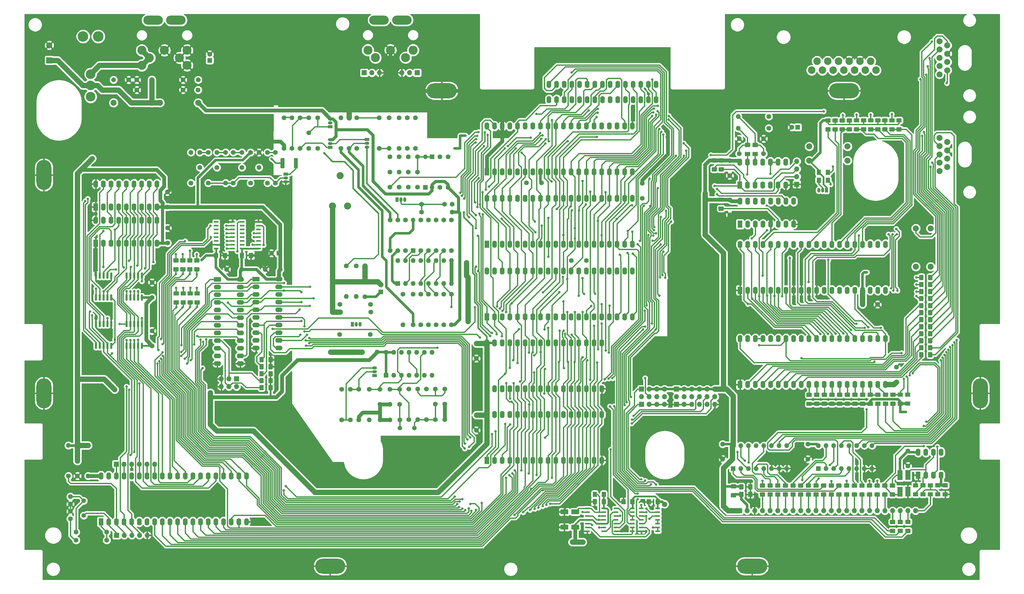
<source format=gtl>
G04 #@! TF.GenerationSoftware,KiCad,Pcbnew,(5.1.0)-1*
G04 #@! TF.CreationDate,2020-11-24T21:59:56+01:00*
G04 #@! TF.ProjectId,Atari 130XE,41746172-6920-4313-9330-58452e6b6963,1.1*
G04 #@! TF.SameCoordinates,Original*
G04 #@! TF.FileFunction,Copper,L1,Top*
G04 #@! TF.FilePolarity,Positive*
%FSLAX46Y46*%
G04 Gerber Fmt 4.6, Leading zero omitted, Abs format (unit mm)*
G04 Created by KiCad (PCBNEW (5.1.0)-1) date 2020-11-24 21:59:56*
%MOMM*%
%LPD*%
G04 APERTURE LIST*
%ADD10C,1.600000*%
%ADD11R,1.600000X1.600000*%
%ADD12O,1.700000X1.700000*%
%ADD13R,1.700000X1.700000*%
%ADD14R,1.050000X1.500000*%
%ADD15O,1.050000X1.500000*%
%ADD16O,1.600000X2.400000*%
%ADD17R,1.600000X2.400000*%
%ADD18R,1.500000X1.050000*%
%ADD19O,1.500000X1.050000*%
%ADD20O,2.400000X1.600000*%
%ADD21R,2.400000X1.600000*%
%ADD22O,1.600000X1.600000*%
%ADD23C,0.100000*%
%ADD24C,1.300000*%
%ADD25O,1.500000X1.500000*%
%ADD26R,1.500000X1.500000*%
%ADD27C,1.425000*%
%ADD28C,1.500000*%
%ADD29R,1.500000X0.600000*%
%ADD30C,0.700000*%
%ADD31O,2.000000X2.000000*%
%ADD32C,2.000000*%
%ADD33R,1.700000X3.300000*%
%ADD34C,2.500000*%
%ADD35C,2.340000*%
%ADD36O,6.500000X3.000000*%
%ADD37C,3.000000*%
%ADD38C,3.500000*%
%ADD39C,3.200000*%
%ADD40R,2.000000X2.000000*%
%ADD41O,5.000000X10.000000*%
%ADD42O,10.000000X5.000000*%
%ADD43C,0.800000*%
%ADD44C,1.000000*%
%ADD45C,1.200000*%
%ADD46C,0.900000*%
%ADD47C,0.406400*%
%ADD48C,0.508000*%
%ADD49C,0.812800*%
%ADD50C,1.270000*%
%ADD51C,0.609600*%
%ADD52C,1.778000*%
%ADD53C,1.016000*%
%ADD54C,0.250000*%
%ADD55C,0.254000*%
G04 APERTURE END LIST*
D10*
X296129800Y-81174800D03*
D11*
X298129800Y-81174800D03*
D12*
X253933800Y-170659000D03*
X253933800Y-173199000D03*
X251393800Y-170659000D03*
X251393800Y-173199000D03*
X248853800Y-170659000D03*
X248853800Y-173199000D03*
X246313800Y-170659000D03*
D13*
X246313800Y-173199000D03*
D10*
X56144000Y-186838800D03*
X56144000Y-196998800D03*
X135900000Y-88159800D03*
X119390000Y-94506000D03*
X119390000Y-89506000D03*
X138846400Y-88159800D03*
X138846400Y-77999800D03*
X162773200Y-91004600D03*
X165821200Y-91004600D03*
X168869200Y-91004600D03*
X171917200Y-91004600D03*
X173288800Y-106701800D03*
X177860800Y-178253600D03*
X181035800Y-178253600D03*
X166075200Y-178329800D03*
X162824000Y-178329800D03*
X159572800Y-178329800D03*
X154518200Y-127225000D03*
X94171600Y-68754200D03*
X99171600Y-68754200D03*
X78855400Y-68779600D03*
X83855400Y-68779600D03*
D12*
X297799600Y-92477800D03*
X297799600Y-95017800D03*
X297799600Y-97557800D03*
D13*
X297799600Y-100097800D03*
D10*
X58709400Y-218309400D03*
X68869400Y-218309400D03*
X58684000Y-215617000D03*
X68844000Y-215617000D03*
D12*
X82255200Y-216658400D03*
X79715200Y-216658400D03*
X77175200Y-216658400D03*
X74635200Y-216658400D03*
D13*
X72095200Y-216658400D03*
D12*
X84719000Y-193036400D03*
X82179000Y-193036400D03*
X79639000Y-193036400D03*
X77099000Y-193036400D03*
X74559000Y-193036400D03*
D13*
X72019000Y-193036400D03*
D12*
X166786400Y-63064600D03*
X169326400Y-63064600D03*
D13*
X171866400Y-63064600D03*
D12*
X159369600Y-63064600D03*
X156829600Y-63064600D03*
D13*
X154289600Y-63064600D03*
D10*
X123500000Y-123000000D03*
D11*
X126000000Y-123000000D03*
D10*
X127670400Y-88159800D03*
X127670400Y-77999800D03*
X130337400Y-88159800D03*
X130337400Y-77999800D03*
X133029800Y-77999800D03*
X133029800Y-88159800D03*
X135900000Y-78003600D03*
X135900000Y-83003600D03*
D14*
X307654800Y-102079000D03*
D15*
X305114800Y-102079000D03*
X306384800Y-102079000D03*
D12*
X270621600Y-168119000D03*
X268081600Y-168119000D03*
X265541600Y-168119000D03*
X263001600Y-168119000D03*
X260461600Y-168119000D03*
D13*
X257921600Y-168119000D03*
D12*
X270621600Y-170659000D03*
X270621600Y-173199000D03*
X268081600Y-170659000D03*
X268081600Y-173199000D03*
X265541600Y-170659000D03*
X265541600Y-173199000D03*
X263001600Y-170659000D03*
X263001600Y-173199000D03*
X260461600Y-170659000D03*
X260461600Y-173199000D03*
X257921600Y-170659000D03*
D13*
X257921600Y-173199000D03*
D16*
X195000000Y-176526400D03*
X233100000Y-191766400D03*
X197540000Y-176526400D03*
X230560000Y-191766400D03*
X200080000Y-176526400D03*
X228020000Y-191766400D03*
X202620000Y-176526400D03*
X225480000Y-191766400D03*
X205160000Y-176526400D03*
X222940000Y-191766400D03*
X207700000Y-176526400D03*
X220400000Y-191766400D03*
X210240000Y-176526400D03*
X217860000Y-191766400D03*
X212780000Y-176526400D03*
X215320000Y-191766400D03*
X215320000Y-176526400D03*
X212780000Y-191766400D03*
X217860000Y-176526400D03*
X210240000Y-191766400D03*
X220400000Y-176526400D03*
X207700000Y-191766400D03*
X222940000Y-176526400D03*
X205160000Y-191766400D03*
X225480000Y-176526400D03*
X202620000Y-191766400D03*
X228020000Y-176526400D03*
X200080000Y-191766400D03*
X230560000Y-176526400D03*
X197540000Y-191766400D03*
X233100000Y-176526400D03*
D17*
X195000000Y-191766400D03*
D12*
X253933800Y-168119000D03*
X251393800Y-168119000D03*
X248853800Y-168119000D03*
D13*
X246313800Y-168119000D03*
D18*
X142986600Y-87804200D03*
D19*
X142986600Y-85264200D03*
X142986600Y-86534200D03*
D18*
X143012000Y-80946200D03*
D19*
X143012000Y-78406200D03*
X143012000Y-79676200D03*
D18*
X157700000Y-163610000D03*
D19*
X157700000Y-161070000D03*
X157700000Y-162340000D03*
D18*
X155204000Y-85238800D03*
D19*
X155204000Y-87778800D03*
X155204000Y-86508800D03*
D14*
X150352600Y-146605200D03*
D15*
X152892600Y-146605200D03*
X151622600Y-146605200D03*
D14*
X165160800Y-105152400D03*
D15*
X167700800Y-105152400D03*
X166430800Y-105152400D03*
D10*
X96809400Y-99666000D03*
X96809400Y-89506000D03*
X168539000Y-78050600D03*
X168539000Y-88210600D03*
X171282200Y-78050600D03*
X171282200Y-88210600D03*
X165821200Y-78050600D03*
X165821200Y-88210600D03*
D16*
X278978200Y-105736600D03*
X296758200Y-113356600D03*
X281518200Y-105736600D03*
X294218200Y-113356600D03*
X284058200Y-105736600D03*
X291678200Y-113356600D03*
X286598200Y-105736600D03*
X289138200Y-113356600D03*
X289138200Y-105736600D03*
X286598200Y-113356600D03*
X291678200Y-105736600D03*
X284058200Y-113356600D03*
X294218200Y-105736600D03*
X281518200Y-113356600D03*
X296758200Y-105736600D03*
D17*
X278978200Y-113356600D03*
D16*
X278927400Y-92706400D03*
X294167400Y-100326400D03*
X281467400Y-92706400D03*
X291627400Y-100326400D03*
X284007400Y-92706400D03*
X289087400Y-100326400D03*
X286547400Y-92706400D03*
X286547400Y-100326400D03*
X289087400Y-92706400D03*
X284007400Y-100326400D03*
X291627400Y-92706400D03*
X281467400Y-100326400D03*
X294167400Y-92706400D03*
D17*
X278927400Y-100326400D03*
D20*
X113160800Y-131695400D03*
X105540800Y-159635400D03*
X113160800Y-134235400D03*
X105540800Y-157095400D03*
X113160800Y-136775400D03*
X105540800Y-154555400D03*
X113160800Y-139315400D03*
X105540800Y-152015400D03*
X113160800Y-141855400D03*
X105540800Y-149475400D03*
X113160800Y-144395400D03*
X105540800Y-146935400D03*
X113160800Y-146935400D03*
X105540800Y-144395400D03*
X113160800Y-149475400D03*
X105540800Y-141855400D03*
X113160800Y-152015400D03*
X105540800Y-139315400D03*
X113160800Y-154555400D03*
X105540800Y-136775400D03*
X113160800Y-157095400D03*
X105540800Y-134235400D03*
X113160800Y-159635400D03*
D21*
X105540800Y-131695400D03*
D16*
X195005800Y-128926800D03*
X243265800Y-144166800D03*
X197545800Y-128926800D03*
X240725800Y-144166800D03*
X200085800Y-128926800D03*
X238185800Y-144166800D03*
X202625800Y-128926800D03*
X235645800Y-144166800D03*
X205165800Y-128926800D03*
X233105800Y-144166800D03*
X207705800Y-128926800D03*
X230565800Y-144166800D03*
X210245800Y-128926800D03*
X228025800Y-144166800D03*
X212785800Y-128926800D03*
X225485800Y-144166800D03*
X215325800Y-128926800D03*
X222945800Y-144166800D03*
X217865800Y-128926800D03*
X220405800Y-144166800D03*
X220405800Y-128926800D03*
X217865800Y-144166800D03*
X222945800Y-128926800D03*
X215325800Y-144166800D03*
X225485800Y-128926800D03*
X212785800Y-144166800D03*
X228025800Y-128926800D03*
X210245800Y-144166800D03*
X230565800Y-128926800D03*
X207705800Y-144166800D03*
X233105800Y-128926800D03*
X205165800Y-144166800D03*
X235645800Y-128926800D03*
X202625800Y-144166800D03*
X238185800Y-128926800D03*
X200085800Y-144166800D03*
X240725800Y-128926800D03*
X197545800Y-144166800D03*
X243265800Y-128926800D03*
D17*
X195005800Y-144166800D03*
D10*
X159522000Y-173169800D03*
X159522000Y-168169800D03*
X166071600Y-168173600D03*
X166071600Y-173173600D03*
D22*
X155970000Y-178320000D03*
D10*
X155970000Y-168160000D03*
X162824000Y-173169800D03*
X162824000Y-168169800D03*
D22*
X161525400Y-155887000D03*
X176765400Y-163507000D03*
X164065400Y-155887000D03*
X174225400Y-163507000D03*
X166605400Y-155887000D03*
X171685400Y-163507000D03*
X169145400Y-155887000D03*
X169145400Y-163507000D03*
X171685400Y-155887000D03*
X166605400Y-163507000D03*
X174225400Y-155887000D03*
X164065400Y-163507000D03*
X176765400Y-155887000D03*
D11*
X161525400Y-163507000D03*
D10*
X153550000Y-155850000D03*
X158550000Y-155850000D03*
X152442200Y-178336800D03*
X152442200Y-168176800D03*
X169101000Y-168086800D03*
X169101000Y-178246800D03*
X146797400Y-168200400D03*
X146797400Y-178360400D03*
X174915000Y-168086800D03*
X174915000Y-178246800D03*
X149648200Y-168200400D03*
X149648200Y-178360400D03*
D22*
X172038000Y-178246800D03*
D10*
X172038000Y-168086800D03*
X177860800Y-168097400D03*
X177860800Y-173097400D03*
X181035800Y-173093600D03*
X181035800Y-168093600D03*
D22*
X62671800Y-196973400D03*
D10*
X62671800Y-186813400D03*
X159293400Y-78050600D03*
X159293400Y-88210600D03*
X151825800Y-88185200D03*
X151825800Y-78025200D03*
X149235000Y-78025200D03*
X149235000Y-88185200D03*
D22*
X162519200Y-88210600D03*
D10*
X162519200Y-78050600D03*
X124825600Y-89506000D03*
X124825600Y-99666000D03*
X122209400Y-99666000D03*
X122209400Y-89506000D03*
X116545200Y-89506000D03*
X116545200Y-99666000D03*
X108264800Y-89506000D03*
X108264800Y-99666000D03*
X110855600Y-89506000D03*
X110855600Y-99666000D03*
D18*
X128254600Y-96719600D03*
D19*
X128254600Y-99259600D03*
X128254600Y-97989600D03*
D23*
G36*
X127597104Y-91414004D02*
G01*
X127621373Y-91417604D01*
X127645171Y-91423565D01*
X127668271Y-91431830D01*
X127690449Y-91442320D01*
X127711493Y-91454933D01*
X127731198Y-91469547D01*
X127749377Y-91486023D01*
X127765853Y-91504202D01*
X127780467Y-91523907D01*
X127793080Y-91544951D01*
X127803570Y-91567129D01*
X127811835Y-91590229D01*
X127817796Y-91614027D01*
X127821396Y-91638296D01*
X127822600Y-91662800D01*
X127822600Y-94562800D01*
X127821396Y-94587304D01*
X127817796Y-94611573D01*
X127811835Y-94635371D01*
X127803570Y-94658471D01*
X127793080Y-94680649D01*
X127780467Y-94701693D01*
X127765853Y-94721398D01*
X127749377Y-94739577D01*
X127731198Y-94756053D01*
X127711493Y-94770667D01*
X127690449Y-94783280D01*
X127668271Y-94793770D01*
X127645171Y-94802035D01*
X127621373Y-94807996D01*
X127597104Y-94811596D01*
X127572600Y-94812800D01*
X126772600Y-94812800D01*
X126748096Y-94811596D01*
X126723827Y-94807996D01*
X126700029Y-94802035D01*
X126676929Y-94793770D01*
X126654751Y-94783280D01*
X126633707Y-94770667D01*
X126614002Y-94756053D01*
X126595823Y-94739577D01*
X126579347Y-94721398D01*
X126564733Y-94701693D01*
X126552120Y-94680649D01*
X126541630Y-94658471D01*
X126533365Y-94635371D01*
X126527404Y-94611573D01*
X126523804Y-94587304D01*
X126522600Y-94562800D01*
X126522600Y-91662800D01*
X126523804Y-91638296D01*
X126527404Y-91614027D01*
X126533365Y-91590229D01*
X126541630Y-91567129D01*
X126552120Y-91544951D01*
X126564733Y-91523907D01*
X126579347Y-91504202D01*
X126595823Y-91486023D01*
X126614002Y-91469547D01*
X126633707Y-91454933D01*
X126654751Y-91442320D01*
X126676929Y-91431830D01*
X126700029Y-91423565D01*
X126723827Y-91417604D01*
X126748096Y-91414004D01*
X126772600Y-91412800D01*
X127572600Y-91412800D01*
X127597104Y-91414004D01*
X127597104Y-91414004D01*
G37*
D24*
X127172600Y-93112800D03*
D23*
G36*
X132047104Y-91414004D02*
G01*
X132071373Y-91417604D01*
X132095171Y-91423565D01*
X132118271Y-91431830D01*
X132140449Y-91442320D01*
X132161493Y-91454933D01*
X132181198Y-91469547D01*
X132199377Y-91486023D01*
X132215853Y-91504202D01*
X132230467Y-91523907D01*
X132243080Y-91544951D01*
X132253570Y-91567129D01*
X132261835Y-91590229D01*
X132267796Y-91614027D01*
X132271396Y-91638296D01*
X132272600Y-91662800D01*
X132272600Y-94562800D01*
X132271396Y-94587304D01*
X132267796Y-94611573D01*
X132261835Y-94635371D01*
X132253570Y-94658471D01*
X132243080Y-94680649D01*
X132230467Y-94701693D01*
X132215853Y-94721398D01*
X132199377Y-94739577D01*
X132181198Y-94756053D01*
X132161493Y-94770667D01*
X132140449Y-94783280D01*
X132118271Y-94793770D01*
X132095171Y-94802035D01*
X132071373Y-94807996D01*
X132047104Y-94811596D01*
X132022600Y-94812800D01*
X131222600Y-94812800D01*
X131198096Y-94811596D01*
X131173827Y-94807996D01*
X131150029Y-94802035D01*
X131126929Y-94793770D01*
X131104751Y-94783280D01*
X131083707Y-94770667D01*
X131064002Y-94756053D01*
X131045823Y-94739577D01*
X131029347Y-94721398D01*
X131014733Y-94701693D01*
X131002120Y-94680649D01*
X130991630Y-94658471D01*
X130983365Y-94635371D01*
X130977404Y-94611573D01*
X130973804Y-94587304D01*
X130972600Y-94562800D01*
X130972600Y-91662800D01*
X130973804Y-91638296D01*
X130977404Y-91614027D01*
X130983365Y-91590229D01*
X130991630Y-91567129D01*
X131002120Y-91544951D01*
X131014733Y-91523907D01*
X131029347Y-91504202D01*
X131045823Y-91486023D01*
X131064002Y-91469547D01*
X131083707Y-91454933D01*
X131104751Y-91442320D01*
X131126929Y-91431830D01*
X131150029Y-91423565D01*
X131173827Y-91417604D01*
X131198096Y-91414004D01*
X131222600Y-91412800D01*
X132022600Y-91412800D01*
X132047104Y-91414004D01*
X132047104Y-91414004D01*
G37*
D24*
X131622600Y-93112800D03*
D10*
X105420000Y-89509800D03*
X105420000Y-94509800D03*
X113700400Y-89509800D03*
X113700400Y-94509800D03*
X179380000Y-101090000D03*
X179380000Y-90930000D03*
X182102600Y-90928400D03*
X182102600Y-101088400D03*
D25*
X174558800Y-90979200D03*
D26*
X174558800Y-101139200D03*
D25*
X176819400Y-101139200D03*
D26*
X176819400Y-90979200D03*
D10*
X173288800Y-109318000D03*
X183448800Y-109318000D03*
X102549800Y-89506000D03*
X102549800Y-99666000D03*
X99705000Y-89509800D03*
X99705000Y-94509800D03*
X162874800Y-122094200D03*
X162874800Y-111934200D03*
X165414800Y-111934200D03*
X165414800Y-122094200D03*
X183245600Y-122094200D03*
X183245600Y-111934200D03*
D25*
X170520200Y-111985000D03*
D26*
X170520200Y-122145000D03*
D10*
X173060200Y-122094200D03*
X173060200Y-111934200D03*
X175600200Y-122094200D03*
X175600200Y-111934200D03*
X178140200Y-122094200D03*
X178140200Y-111934200D03*
X180680200Y-122094200D03*
X180680200Y-111934200D03*
X167954800Y-111934200D03*
X167954800Y-122094200D03*
D22*
X146568000Y-78025200D03*
D10*
X146568000Y-88185200D03*
X156413200Y-139954000D03*
X146253200Y-139954000D03*
X146263200Y-142541200D03*
X156423200Y-142541200D03*
X156296200Y-149958000D03*
X146136200Y-149958000D03*
D22*
X148295200Y-137385000D03*
D10*
X148295200Y-127225000D03*
D22*
X151597200Y-137385000D03*
D10*
X151597200Y-127225000D03*
X159725200Y-133361000D03*
D11*
X159725200Y-135861000D03*
D10*
X170520200Y-136623000D03*
X170520200Y-146783000D03*
X183220200Y-136623000D03*
X183220200Y-146783000D03*
X175600200Y-136623000D03*
X175600200Y-146783000D03*
X178140200Y-136623000D03*
X178140200Y-146783000D03*
X180680200Y-136623000D03*
X180680200Y-146783000D03*
X173060200Y-136623000D03*
X173060200Y-146783000D03*
D22*
X167091200Y-146783000D03*
D10*
X167091200Y-136623000D03*
X286801400Y-84963200D03*
X286801400Y-89963200D03*
D23*
G36*
X284656904Y-86342004D02*
G01*
X284681173Y-86345604D01*
X284704971Y-86351565D01*
X284728071Y-86359830D01*
X284750249Y-86370320D01*
X284771293Y-86382933D01*
X284790998Y-86397547D01*
X284809177Y-86414023D01*
X284825653Y-86432202D01*
X284840267Y-86451907D01*
X284852880Y-86472951D01*
X284863370Y-86495129D01*
X284871635Y-86518229D01*
X284877596Y-86542027D01*
X284881196Y-86566296D01*
X284882400Y-86590800D01*
X284882400Y-87515800D01*
X284881196Y-87540304D01*
X284877596Y-87564573D01*
X284871635Y-87588371D01*
X284863370Y-87611471D01*
X284852880Y-87633649D01*
X284840267Y-87654693D01*
X284825653Y-87674398D01*
X284809177Y-87692577D01*
X284790998Y-87709053D01*
X284771293Y-87723667D01*
X284750249Y-87736280D01*
X284728071Y-87746770D01*
X284704971Y-87755035D01*
X284681173Y-87760996D01*
X284656904Y-87764596D01*
X284632400Y-87765800D01*
X283382400Y-87765800D01*
X283357896Y-87764596D01*
X283333627Y-87760996D01*
X283309829Y-87755035D01*
X283286729Y-87746770D01*
X283264551Y-87736280D01*
X283243507Y-87723667D01*
X283223802Y-87709053D01*
X283205623Y-87692577D01*
X283189147Y-87674398D01*
X283174533Y-87654693D01*
X283161920Y-87633649D01*
X283151430Y-87611471D01*
X283143165Y-87588371D01*
X283137204Y-87564573D01*
X283133604Y-87540304D01*
X283132400Y-87515800D01*
X283132400Y-86590800D01*
X283133604Y-86566296D01*
X283137204Y-86542027D01*
X283143165Y-86518229D01*
X283151430Y-86495129D01*
X283161920Y-86472951D01*
X283174533Y-86451907D01*
X283189147Y-86432202D01*
X283205623Y-86414023D01*
X283223802Y-86397547D01*
X283243507Y-86382933D01*
X283264551Y-86370320D01*
X283286729Y-86359830D01*
X283309829Y-86351565D01*
X283333627Y-86345604D01*
X283357896Y-86342004D01*
X283382400Y-86340800D01*
X284632400Y-86340800D01*
X284656904Y-86342004D01*
X284656904Y-86342004D01*
G37*
D27*
X284007400Y-87053300D03*
D23*
G36*
X284656904Y-89317004D02*
G01*
X284681173Y-89320604D01*
X284704971Y-89326565D01*
X284728071Y-89334830D01*
X284750249Y-89345320D01*
X284771293Y-89357933D01*
X284790998Y-89372547D01*
X284809177Y-89389023D01*
X284825653Y-89407202D01*
X284840267Y-89426907D01*
X284852880Y-89447951D01*
X284863370Y-89470129D01*
X284871635Y-89493229D01*
X284877596Y-89517027D01*
X284881196Y-89541296D01*
X284882400Y-89565800D01*
X284882400Y-90490800D01*
X284881196Y-90515304D01*
X284877596Y-90539573D01*
X284871635Y-90563371D01*
X284863370Y-90586471D01*
X284852880Y-90608649D01*
X284840267Y-90629693D01*
X284825653Y-90649398D01*
X284809177Y-90667577D01*
X284790998Y-90684053D01*
X284771293Y-90698667D01*
X284750249Y-90711280D01*
X284728071Y-90721770D01*
X284704971Y-90730035D01*
X284681173Y-90735996D01*
X284656904Y-90739596D01*
X284632400Y-90740800D01*
X283382400Y-90740800D01*
X283357896Y-90739596D01*
X283333627Y-90735996D01*
X283309829Y-90730035D01*
X283286729Y-90721770D01*
X283264551Y-90711280D01*
X283243507Y-90698667D01*
X283223802Y-90684053D01*
X283205623Y-90667577D01*
X283189147Y-90649398D01*
X283174533Y-90629693D01*
X283161920Y-90608649D01*
X283151430Y-90586471D01*
X283143165Y-90563371D01*
X283137204Y-90539573D01*
X283133604Y-90515304D01*
X283132400Y-90490800D01*
X283132400Y-89565800D01*
X283133604Y-89541296D01*
X283137204Y-89517027D01*
X283143165Y-89493229D01*
X283151430Y-89470129D01*
X283161920Y-89447951D01*
X283174533Y-89426907D01*
X283189147Y-89407202D01*
X283205623Y-89389023D01*
X283223802Y-89372547D01*
X283243507Y-89357933D01*
X283264551Y-89345320D01*
X283286729Y-89334830D01*
X283309829Y-89326565D01*
X283333627Y-89320604D01*
X283357896Y-89317004D01*
X283382400Y-89315800D01*
X284632400Y-89315800D01*
X284656904Y-89317004D01*
X284656904Y-89317004D01*
G37*
D27*
X284007400Y-90028300D03*
D10*
X183434200Y-106701800D03*
X180934200Y-106701800D03*
D22*
X278343200Y-77568000D03*
D10*
X288503200Y-77568000D03*
D22*
X278343200Y-81479600D03*
D10*
X288503200Y-81479600D03*
D23*
G36*
X117167304Y-122841204D02*
G01*
X117191573Y-122844804D01*
X117215371Y-122850765D01*
X117238471Y-122859030D01*
X117260649Y-122869520D01*
X117281693Y-122882133D01*
X117301398Y-122896747D01*
X117319577Y-122913223D01*
X117336053Y-122931402D01*
X117350667Y-122951107D01*
X117363280Y-122972151D01*
X117373770Y-122994329D01*
X117382035Y-123017429D01*
X117387996Y-123041227D01*
X117391596Y-123065496D01*
X117392800Y-123090000D01*
X117392800Y-124340000D01*
X117391596Y-124364504D01*
X117387996Y-124388773D01*
X117382035Y-124412571D01*
X117373770Y-124435671D01*
X117363280Y-124457849D01*
X117350667Y-124478893D01*
X117336053Y-124498598D01*
X117319577Y-124516777D01*
X117301398Y-124533253D01*
X117281693Y-124547867D01*
X117260649Y-124560480D01*
X117238471Y-124570970D01*
X117215371Y-124579235D01*
X117191573Y-124585196D01*
X117167304Y-124588796D01*
X117142800Y-124590000D01*
X116217800Y-124590000D01*
X116193296Y-124588796D01*
X116169027Y-124585196D01*
X116145229Y-124579235D01*
X116122129Y-124570970D01*
X116099951Y-124560480D01*
X116078907Y-124547867D01*
X116059202Y-124533253D01*
X116041023Y-124516777D01*
X116024547Y-124498598D01*
X116009933Y-124478893D01*
X115997320Y-124457849D01*
X115986830Y-124435671D01*
X115978565Y-124412571D01*
X115972604Y-124388773D01*
X115969004Y-124364504D01*
X115967800Y-124340000D01*
X115967800Y-123090000D01*
X115969004Y-123065496D01*
X115972604Y-123041227D01*
X115978565Y-123017429D01*
X115986830Y-122994329D01*
X115997320Y-122972151D01*
X116009933Y-122951107D01*
X116024547Y-122931402D01*
X116041023Y-122913223D01*
X116059202Y-122896747D01*
X116078907Y-122882133D01*
X116099951Y-122869520D01*
X116122129Y-122859030D01*
X116145229Y-122850765D01*
X116169027Y-122844804D01*
X116193296Y-122841204D01*
X116217800Y-122840000D01*
X117142800Y-122840000D01*
X117167304Y-122841204D01*
X117167304Y-122841204D01*
G37*
D27*
X116680300Y-123715000D03*
D23*
G36*
X114192304Y-122841204D02*
G01*
X114216573Y-122844804D01*
X114240371Y-122850765D01*
X114263471Y-122859030D01*
X114285649Y-122869520D01*
X114306693Y-122882133D01*
X114326398Y-122896747D01*
X114344577Y-122913223D01*
X114361053Y-122931402D01*
X114375667Y-122951107D01*
X114388280Y-122972151D01*
X114398770Y-122994329D01*
X114407035Y-123017429D01*
X114412996Y-123041227D01*
X114416596Y-123065496D01*
X114417800Y-123090000D01*
X114417800Y-124340000D01*
X114416596Y-124364504D01*
X114412996Y-124388773D01*
X114407035Y-124412571D01*
X114398770Y-124435671D01*
X114388280Y-124457849D01*
X114375667Y-124478893D01*
X114361053Y-124498598D01*
X114344577Y-124516777D01*
X114326398Y-124533253D01*
X114306693Y-124547867D01*
X114285649Y-124560480D01*
X114263471Y-124570970D01*
X114240371Y-124579235D01*
X114216573Y-124585196D01*
X114192304Y-124588796D01*
X114167800Y-124590000D01*
X113242800Y-124590000D01*
X113218296Y-124588796D01*
X113194027Y-124585196D01*
X113170229Y-124579235D01*
X113147129Y-124570970D01*
X113124951Y-124560480D01*
X113103907Y-124547867D01*
X113084202Y-124533253D01*
X113066023Y-124516777D01*
X113049547Y-124498598D01*
X113034933Y-124478893D01*
X113022320Y-124457849D01*
X113011830Y-124435671D01*
X113003565Y-124412571D01*
X112997604Y-124388773D01*
X112994004Y-124364504D01*
X112992800Y-124340000D01*
X112992800Y-123090000D01*
X112994004Y-123065496D01*
X112997604Y-123041227D01*
X113003565Y-123017429D01*
X113011830Y-122994329D01*
X113022320Y-122972151D01*
X113034933Y-122951107D01*
X113049547Y-122931402D01*
X113066023Y-122913223D01*
X113084202Y-122896747D01*
X113103907Y-122882133D01*
X113124951Y-122869520D01*
X113147129Y-122859030D01*
X113170229Y-122850765D01*
X113194027Y-122844804D01*
X113218296Y-122841204D01*
X113242800Y-122840000D01*
X114167800Y-122840000D01*
X114192304Y-122841204D01*
X114192304Y-122841204D01*
G37*
D27*
X113705300Y-123715000D03*
D28*
X61224000Y-210103000D03*
X61224000Y-205203000D03*
D29*
X105152200Y-121429000D03*
X105152200Y-120159000D03*
X105152200Y-118889000D03*
X105152200Y-117619000D03*
X105152200Y-116349000D03*
X105152200Y-115079000D03*
X105152200Y-113809000D03*
X105152200Y-112539000D03*
X110552200Y-112539000D03*
X110552200Y-113809000D03*
X110552200Y-115079000D03*
X110552200Y-116349000D03*
X110552200Y-117619000D03*
X110552200Y-118889000D03*
X110552200Y-120159000D03*
X110552200Y-121429000D03*
X113788200Y-121429000D03*
X113788200Y-120159000D03*
X113788200Y-118889000D03*
X113788200Y-117619000D03*
X113788200Y-116349000D03*
X113788200Y-115079000D03*
X113788200Y-113809000D03*
X113788200Y-112539000D03*
X119188200Y-112539000D03*
X119188200Y-113809000D03*
X119188200Y-115079000D03*
X119188200Y-116349000D03*
X119188200Y-117619000D03*
X119188200Y-118889000D03*
X119188200Y-120159000D03*
X119188200Y-121429000D03*
D23*
G36*
X75637483Y-145485321D02*
G01*
X75652025Y-145487478D01*
X75666285Y-145491050D01*
X75680126Y-145496003D01*
X75693415Y-145502288D01*
X75706024Y-145509846D01*
X75717832Y-145518603D01*
X75728725Y-145528475D01*
X75738597Y-145539368D01*
X75747354Y-145551176D01*
X75754912Y-145563785D01*
X75761197Y-145577074D01*
X75766150Y-145590915D01*
X75769722Y-145605175D01*
X75771879Y-145619717D01*
X75772600Y-145634400D01*
X75772600Y-147334800D01*
X75771879Y-147349483D01*
X75769722Y-147364025D01*
X75766150Y-147378285D01*
X75761197Y-147392126D01*
X75754912Y-147405415D01*
X75747354Y-147418024D01*
X75738597Y-147429832D01*
X75728725Y-147440725D01*
X75717832Y-147450597D01*
X75706024Y-147459354D01*
X75693415Y-147466912D01*
X75680126Y-147473197D01*
X75666285Y-147478150D01*
X75652025Y-147481722D01*
X75637483Y-147483879D01*
X75622800Y-147484600D01*
X75222400Y-147484600D01*
X75207717Y-147483879D01*
X75193175Y-147481722D01*
X75178915Y-147478150D01*
X75165074Y-147473197D01*
X75151785Y-147466912D01*
X75139176Y-147459354D01*
X75127368Y-147450597D01*
X75116475Y-147440725D01*
X75106603Y-147429832D01*
X75097846Y-147418024D01*
X75090288Y-147405415D01*
X75084003Y-147392126D01*
X75079050Y-147378285D01*
X75075478Y-147364025D01*
X75073321Y-147349483D01*
X75072600Y-147334800D01*
X75072600Y-145634400D01*
X75073321Y-145619717D01*
X75075478Y-145605175D01*
X75079050Y-145590915D01*
X75084003Y-145577074D01*
X75090288Y-145563785D01*
X75097846Y-145551176D01*
X75106603Y-145539368D01*
X75116475Y-145528475D01*
X75127368Y-145518603D01*
X75139176Y-145509846D01*
X75151785Y-145502288D01*
X75165074Y-145496003D01*
X75178915Y-145491050D01*
X75193175Y-145487478D01*
X75207717Y-145485321D01*
X75222400Y-145484600D01*
X75622800Y-145484600D01*
X75637483Y-145485321D01*
X75637483Y-145485321D01*
G37*
D30*
X75422600Y-146484600D03*
D23*
G36*
X76907483Y-145485321D02*
G01*
X76922025Y-145487478D01*
X76936285Y-145491050D01*
X76950126Y-145496003D01*
X76963415Y-145502288D01*
X76976024Y-145509846D01*
X76987832Y-145518603D01*
X76998725Y-145528475D01*
X77008597Y-145539368D01*
X77017354Y-145551176D01*
X77024912Y-145563785D01*
X77031197Y-145577074D01*
X77036150Y-145590915D01*
X77039722Y-145605175D01*
X77041879Y-145619717D01*
X77042600Y-145634400D01*
X77042600Y-147334800D01*
X77041879Y-147349483D01*
X77039722Y-147364025D01*
X77036150Y-147378285D01*
X77031197Y-147392126D01*
X77024912Y-147405415D01*
X77017354Y-147418024D01*
X77008597Y-147429832D01*
X76998725Y-147440725D01*
X76987832Y-147450597D01*
X76976024Y-147459354D01*
X76963415Y-147466912D01*
X76950126Y-147473197D01*
X76936285Y-147478150D01*
X76922025Y-147481722D01*
X76907483Y-147483879D01*
X76892800Y-147484600D01*
X76492400Y-147484600D01*
X76477717Y-147483879D01*
X76463175Y-147481722D01*
X76448915Y-147478150D01*
X76435074Y-147473197D01*
X76421785Y-147466912D01*
X76409176Y-147459354D01*
X76397368Y-147450597D01*
X76386475Y-147440725D01*
X76376603Y-147429832D01*
X76367846Y-147418024D01*
X76360288Y-147405415D01*
X76354003Y-147392126D01*
X76349050Y-147378285D01*
X76345478Y-147364025D01*
X76343321Y-147349483D01*
X76342600Y-147334800D01*
X76342600Y-145634400D01*
X76343321Y-145619717D01*
X76345478Y-145605175D01*
X76349050Y-145590915D01*
X76354003Y-145577074D01*
X76360288Y-145563785D01*
X76367846Y-145551176D01*
X76376603Y-145539368D01*
X76386475Y-145528475D01*
X76397368Y-145518603D01*
X76409176Y-145509846D01*
X76421785Y-145502288D01*
X76435074Y-145496003D01*
X76448915Y-145491050D01*
X76463175Y-145487478D01*
X76477717Y-145485321D01*
X76492400Y-145484600D01*
X76892800Y-145484600D01*
X76907483Y-145485321D01*
X76907483Y-145485321D01*
G37*
D30*
X76692600Y-146484600D03*
D23*
G36*
X78177483Y-145485321D02*
G01*
X78192025Y-145487478D01*
X78206285Y-145491050D01*
X78220126Y-145496003D01*
X78233415Y-145502288D01*
X78246024Y-145509846D01*
X78257832Y-145518603D01*
X78268725Y-145528475D01*
X78278597Y-145539368D01*
X78287354Y-145551176D01*
X78294912Y-145563785D01*
X78301197Y-145577074D01*
X78306150Y-145590915D01*
X78309722Y-145605175D01*
X78311879Y-145619717D01*
X78312600Y-145634400D01*
X78312600Y-147334800D01*
X78311879Y-147349483D01*
X78309722Y-147364025D01*
X78306150Y-147378285D01*
X78301197Y-147392126D01*
X78294912Y-147405415D01*
X78287354Y-147418024D01*
X78278597Y-147429832D01*
X78268725Y-147440725D01*
X78257832Y-147450597D01*
X78246024Y-147459354D01*
X78233415Y-147466912D01*
X78220126Y-147473197D01*
X78206285Y-147478150D01*
X78192025Y-147481722D01*
X78177483Y-147483879D01*
X78162800Y-147484600D01*
X77762400Y-147484600D01*
X77747717Y-147483879D01*
X77733175Y-147481722D01*
X77718915Y-147478150D01*
X77705074Y-147473197D01*
X77691785Y-147466912D01*
X77679176Y-147459354D01*
X77667368Y-147450597D01*
X77656475Y-147440725D01*
X77646603Y-147429832D01*
X77637846Y-147418024D01*
X77630288Y-147405415D01*
X77624003Y-147392126D01*
X77619050Y-147378285D01*
X77615478Y-147364025D01*
X77613321Y-147349483D01*
X77612600Y-147334800D01*
X77612600Y-145634400D01*
X77613321Y-145619717D01*
X77615478Y-145605175D01*
X77619050Y-145590915D01*
X77624003Y-145577074D01*
X77630288Y-145563785D01*
X77637846Y-145551176D01*
X77646603Y-145539368D01*
X77656475Y-145528475D01*
X77667368Y-145518603D01*
X77679176Y-145509846D01*
X77691785Y-145502288D01*
X77705074Y-145496003D01*
X77718915Y-145491050D01*
X77733175Y-145487478D01*
X77747717Y-145485321D01*
X77762400Y-145484600D01*
X78162800Y-145484600D01*
X78177483Y-145485321D01*
X78177483Y-145485321D01*
G37*
D30*
X77962600Y-146484600D03*
D23*
G36*
X79447483Y-145485321D02*
G01*
X79462025Y-145487478D01*
X79476285Y-145491050D01*
X79490126Y-145496003D01*
X79503415Y-145502288D01*
X79516024Y-145509846D01*
X79527832Y-145518603D01*
X79538725Y-145528475D01*
X79548597Y-145539368D01*
X79557354Y-145551176D01*
X79564912Y-145563785D01*
X79571197Y-145577074D01*
X79576150Y-145590915D01*
X79579722Y-145605175D01*
X79581879Y-145619717D01*
X79582600Y-145634400D01*
X79582600Y-147334800D01*
X79581879Y-147349483D01*
X79579722Y-147364025D01*
X79576150Y-147378285D01*
X79571197Y-147392126D01*
X79564912Y-147405415D01*
X79557354Y-147418024D01*
X79548597Y-147429832D01*
X79538725Y-147440725D01*
X79527832Y-147450597D01*
X79516024Y-147459354D01*
X79503415Y-147466912D01*
X79490126Y-147473197D01*
X79476285Y-147478150D01*
X79462025Y-147481722D01*
X79447483Y-147483879D01*
X79432800Y-147484600D01*
X79032400Y-147484600D01*
X79017717Y-147483879D01*
X79003175Y-147481722D01*
X78988915Y-147478150D01*
X78975074Y-147473197D01*
X78961785Y-147466912D01*
X78949176Y-147459354D01*
X78937368Y-147450597D01*
X78926475Y-147440725D01*
X78916603Y-147429832D01*
X78907846Y-147418024D01*
X78900288Y-147405415D01*
X78894003Y-147392126D01*
X78889050Y-147378285D01*
X78885478Y-147364025D01*
X78883321Y-147349483D01*
X78882600Y-147334800D01*
X78882600Y-145634400D01*
X78883321Y-145619717D01*
X78885478Y-145605175D01*
X78889050Y-145590915D01*
X78894003Y-145577074D01*
X78900288Y-145563785D01*
X78907846Y-145551176D01*
X78916603Y-145539368D01*
X78926475Y-145528475D01*
X78937368Y-145518603D01*
X78949176Y-145509846D01*
X78961785Y-145502288D01*
X78975074Y-145496003D01*
X78988915Y-145491050D01*
X79003175Y-145487478D01*
X79017717Y-145485321D01*
X79032400Y-145484600D01*
X79432800Y-145484600D01*
X79447483Y-145485321D01*
X79447483Y-145485321D01*
G37*
D30*
X79232600Y-146484600D03*
D23*
G36*
X80717483Y-145485321D02*
G01*
X80732025Y-145487478D01*
X80746285Y-145491050D01*
X80760126Y-145496003D01*
X80773415Y-145502288D01*
X80786024Y-145509846D01*
X80797832Y-145518603D01*
X80808725Y-145528475D01*
X80818597Y-145539368D01*
X80827354Y-145551176D01*
X80834912Y-145563785D01*
X80841197Y-145577074D01*
X80846150Y-145590915D01*
X80849722Y-145605175D01*
X80851879Y-145619717D01*
X80852600Y-145634400D01*
X80852600Y-147334800D01*
X80851879Y-147349483D01*
X80849722Y-147364025D01*
X80846150Y-147378285D01*
X80841197Y-147392126D01*
X80834912Y-147405415D01*
X80827354Y-147418024D01*
X80818597Y-147429832D01*
X80808725Y-147440725D01*
X80797832Y-147450597D01*
X80786024Y-147459354D01*
X80773415Y-147466912D01*
X80760126Y-147473197D01*
X80746285Y-147478150D01*
X80732025Y-147481722D01*
X80717483Y-147483879D01*
X80702800Y-147484600D01*
X80302400Y-147484600D01*
X80287717Y-147483879D01*
X80273175Y-147481722D01*
X80258915Y-147478150D01*
X80245074Y-147473197D01*
X80231785Y-147466912D01*
X80219176Y-147459354D01*
X80207368Y-147450597D01*
X80196475Y-147440725D01*
X80186603Y-147429832D01*
X80177846Y-147418024D01*
X80170288Y-147405415D01*
X80164003Y-147392126D01*
X80159050Y-147378285D01*
X80155478Y-147364025D01*
X80153321Y-147349483D01*
X80152600Y-147334800D01*
X80152600Y-145634400D01*
X80153321Y-145619717D01*
X80155478Y-145605175D01*
X80159050Y-145590915D01*
X80164003Y-145577074D01*
X80170288Y-145563785D01*
X80177846Y-145551176D01*
X80186603Y-145539368D01*
X80196475Y-145528475D01*
X80207368Y-145518603D01*
X80219176Y-145509846D01*
X80231785Y-145502288D01*
X80245074Y-145496003D01*
X80258915Y-145491050D01*
X80273175Y-145487478D01*
X80287717Y-145485321D01*
X80302400Y-145484600D01*
X80702800Y-145484600D01*
X80717483Y-145485321D01*
X80717483Y-145485321D01*
G37*
D30*
X80502600Y-146484600D03*
D23*
G36*
X70557483Y-145485321D02*
G01*
X70572025Y-145487478D01*
X70586285Y-145491050D01*
X70600126Y-145496003D01*
X70613415Y-145502288D01*
X70626024Y-145509846D01*
X70637832Y-145518603D01*
X70648725Y-145528475D01*
X70658597Y-145539368D01*
X70667354Y-145551176D01*
X70674912Y-145563785D01*
X70681197Y-145577074D01*
X70686150Y-145590915D01*
X70689722Y-145605175D01*
X70691879Y-145619717D01*
X70692600Y-145634400D01*
X70692600Y-147334800D01*
X70691879Y-147349483D01*
X70689722Y-147364025D01*
X70686150Y-147378285D01*
X70681197Y-147392126D01*
X70674912Y-147405415D01*
X70667354Y-147418024D01*
X70658597Y-147429832D01*
X70648725Y-147440725D01*
X70637832Y-147450597D01*
X70626024Y-147459354D01*
X70613415Y-147466912D01*
X70600126Y-147473197D01*
X70586285Y-147478150D01*
X70572025Y-147481722D01*
X70557483Y-147483879D01*
X70542800Y-147484600D01*
X70142400Y-147484600D01*
X70127717Y-147483879D01*
X70113175Y-147481722D01*
X70098915Y-147478150D01*
X70085074Y-147473197D01*
X70071785Y-147466912D01*
X70059176Y-147459354D01*
X70047368Y-147450597D01*
X70036475Y-147440725D01*
X70026603Y-147429832D01*
X70017846Y-147418024D01*
X70010288Y-147405415D01*
X70004003Y-147392126D01*
X69999050Y-147378285D01*
X69995478Y-147364025D01*
X69993321Y-147349483D01*
X69992600Y-147334800D01*
X69992600Y-145634400D01*
X69993321Y-145619717D01*
X69995478Y-145605175D01*
X69999050Y-145590915D01*
X70004003Y-145577074D01*
X70010288Y-145563785D01*
X70017846Y-145551176D01*
X70026603Y-145539368D01*
X70036475Y-145528475D01*
X70047368Y-145518603D01*
X70059176Y-145509846D01*
X70071785Y-145502288D01*
X70085074Y-145496003D01*
X70098915Y-145491050D01*
X70113175Y-145487478D01*
X70127717Y-145485321D01*
X70142400Y-145484600D01*
X70542800Y-145484600D01*
X70557483Y-145485321D01*
X70557483Y-145485321D01*
G37*
D30*
X70342600Y-146484600D03*
D23*
G36*
X69287483Y-145485321D02*
G01*
X69302025Y-145487478D01*
X69316285Y-145491050D01*
X69330126Y-145496003D01*
X69343415Y-145502288D01*
X69356024Y-145509846D01*
X69367832Y-145518603D01*
X69378725Y-145528475D01*
X69388597Y-145539368D01*
X69397354Y-145551176D01*
X69404912Y-145563785D01*
X69411197Y-145577074D01*
X69416150Y-145590915D01*
X69419722Y-145605175D01*
X69421879Y-145619717D01*
X69422600Y-145634400D01*
X69422600Y-147334800D01*
X69421879Y-147349483D01*
X69419722Y-147364025D01*
X69416150Y-147378285D01*
X69411197Y-147392126D01*
X69404912Y-147405415D01*
X69397354Y-147418024D01*
X69388597Y-147429832D01*
X69378725Y-147440725D01*
X69367832Y-147450597D01*
X69356024Y-147459354D01*
X69343415Y-147466912D01*
X69330126Y-147473197D01*
X69316285Y-147478150D01*
X69302025Y-147481722D01*
X69287483Y-147483879D01*
X69272800Y-147484600D01*
X68872400Y-147484600D01*
X68857717Y-147483879D01*
X68843175Y-147481722D01*
X68828915Y-147478150D01*
X68815074Y-147473197D01*
X68801785Y-147466912D01*
X68789176Y-147459354D01*
X68777368Y-147450597D01*
X68766475Y-147440725D01*
X68756603Y-147429832D01*
X68747846Y-147418024D01*
X68740288Y-147405415D01*
X68734003Y-147392126D01*
X68729050Y-147378285D01*
X68725478Y-147364025D01*
X68723321Y-147349483D01*
X68722600Y-147334800D01*
X68722600Y-145634400D01*
X68723321Y-145619717D01*
X68725478Y-145605175D01*
X68729050Y-145590915D01*
X68734003Y-145577074D01*
X68740288Y-145563785D01*
X68747846Y-145551176D01*
X68756603Y-145539368D01*
X68766475Y-145528475D01*
X68777368Y-145518603D01*
X68789176Y-145509846D01*
X68801785Y-145502288D01*
X68815074Y-145496003D01*
X68828915Y-145491050D01*
X68843175Y-145487478D01*
X68857717Y-145485321D01*
X68872400Y-145484600D01*
X69272800Y-145484600D01*
X69287483Y-145485321D01*
X69287483Y-145485321D01*
G37*
D30*
X69072600Y-146484600D03*
D23*
G36*
X68017483Y-145485321D02*
G01*
X68032025Y-145487478D01*
X68046285Y-145491050D01*
X68060126Y-145496003D01*
X68073415Y-145502288D01*
X68086024Y-145509846D01*
X68097832Y-145518603D01*
X68108725Y-145528475D01*
X68118597Y-145539368D01*
X68127354Y-145551176D01*
X68134912Y-145563785D01*
X68141197Y-145577074D01*
X68146150Y-145590915D01*
X68149722Y-145605175D01*
X68151879Y-145619717D01*
X68152600Y-145634400D01*
X68152600Y-147334800D01*
X68151879Y-147349483D01*
X68149722Y-147364025D01*
X68146150Y-147378285D01*
X68141197Y-147392126D01*
X68134912Y-147405415D01*
X68127354Y-147418024D01*
X68118597Y-147429832D01*
X68108725Y-147440725D01*
X68097832Y-147450597D01*
X68086024Y-147459354D01*
X68073415Y-147466912D01*
X68060126Y-147473197D01*
X68046285Y-147478150D01*
X68032025Y-147481722D01*
X68017483Y-147483879D01*
X68002800Y-147484600D01*
X67602400Y-147484600D01*
X67587717Y-147483879D01*
X67573175Y-147481722D01*
X67558915Y-147478150D01*
X67545074Y-147473197D01*
X67531785Y-147466912D01*
X67519176Y-147459354D01*
X67507368Y-147450597D01*
X67496475Y-147440725D01*
X67486603Y-147429832D01*
X67477846Y-147418024D01*
X67470288Y-147405415D01*
X67464003Y-147392126D01*
X67459050Y-147378285D01*
X67455478Y-147364025D01*
X67453321Y-147349483D01*
X67452600Y-147334800D01*
X67452600Y-145634400D01*
X67453321Y-145619717D01*
X67455478Y-145605175D01*
X67459050Y-145590915D01*
X67464003Y-145577074D01*
X67470288Y-145563785D01*
X67477846Y-145551176D01*
X67486603Y-145539368D01*
X67496475Y-145528475D01*
X67507368Y-145518603D01*
X67519176Y-145509846D01*
X67531785Y-145502288D01*
X67545074Y-145496003D01*
X67558915Y-145491050D01*
X67573175Y-145487478D01*
X67587717Y-145485321D01*
X67602400Y-145484600D01*
X68002800Y-145484600D01*
X68017483Y-145485321D01*
X68017483Y-145485321D01*
G37*
D30*
X67802600Y-146484600D03*
D23*
G36*
X66747483Y-145485321D02*
G01*
X66762025Y-145487478D01*
X66776285Y-145491050D01*
X66790126Y-145496003D01*
X66803415Y-145502288D01*
X66816024Y-145509846D01*
X66827832Y-145518603D01*
X66838725Y-145528475D01*
X66848597Y-145539368D01*
X66857354Y-145551176D01*
X66864912Y-145563785D01*
X66871197Y-145577074D01*
X66876150Y-145590915D01*
X66879722Y-145605175D01*
X66881879Y-145619717D01*
X66882600Y-145634400D01*
X66882600Y-147334800D01*
X66881879Y-147349483D01*
X66879722Y-147364025D01*
X66876150Y-147378285D01*
X66871197Y-147392126D01*
X66864912Y-147405415D01*
X66857354Y-147418024D01*
X66848597Y-147429832D01*
X66838725Y-147440725D01*
X66827832Y-147450597D01*
X66816024Y-147459354D01*
X66803415Y-147466912D01*
X66790126Y-147473197D01*
X66776285Y-147478150D01*
X66762025Y-147481722D01*
X66747483Y-147483879D01*
X66732800Y-147484600D01*
X66332400Y-147484600D01*
X66317717Y-147483879D01*
X66303175Y-147481722D01*
X66288915Y-147478150D01*
X66275074Y-147473197D01*
X66261785Y-147466912D01*
X66249176Y-147459354D01*
X66237368Y-147450597D01*
X66226475Y-147440725D01*
X66216603Y-147429832D01*
X66207846Y-147418024D01*
X66200288Y-147405415D01*
X66194003Y-147392126D01*
X66189050Y-147378285D01*
X66185478Y-147364025D01*
X66183321Y-147349483D01*
X66182600Y-147334800D01*
X66182600Y-145634400D01*
X66183321Y-145619717D01*
X66185478Y-145605175D01*
X66189050Y-145590915D01*
X66194003Y-145577074D01*
X66200288Y-145563785D01*
X66207846Y-145551176D01*
X66216603Y-145539368D01*
X66226475Y-145528475D01*
X66237368Y-145518603D01*
X66249176Y-145509846D01*
X66261785Y-145502288D01*
X66275074Y-145496003D01*
X66288915Y-145491050D01*
X66303175Y-145487478D01*
X66317717Y-145485321D01*
X66332400Y-145484600D01*
X66732800Y-145484600D01*
X66747483Y-145485321D01*
X66747483Y-145485321D01*
G37*
D30*
X66532600Y-146484600D03*
D23*
G36*
X65477483Y-145485321D02*
G01*
X65492025Y-145487478D01*
X65506285Y-145491050D01*
X65520126Y-145496003D01*
X65533415Y-145502288D01*
X65546024Y-145509846D01*
X65557832Y-145518603D01*
X65568725Y-145528475D01*
X65578597Y-145539368D01*
X65587354Y-145551176D01*
X65594912Y-145563785D01*
X65601197Y-145577074D01*
X65606150Y-145590915D01*
X65609722Y-145605175D01*
X65611879Y-145619717D01*
X65612600Y-145634400D01*
X65612600Y-147334800D01*
X65611879Y-147349483D01*
X65609722Y-147364025D01*
X65606150Y-147378285D01*
X65601197Y-147392126D01*
X65594912Y-147405415D01*
X65587354Y-147418024D01*
X65578597Y-147429832D01*
X65568725Y-147440725D01*
X65557832Y-147450597D01*
X65546024Y-147459354D01*
X65533415Y-147466912D01*
X65520126Y-147473197D01*
X65506285Y-147478150D01*
X65492025Y-147481722D01*
X65477483Y-147483879D01*
X65462800Y-147484600D01*
X65062400Y-147484600D01*
X65047717Y-147483879D01*
X65033175Y-147481722D01*
X65018915Y-147478150D01*
X65005074Y-147473197D01*
X64991785Y-147466912D01*
X64979176Y-147459354D01*
X64967368Y-147450597D01*
X64956475Y-147440725D01*
X64946603Y-147429832D01*
X64937846Y-147418024D01*
X64930288Y-147405415D01*
X64924003Y-147392126D01*
X64919050Y-147378285D01*
X64915478Y-147364025D01*
X64913321Y-147349483D01*
X64912600Y-147334800D01*
X64912600Y-145634400D01*
X64913321Y-145619717D01*
X64915478Y-145605175D01*
X64919050Y-145590915D01*
X64924003Y-145577074D01*
X64930288Y-145563785D01*
X64937846Y-145551176D01*
X64946603Y-145539368D01*
X64956475Y-145528475D01*
X64967368Y-145518603D01*
X64979176Y-145509846D01*
X64991785Y-145502288D01*
X65005074Y-145496003D01*
X65018915Y-145491050D01*
X65033175Y-145487478D01*
X65047717Y-145485321D01*
X65062400Y-145484600D01*
X65462800Y-145484600D01*
X65477483Y-145485321D01*
X65477483Y-145485321D01*
G37*
D30*
X65262600Y-146484600D03*
D23*
G36*
X80717483Y-152743321D02*
G01*
X80732025Y-152745478D01*
X80746285Y-152749050D01*
X80760126Y-152754003D01*
X80773415Y-152760288D01*
X80786024Y-152767846D01*
X80797832Y-152776603D01*
X80808725Y-152786475D01*
X80818597Y-152797368D01*
X80827354Y-152809176D01*
X80834912Y-152821785D01*
X80841197Y-152835074D01*
X80846150Y-152848915D01*
X80849722Y-152863175D01*
X80851879Y-152877717D01*
X80852600Y-152892400D01*
X80852600Y-154592800D01*
X80851879Y-154607483D01*
X80849722Y-154622025D01*
X80846150Y-154636285D01*
X80841197Y-154650126D01*
X80834912Y-154663415D01*
X80827354Y-154676024D01*
X80818597Y-154687832D01*
X80808725Y-154698725D01*
X80797832Y-154708597D01*
X80786024Y-154717354D01*
X80773415Y-154724912D01*
X80760126Y-154731197D01*
X80746285Y-154736150D01*
X80732025Y-154739722D01*
X80717483Y-154741879D01*
X80702800Y-154742600D01*
X80302400Y-154742600D01*
X80287717Y-154741879D01*
X80273175Y-154739722D01*
X80258915Y-154736150D01*
X80245074Y-154731197D01*
X80231785Y-154724912D01*
X80219176Y-154717354D01*
X80207368Y-154708597D01*
X80196475Y-154698725D01*
X80186603Y-154687832D01*
X80177846Y-154676024D01*
X80170288Y-154663415D01*
X80164003Y-154650126D01*
X80159050Y-154636285D01*
X80155478Y-154622025D01*
X80153321Y-154607483D01*
X80152600Y-154592800D01*
X80152600Y-152892400D01*
X80153321Y-152877717D01*
X80155478Y-152863175D01*
X80159050Y-152848915D01*
X80164003Y-152835074D01*
X80170288Y-152821785D01*
X80177846Y-152809176D01*
X80186603Y-152797368D01*
X80196475Y-152786475D01*
X80207368Y-152776603D01*
X80219176Y-152767846D01*
X80231785Y-152760288D01*
X80245074Y-152754003D01*
X80258915Y-152749050D01*
X80273175Y-152745478D01*
X80287717Y-152743321D01*
X80302400Y-152742600D01*
X80702800Y-152742600D01*
X80717483Y-152743321D01*
X80717483Y-152743321D01*
G37*
D30*
X80502600Y-153742600D03*
D23*
G36*
X79447483Y-152743321D02*
G01*
X79462025Y-152745478D01*
X79476285Y-152749050D01*
X79490126Y-152754003D01*
X79503415Y-152760288D01*
X79516024Y-152767846D01*
X79527832Y-152776603D01*
X79538725Y-152786475D01*
X79548597Y-152797368D01*
X79557354Y-152809176D01*
X79564912Y-152821785D01*
X79571197Y-152835074D01*
X79576150Y-152848915D01*
X79579722Y-152863175D01*
X79581879Y-152877717D01*
X79582600Y-152892400D01*
X79582600Y-154592800D01*
X79581879Y-154607483D01*
X79579722Y-154622025D01*
X79576150Y-154636285D01*
X79571197Y-154650126D01*
X79564912Y-154663415D01*
X79557354Y-154676024D01*
X79548597Y-154687832D01*
X79538725Y-154698725D01*
X79527832Y-154708597D01*
X79516024Y-154717354D01*
X79503415Y-154724912D01*
X79490126Y-154731197D01*
X79476285Y-154736150D01*
X79462025Y-154739722D01*
X79447483Y-154741879D01*
X79432800Y-154742600D01*
X79032400Y-154742600D01*
X79017717Y-154741879D01*
X79003175Y-154739722D01*
X78988915Y-154736150D01*
X78975074Y-154731197D01*
X78961785Y-154724912D01*
X78949176Y-154717354D01*
X78937368Y-154708597D01*
X78926475Y-154698725D01*
X78916603Y-154687832D01*
X78907846Y-154676024D01*
X78900288Y-154663415D01*
X78894003Y-154650126D01*
X78889050Y-154636285D01*
X78885478Y-154622025D01*
X78883321Y-154607483D01*
X78882600Y-154592800D01*
X78882600Y-152892400D01*
X78883321Y-152877717D01*
X78885478Y-152863175D01*
X78889050Y-152848915D01*
X78894003Y-152835074D01*
X78900288Y-152821785D01*
X78907846Y-152809176D01*
X78916603Y-152797368D01*
X78926475Y-152786475D01*
X78937368Y-152776603D01*
X78949176Y-152767846D01*
X78961785Y-152760288D01*
X78975074Y-152754003D01*
X78988915Y-152749050D01*
X79003175Y-152745478D01*
X79017717Y-152743321D01*
X79032400Y-152742600D01*
X79432800Y-152742600D01*
X79447483Y-152743321D01*
X79447483Y-152743321D01*
G37*
D30*
X79232600Y-153742600D03*
D23*
G36*
X78177483Y-152743321D02*
G01*
X78192025Y-152745478D01*
X78206285Y-152749050D01*
X78220126Y-152754003D01*
X78233415Y-152760288D01*
X78246024Y-152767846D01*
X78257832Y-152776603D01*
X78268725Y-152786475D01*
X78278597Y-152797368D01*
X78287354Y-152809176D01*
X78294912Y-152821785D01*
X78301197Y-152835074D01*
X78306150Y-152848915D01*
X78309722Y-152863175D01*
X78311879Y-152877717D01*
X78312600Y-152892400D01*
X78312600Y-154592800D01*
X78311879Y-154607483D01*
X78309722Y-154622025D01*
X78306150Y-154636285D01*
X78301197Y-154650126D01*
X78294912Y-154663415D01*
X78287354Y-154676024D01*
X78278597Y-154687832D01*
X78268725Y-154698725D01*
X78257832Y-154708597D01*
X78246024Y-154717354D01*
X78233415Y-154724912D01*
X78220126Y-154731197D01*
X78206285Y-154736150D01*
X78192025Y-154739722D01*
X78177483Y-154741879D01*
X78162800Y-154742600D01*
X77762400Y-154742600D01*
X77747717Y-154741879D01*
X77733175Y-154739722D01*
X77718915Y-154736150D01*
X77705074Y-154731197D01*
X77691785Y-154724912D01*
X77679176Y-154717354D01*
X77667368Y-154708597D01*
X77656475Y-154698725D01*
X77646603Y-154687832D01*
X77637846Y-154676024D01*
X77630288Y-154663415D01*
X77624003Y-154650126D01*
X77619050Y-154636285D01*
X77615478Y-154622025D01*
X77613321Y-154607483D01*
X77612600Y-154592800D01*
X77612600Y-152892400D01*
X77613321Y-152877717D01*
X77615478Y-152863175D01*
X77619050Y-152848915D01*
X77624003Y-152835074D01*
X77630288Y-152821785D01*
X77637846Y-152809176D01*
X77646603Y-152797368D01*
X77656475Y-152786475D01*
X77667368Y-152776603D01*
X77679176Y-152767846D01*
X77691785Y-152760288D01*
X77705074Y-152754003D01*
X77718915Y-152749050D01*
X77733175Y-152745478D01*
X77747717Y-152743321D01*
X77762400Y-152742600D01*
X78162800Y-152742600D01*
X78177483Y-152743321D01*
X78177483Y-152743321D01*
G37*
D30*
X77962600Y-153742600D03*
D23*
G36*
X76907483Y-152743321D02*
G01*
X76922025Y-152745478D01*
X76936285Y-152749050D01*
X76950126Y-152754003D01*
X76963415Y-152760288D01*
X76976024Y-152767846D01*
X76987832Y-152776603D01*
X76998725Y-152786475D01*
X77008597Y-152797368D01*
X77017354Y-152809176D01*
X77024912Y-152821785D01*
X77031197Y-152835074D01*
X77036150Y-152848915D01*
X77039722Y-152863175D01*
X77041879Y-152877717D01*
X77042600Y-152892400D01*
X77042600Y-154592800D01*
X77041879Y-154607483D01*
X77039722Y-154622025D01*
X77036150Y-154636285D01*
X77031197Y-154650126D01*
X77024912Y-154663415D01*
X77017354Y-154676024D01*
X77008597Y-154687832D01*
X76998725Y-154698725D01*
X76987832Y-154708597D01*
X76976024Y-154717354D01*
X76963415Y-154724912D01*
X76950126Y-154731197D01*
X76936285Y-154736150D01*
X76922025Y-154739722D01*
X76907483Y-154741879D01*
X76892800Y-154742600D01*
X76492400Y-154742600D01*
X76477717Y-154741879D01*
X76463175Y-154739722D01*
X76448915Y-154736150D01*
X76435074Y-154731197D01*
X76421785Y-154724912D01*
X76409176Y-154717354D01*
X76397368Y-154708597D01*
X76386475Y-154698725D01*
X76376603Y-154687832D01*
X76367846Y-154676024D01*
X76360288Y-154663415D01*
X76354003Y-154650126D01*
X76349050Y-154636285D01*
X76345478Y-154622025D01*
X76343321Y-154607483D01*
X76342600Y-154592800D01*
X76342600Y-152892400D01*
X76343321Y-152877717D01*
X76345478Y-152863175D01*
X76349050Y-152848915D01*
X76354003Y-152835074D01*
X76360288Y-152821785D01*
X76367846Y-152809176D01*
X76376603Y-152797368D01*
X76386475Y-152786475D01*
X76397368Y-152776603D01*
X76409176Y-152767846D01*
X76421785Y-152760288D01*
X76435074Y-152754003D01*
X76448915Y-152749050D01*
X76463175Y-152745478D01*
X76477717Y-152743321D01*
X76492400Y-152742600D01*
X76892800Y-152742600D01*
X76907483Y-152743321D01*
X76907483Y-152743321D01*
G37*
D30*
X76692600Y-153742600D03*
D23*
G36*
X75637483Y-152743321D02*
G01*
X75652025Y-152745478D01*
X75666285Y-152749050D01*
X75680126Y-152754003D01*
X75693415Y-152760288D01*
X75706024Y-152767846D01*
X75717832Y-152776603D01*
X75728725Y-152786475D01*
X75738597Y-152797368D01*
X75747354Y-152809176D01*
X75754912Y-152821785D01*
X75761197Y-152835074D01*
X75766150Y-152848915D01*
X75769722Y-152863175D01*
X75771879Y-152877717D01*
X75772600Y-152892400D01*
X75772600Y-154592800D01*
X75771879Y-154607483D01*
X75769722Y-154622025D01*
X75766150Y-154636285D01*
X75761197Y-154650126D01*
X75754912Y-154663415D01*
X75747354Y-154676024D01*
X75738597Y-154687832D01*
X75728725Y-154698725D01*
X75717832Y-154708597D01*
X75706024Y-154717354D01*
X75693415Y-154724912D01*
X75680126Y-154731197D01*
X75666285Y-154736150D01*
X75652025Y-154739722D01*
X75637483Y-154741879D01*
X75622800Y-154742600D01*
X75222400Y-154742600D01*
X75207717Y-154741879D01*
X75193175Y-154739722D01*
X75178915Y-154736150D01*
X75165074Y-154731197D01*
X75151785Y-154724912D01*
X75139176Y-154717354D01*
X75127368Y-154708597D01*
X75116475Y-154698725D01*
X75106603Y-154687832D01*
X75097846Y-154676024D01*
X75090288Y-154663415D01*
X75084003Y-154650126D01*
X75079050Y-154636285D01*
X75075478Y-154622025D01*
X75073321Y-154607483D01*
X75072600Y-154592800D01*
X75072600Y-152892400D01*
X75073321Y-152877717D01*
X75075478Y-152863175D01*
X75079050Y-152848915D01*
X75084003Y-152835074D01*
X75090288Y-152821785D01*
X75097846Y-152809176D01*
X75106603Y-152797368D01*
X75116475Y-152786475D01*
X75127368Y-152776603D01*
X75139176Y-152767846D01*
X75151785Y-152760288D01*
X75165074Y-152754003D01*
X75178915Y-152749050D01*
X75193175Y-152745478D01*
X75207717Y-152743321D01*
X75222400Y-152742600D01*
X75622800Y-152742600D01*
X75637483Y-152743321D01*
X75637483Y-152743321D01*
G37*
D30*
X75422600Y-153742600D03*
D23*
G36*
X70557483Y-152743321D02*
G01*
X70572025Y-152745478D01*
X70586285Y-152749050D01*
X70600126Y-152754003D01*
X70613415Y-152760288D01*
X70626024Y-152767846D01*
X70637832Y-152776603D01*
X70648725Y-152786475D01*
X70658597Y-152797368D01*
X70667354Y-152809176D01*
X70674912Y-152821785D01*
X70681197Y-152835074D01*
X70686150Y-152848915D01*
X70689722Y-152863175D01*
X70691879Y-152877717D01*
X70692600Y-152892400D01*
X70692600Y-154592800D01*
X70691879Y-154607483D01*
X70689722Y-154622025D01*
X70686150Y-154636285D01*
X70681197Y-154650126D01*
X70674912Y-154663415D01*
X70667354Y-154676024D01*
X70658597Y-154687832D01*
X70648725Y-154698725D01*
X70637832Y-154708597D01*
X70626024Y-154717354D01*
X70613415Y-154724912D01*
X70600126Y-154731197D01*
X70586285Y-154736150D01*
X70572025Y-154739722D01*
X70557483Y-154741879D01*
X70542800Y-154742600D01*
X70142400Y-154742600D01*
X70127717Y-154741879D01*
X70113175Y-154739722D01*
X70098915Y-154736150D01*
X70085074Y-154731197D01*
X70071785Y-154724912D01*
X70059176Y-154717354D01*
X70047368Y-154708597D01*
X70036475Y-154698725D01*
X70026603Y-154687832D01*
X70017846Y-154676024D01*
X70010288Y-154663415D01*
X70004003Y-154650126D01*
X69999050Y-154636285D01*
X69995478Y-154622025D01*
X69993321Y-154607483D01*
X69992600Y-154592800D01*
X69992600Y-152892400D01*
X69993321Y-152877717D01*
X69995478Y-152863175D01*
X69999050Y-152848915D01*
X70004003Y-152835074D01*
X70010288Y-152821785D01*
X70017846Y-152809176D01*
X70026603Y-152797368D01*
X70036475Y-152786475D01*
X70047368Y-152776603D01*
X70059176Y-152767846D01*
X70071785Y-152760288D01*
X70085074Y-152754003D01*
X70098915Y-152749050D01*
X70113175Y-152745478D01*
X70127717Y-152743321D01*
X70142400Y-152742600D01*
X70542800Y-152742600D01*
X70557483Y-152743321D01*
X70557483Y-152743321D01*
G37*
D30*
X70342600Y-153742600D03*
D23*
G36*
X69287483Y-152743321D02*
G01*
X69302025Y-152745478D01*
X69316285Y-152749050D01*
X69330126Y-152754003D01*
X69343415Y-152760288D01*
X69356024Y-152767846D01*
X69367832Y-152776603D01*
X69378725Y-152786475D01*
X69388597Y-152797368D01*
X69397354Y-152809176D01*
X69404912Y-152821785D01*
X69411197Y-152835074D01*
X69416150Y-152848915D01*
X69419722Y-152863175D01*
X69421879Y-152877717D01*
X69422600Y-152892400D01*
X69422600Y-154592800D01*
X69421879Y-154607483D01*
X69419722Y-154622025D01*
X69416150Y-154636285D01*
X69411197Y-154650126D01*
X69404912Y-154663415D01*
X69397354Y-154676024D01*
X69388597Y-154687832D01*
X69378725Y-154698725D01*
X69367832Y-154708597D01*
X69356024Y-154717354D01*
X69343415Y-154724912D01*
X69330126Y-154731197D01*
X69316285Y-154736150D01*
X69302025Y-154739722D01*
X69287483Y-154741879D01*
X69272800Y-154742600D01*
X68872400Y-154742600D01*
X68857717Y-154741879D01*
X68843175Y-154739722D01*
X68828915Y-154736150D01*
X68815074Y-154731197D01*
X68801785Y-154724912D01*
X68789176Y-154717354D01*
X68777368Y-154708597D01*
X68766475Y-154698725D01*
X68756603Y-154687832D01*
X68747846Y-154676024D01*
X68740288Y-154663415D01*
X68734003Y-154650126D01*
X68729050Y-154636285D01*
X68725478Y-154622025D01*
X68723321Y-154607483D01*
X68722600Y-154592800D01*
X68722600Y-152892400D01*
X68723321Y-152877717D01*
X68725478Y-152863175D01*
X68729050Y-152848915D01*
X68734003Y-152835074D01*
X68740288Y-152821785D01*
X68747846Y-152809176D01*
X68756603Y-152797368D01*
X68766475Y-152786475D01*
X68777368Y-152776603D01*
X68789176Y-152767846D01*
X68801785Y-152760288D01*
X68815074Y-152754003D01*
X68828915Y-152749050D01*
X68843175Y-152745478D01*
X68857717Y-152743321D01*
X68872400Y-152742600D01*
X69272800Y-152742600D01*
X69287483Y-152743321D01*
X69287483Y-152743321D01*
G37*
D30*
X69072600Y-153742600D03*
D23*
G36*
X68017483Y-152743321D02*
G01*
X68032025Y-152745478D01*
X68046285Y-152749050D01*
X68060126Y-152754003D01*
X68073415Y-152760288D01*
X68086024Y-152767846D01*
X68097832Y-152776603D01*
X68108725Y-152786475D01*
X68118597Y-152797368D01*
X68127354Y-152809176D01*
X68134912Y-152821785D01*
X68141197Y-152835074D01*
X68146150Y-152848915D01*
X68149722Y-152863175D01*
X68151879Y-152877717D01*
X68152600Y-152892400D01*
X68152600Y-154592800D01*
X68151879Y-154607483D01*
X68149722Y-154622025D01*
X68146150Y-154636285D01*
X68141197Y-154650126D01*
X68134912Y-154663415D01*
X68127354Y-154676024D01*
X68118597Y-154687832D01*
X68108725Y-154698725D01*
X68097832Y-154708597D01*
X68086024Y-154717354D01*
X68073415Y-154724912D01*
X68060126Y-154731197D01*
X68046285Y-154736150D01*
X68032025Y-154739722D01*
X68017483Y-154741879D01*
X68002800Y-154742600D01*
X67602400Y-154742600D01*
X67587717Y-154741879D01*
X67573175Y-154739722D01*
X67558915Y-154736150D01*
X67545074Y-154731197D01*
X67531785Y-154724912D01*
X67519176Y-154717354D01*
X67507368Y-154708597D01*
X67496475Y-154698725D01*
X67486603Y-154687832D01*
X67477846Y-154676024D01*
X67470288Y-154663415D01*
X67464003Y-154650126D01*
X67459050Y-154636285D01*
X67455478Y-154622025D01*
X67453321Y-154607483D01*
X67452600Y-154592800D01*
X67452600Y-152892400D01*
X67453321Y-152877717D01*
X67455478Y-152863175D01*
X67459050Y-152848915D01*
X67464003Y-152835074D01*
X67470288Y-152821785D01*
X67477846Y-152809176D01*
X67486603Y-152797368D01*
X67496475Y-152786475D01*
X67507368Y-152776603D01*
X67519176Y-152767846D01*
X67531785Y-152760288D01*
X67545074Y-152754003D01*
X67558915Y-152749050D01*
X67573175Y-152745478D01*
X67587717Y-152743321D01*
X67602400Y-152742600D01*
X68002800Y-152742600D01*
X68017483Y-152743321D01*
X68017483Y-152743321D01*
G37*
D30*
X67802600Y-153742600D03*
D23*
G36*
X66747483Y-152743321D02*
G01*
X66762025Y-152745478D01*
X66776285Y-152749050D01*
X66790126Y-152754003D01*
X66803415Y-152760288D01*
X66816024Y-152767846D01*
X66827832Y-152776603D01*
X66838725Y-152786475D01*
X66848597Y-152797368D01*
X66857354Y-152809176D01*
X66864912Y-152821785D01*
X66871197Y-152835074D01*
X66876150Y-152848915D01*
X66879722Y-152863175D01*
X66881879Y-152877717D01*
X66882600Y-152892400D01*
X66882600Y-154592800D01*
X66881879Y-154607483D01*
X66879722Y-154622025D01*
X66876150Y-154636285D01*
X66871197Y-154650126D01*
X66864912Y-154663415D01*
X66857354Y-154676024D01*
X66848597Y-154687832D01*
X66838725Y-154698725D01*
X66827832Y-154708597D01*
X66816024Y-154717354D01*
X66803415Y-154724912D01*
X66790126Y-154731197D01*
X66776285Y-154736150D01*
X66762025Y-154739722D01*
X66747483Y-154741879D01*
X66732800Y-154742600D01*
X66332400Y-154742600D01*
X66317717Y-154741879D01*
X66303175Y-154739722D01*
X66288915Y-154736150D01*
X66275074Y-154731197D01*
X66261785Y-154724912D01*
X66249176Y-154717354D01*
X66237368Y-154708597D01*
X66226475Y-154698725D01*
X66216603Y-154687832D01*
X66207846Y-154676024D01*
X66200288Y-154663415D01*
X66194003Y-154650126D01*
X66189050Y-154636285D01*
X66185478Y-154622025D01*
X66183321Y-154607483D01*
X66182600Y-154592800D01*
X66182600Y-152892400D01*
X66183321Y-152877717D01*
X66185478Y-152863175D01*
X66189050Y-152848915D01*
X66194003Y-152835074D01*
X66200288Y-152821785D01*
X66207846Y-152809176D01*
X66216603Y-152797368D01*
X66226475Y-152786475D01*
X66237368Y-152776603D01*
X66249176Y-152767846D01*
X66261785Y-152760288D01*
X66275074Y-152754003D01*
X66288915Y-152749050D01*
X66303175Y-152745478D01*
X66317717Y-152743321D01*
X66332400Y-152742600D01*
X66732800Y-152742600D01*
X66747483Y-152743321D01*
X66747483Y-152743321D01*
G37*
D30*
X66532600Y-153742600D03*
D23*
G36*
X65477483Y-152743321D02*
G01*
X65492025Y-152745478D01*
X65506285Y-152749050D01*
X65520126Y-152754003D01*
X65533415Y-152760288D01*
X65546024Y-152767846D01*
X65557832Y-152776603D01*
X65568725Y-152786475D01*
X65578597Y-152797368D01*
X65587354Y-152809176D01*
X65594912Y-152821785D01*
X65601197Y-152835074D01*
X65606150Y-152848915D01*
X65609722Y-152863175D01*
X65611879Y-152877717D01*
X65612600Y-152892400D01*
X65612600Y-154592800D01*
X65611879Y-154607483D01*
X65609722Y-154622025D01*
X65606150Y-154636285D01*
X65601197Y-154650126D01*
X65594912Y-154663415D01*
X65587354Y-154676024D01*
X65578597Y-154687832D01*
X65568725Y-154698725D01*
X65557832Y-154708597D01*
X65546024Y-154717354D01*
X65533415Y-154724912D01*
X65520126Y-154731197D01*
X65506285Y-154736150D01*
X65492025Y-154739722D01*
X65477483Y-154741879D01*
X65462800Y-154742600D01*
X65062400Y-154742600D01*
X65047717Y-154741879D01*
X65033175Y-154739722D01*
X65018915Y-154736150D01*
X65005074Y-154731197D01*
X64991785Y-154724912D01*
X64979176Y-154717354D01*
X64967368Y-154708597D01*
X64956475Y-154698725D01*
X64946603Y-154687832D01*
X64937846Y-154676024D01*
X64930288Y-154663415D01*
X64924003Y-154650126D01*
X64919050Y-154636285D01*
X64915478Y-154622025D01*
X64913321Y-154607483D01*
X64912600Y-154592800D01*
X64912600Y-152892400D01*
X64913321Y-152877717D01*
X64915478Y-152863175D01*
X64919050Y-152848915D01*
X64924003Y-152835074D01*
X64930288Y-152821785D01*
X64937846Y-152809176D01*
X64946603Y-152797368D01*
X64956475Y-152786475D01*
X64967368Y-152776603D01*
X64979176Y-152767846D01*
X64991785Y-152760288D01*
X65005074Y-152754003D01*
X65018915Y-152749050D01*
X65033175Y-152745478D01*
X65047717Y-152743321D01*
X65062400Y-152742600D01*
X65462800Y-152742600D01*
X65477483Y-152743321D01*
X65477483Y-152743321D01*
G37*
D30*
X65262600Y-153742600D03*
D23*
G36*
X75637483Y-129432521D02*
G01*
X75652025Y-129434678D01*
X75666285Y-129438250D01*
X75680126Y-129443203D01*
X75693415Y-129449488D01*
X75706024Y-129457046D01*
X75717832Y-129465803D01*
X75728725Y-129475675D01*
X75738597Y-129486568D01*
X75747354Y-129498376D01*
X75754912Y-129510985D01*
X75761197Y-129524274D01*
X75766150Y-129538115D01*
X75769722Y-129552375D01*
X75771879Y-129566917D01*
X75772600Y-129581600D01*
X75772600Y-131282000D01*
X75771879Y-131296683D01*
X75769722Y-131311225D01*
X75766150Y-131325485D01*
X75761197Y-131339326D01*
X75754912Y-131352615D01*
X75747354Y-131365224D01*
X75738597Y-131377032D01*
X75728725Y-131387925D01*
X75717832Y-131397797D01*
X75706024Y-131406554D01*
X75693415Y-131414112D01*
X75680126Y-131420397D01*
X75666285Y-131425350D01*
X75652025Y-131428922D01*
X75637483Y-131431079D01*
X75622800Y-131431800D01*
X75222400Y-131431800D01*
X75207717Y-131431079D01*
X75193175Y-131428922D01*
X75178915Y-131425350D01*
X75165074Y-131420397D01*
X75151785Y-131414112D01*
X75139176Y-131406554D01*
X75127368Y-131397797D01*
X75116475Y-131387925D01*
X75106603Y-131377032D01*
X75097846Y-131365224D01*
X75090288Y-131352615D01*
X75084003Y-131339326D01*
X75079050Y-131325485D01*
X75075478Y-131311225D01*
X75073321Y-131296683D01*
X75072600Y-131282000D01*
X75072600Y-129581600D01*
X75073321Y-129566917D01*
X75075478Y-129552375D01*
X75079050Y-129538115D01*
X75084003Y-129524274D01*
X75090288Y-129510985D01*
X75097846Y-129498376D01*
X75106603Y-129486568D01*
X75116475Y-129475675D01*
X75127368Y-129465803D01*
X75139176Y-129457046D01*
X75151785Y-129449488D01*
X75165074Y-129443203D01*
X75178915Y-129438250D01*
X75193175Y-129434678D01*
X75207717Y-129432521D01*
X75222400Y-129431800D01*
X75622800Y-129431800D01*
X75637483Y-129432521D01*
X75637483Y-129432521D01*
G37*
D30*
X75422600Y-130431800D03*
D23*
G36*
X76907483Y-129432521D02*
G01*
X76922025Y-129434678D01*
X76936285Y-129438250D01*
X76950126Y-129443203D01*
X76963415Y-129449488D01*
X76976024Y-129457046D01*
X76987832Y-129465803D01*
X76998725Y-129475675D01*
X77008597Y-129486568D01*
X77017354Y-129498376D01*
X77024912Y-129510985D01*
X77031197Y-129524274D01*
X77036150Y-129538115D01*
X77039722Y-129552375D01*
X77041879Y-129566917D01*
X77042600Y-129581600D01*
X77042600Y-131282000D01*
X77041879Y-131296683D01*
X77039722Y-131311225D01*
X77036150Y-131325485D01*
X77031197Y-131339326D01*
X77024912Y-131352615D01*
X77017354Y-131365224D01*
X77008597Y-131377032D01*
X76998725Y-131387925D01*
X76987832Y-131397797D01*
X76976024Y-131406554D01*
X76963415Y-131414112D01*
X76950126Y-131420397D01*
X76936285Y-131425350D01*
X76922025Y-131428922D01*
X76907483Y-131431079D01*
X76892800Y-131431800D01*
X76492400Y-131431800D01*
X76477717Y-131431079D01*
X76463175Y-131428922D01*
X76448915Y-131425350D01*
X76435074Y-131420397D01*
X76421785Y-131414112D01*
X76409176Y-131406554D01*
X76397368Y-131397797D01*
X76386475Y-131387925D01*
X76376603Y-131377032D01*
X76367846Y-131365224D01*
X76360288Y-131352615D01*
X76354003Y-131339326D01*
X76349050Y-131325485D01*
X76345478Y-131311225D01*
X76343321Y-131296683D01*
X76342600Y-131282000D01*
X76342600Y-129581600D01*
X76343321Y-129566917D01*
X76345478Y-129552375D01*
X76349050Y-129538115D01*
X76354003Y-129524274D01*
X76360288Y-129510985D01*
X76367846Y-129498376D01*
X76376603Y-129486568D01*
X76386475Y-129475675D01*
X76397368Y-129465803D01*
X76409176Y-129457046D01*
X76421785Y-129449488D01*
X76435074Y-129443203D01*
X76448915Y-129438250D01*
X76463175Y-129434678D01*
X76477717Y-129432521D01*
X76492400Y-129431800D01*
X76892800Y-129431800D01*
X76907483Y-129432521D01*
X76907483Y-129432521D01*
G37*
D30*
X76692600Y-130431800D03*
D23*
G36*
X78177483Y-129432521D02*
G01*
X78192025Y-129434678D01*
X78206285Y-129438250D01*
X78220126Y-129443203D01*
X78233415Y-129449488D01*
X78246024Y-129457046D01*
X78257832Y-129465803D01*
X78268725Y-129475675D01*
X78278597Y-129486568D01*
X78287354Y-129498376D01*
X78294912Y-129510985D01*
X78301197Y-129524274D01*
X78306150Y-129538115D01*
X78309722Y-129552375D01*
X78311879Y-129566917D01*
X78312600Y-129581600D01*
X78312600Y-131282000D01*
X78311879Y-131296683D01*
X78309722Y-131311225D01*
X78306150Y-131325485D01*
X78301197Y-131339326D01*
X78294912Y-131352615D01*
X78287354Y-131365224D01*
X78278597Y-131377032D01*
X78268725Y-131387925D01*
X78257832Y-131397797D01*
X78246024Y-131406554D01*
X78233415Y-131414112D01*
X78220126Y-131420397D01*
X78206285Y-131425350D01*
X78192025Y-131428922D01*
X78177483Y-131431079D01*
X78162800Y-131431800D01*
X77762400Y-131431800D01*
X77747717Y-131431079D01*
X77733175Y-131428922D01*
X77718915Y-131425350D01*
X77705074Y-131420397D01*
X77691785Y-131414112D01*
X77679176Y-131406554D01*
X77667368Y-131397797D01*
X77656475Y-131387925D01*
X77646603Y-131377032D01*
X77637846Y-131365224D01*
X77630288Y-131352615D01*
X77624003Y-131339326D01*
X77619050Y-131325485D01*
X77615478Y-131311225D01*
X77613321Y-131296683D01*
X77612600Y-131282000D01*
X77612600Y-129581600D01*
X77613321Y-129566917D01*
X77615478Y-129552375D01*
X77619050Y-129538115D01*
X77624003Y-129524274D01*
X77630288Y-129510985D01*
X77637846Y-129498376D01*
X77646603Y-129486568D01*
X77656475Y-129475675D01*
X77667368Y-129465803D01*
X77679176Y-129457046D01*
X77691785Y-129449488D01*
X77705074Y-129443203D01*
X77718915Y-129438250D01*
X77733175Y-129434678D01*
X77747717Y-129432521D01*
X77762400Y-129431800D01*
X78162800Y-129431800D01*
X78177483Y-129432521D01*
X78177483Y-129432521D01*
G37*
D30*
X77962600Y-130431800D03*
D23*
G36*
X79447483Y-129432521D02*
G01*
X79462025Y-129434678D01*
X79476285Y-129438250D01*
X79490126Y-129443203D01*
X79503415Y-129449488D01*
X79516024Y-129457046D01*
X79527832Y-129465803D01*
X79538725Y-129475675D01*
X79548597Y-129486568D01*
X79557354Y-129498376D01*
X79564912Y-129510985D01*
X79571197Y-129524274D01*
X79576150Y-129538115D01*
X79579722Y-129552375D01*
X79581879Y-129566917D01*
X79582600Y-129581600D01*
X79582600Y-131282000D01*
X79581879Y-131296683D01*
X79579722Y-131311225D01*
X79576150Y-131325485D01*
X79571197Y-131339326D01*
X79564912Y-131352615D01*
X79557354Y-131365224D01*
X79548597Y-131377032D01*
X79538725Y-131387925D01*
X79527832Y-131397797D01*
X79516024Y-131406554D01*
X79503415Y-131414112D01*
X79490126Y-131420397D01*
X79476285Y-131425350D01*
X79462025Y-131428922D01*
X79447483Y-131431079D01*
X79432800Y-131431800D01*
X79032400Y-131431800D01*
X79017717Y-131431079D01*
X79003175Y-131428922D01*
X78988915Y-131425350D01*
X78975074Y-131420397D01*
X78961785Y-131414112D01*
X78949176Y-131406554D01*
X78937368Y-131397797D01*
X78926475Y-131387925D01*
X78916603Y-131377032D01*
X78907846Y-131365224D01*
X78900288Y-131352615D01*
X78894003Y-131339326D01*
X78889050Y-131325485D01*
X78885478Y-131311225D01*
X78883321Y-131296683D01*
X78882600Y-131282000D01*
X78882600Y-129581600D01*
X78883321Y-129566917D01*
X78885478Y-129552375D01*
X78889050Y-129538115D01*
X78894003Y-129524274D01*
X78900288Y-129510985D01*
X78907846Y-129498376D01*
X78916603Y-129486568D01*
X78926475Y-129475675D01*
X78937368Y-129465803D01*
X78949176Y-129457046D01*
X78961785Y-129449488D01*
X78975074Y-129443203D01*
X78988915Y-129438250D01*
X79003175Y-129434678D01*
X79017717Y-129432521D01*
X79032400Y-129431800D01*
X79432800Y-129431800D01*
X79447483Y-129432521D01*
X79447483Y-129432521D01*
G37*
D30*
X79232600Y-130431800D03*
D23*
G36*
X80717483Y-129432521D02*
G01*
X80732025Y-129434678D01*
X80746285Y-129438250D01*
X80760126Y-129443203D01*
X80773415Y-129449488D01*
X80786024Y-129457046D01*
X80797832Y-129465803D01*
X80808725Y-129475675D01*
X80818597Y-129486568D01*
X80827354Y-129498376D01*
X80834912Y-129510985D01*
X80841197Y-129524274D01*
X80846150Y-129538115D01*
X80849722Y-129552375D01*
X80851879Y-129566917D01*
X80852600Y-129581600D01*
X80852600Y-131282000D01*
X80851879Y-131296683D01*
X80849722Y-131311225D01*
X80846150Y-131325485D01*
X80841197Y-131339326D01*
X80834912Y-131352615D01*
X80827354Y-131365224D01*
X80818597Y-131377032D01*
X80808725Y-131387925D01*
X80797832Y-131397797D01*
X80786024Y-131406554D01*
X80773415Y-131414112D01*
X80760126Y-131420397D01*
X80746285Y-131425350D01*
X80732025Y-131428922D01*
X80717483Y-131431079D01*
X80702800Y-131431800D01*
X80302400Y-131431800D01*
X80287717Y-131431079D01*
X80273175Y-131428922D01*
X80258915Y-131425350D01*
X80245074Y-131420397D01*
X80231785Y-131414112D01*
X80219176Y-131406554D01*
X80207368Y-131397797D01*
X80196475Y-131387925D01*
X80186603Y-131377032D01*
X80177846Y-131365224D01*
X80170288Y-131352615D01*
X80164003Y-131339326D01*
X80159050Y-131325485D01*
X80155478Y-131311225D01*
X80153321Y-131296683D01*
X80152600Y-131282000D01*
X80152600Y-129581600D01*
X80153321Y-129566917D01*
X80155478Y-129552375D01*
X80159050Y-129538115D01*
X80164003Y-129524274D01*
X80170288Y-129510985D01*
X80177846Y-129498376D01*
X80186603Y-129486568D01*
X80196475Y-129475675D01*
X80207368Y-129465803D01*
X80219176Y-129457046D01*
X80231785Y-129449488D01*
X80245074Y-129443203D01*
X80258915Y-129438250D01*
X80273175Y-129434678D01*
X80287717Y-129432521D01*
X80302400Y-129431800D01*
X80702800Y-129431800D01*
X80717483Y-129432521D01*
X80717483Y-129432521D01*
G37*
D30*
X80502600Y-130431800D03*
D23*
G36*
X70557483Y-129432521D02*
G01*
X70572025Y-129434678D01*
X70586285Y-129438250D01*
X70600126Y-129443203D01*
X70613415Y-129449488D01*
X70626024Y-129457046D01*
X70637832Y-129465803D01*
X70648725Y-129475675D01*
X70658597Y-129486568D01*
X70667354Y-129498376D01*
X70674912Y-129510985D01*
X70681197Y-129524274D01*
X70686150Y-129538115D01*
X70689722Y-129552375D01*
X70691879Y-129566917D01*
X70692600Y-129581600D01*
X70692600Y-131282000D01*
X70691879Y-131296683D01*
X70689722Y-131311225D01*
X70686150Y-131325485D01*
X70681197Y-131339326D01*
X70674912Y-131352615D01*
X70667354Y-131365224D01*
X70658597Y-131377032D01*
X70648725Y-131387925D01*
X70637832Y-131397797D01*
X70626024Y-131406554D01*
X70613415Y-131414112D01*
X70600126Y-131420397D01*
X70586285Y-131425350D01*
X70572025Y-131428922D01*
X70557483Y-131431079D01*
X70542800Y-131431800D01*
X70142400Y-131431800D01*
X70127717Y-131431079D01*
X70113175Y-131428922D01*
X70098915Y-131425350D01*
X70085074Y-131420397D01*
X70071785Y-131414112D01*
X70059176Y-131406554D01*
X70047368Y-131397797D01*
X70036475Y-131387925D01*
X70026603Y-131377032D01*
X70017846Y-131365224D01*
X70010288Y-131352615D01*
X70004003Y-131339326D01*
X69999050Y-131325485D01*
X69995478Y-131311225D01*
X69993321Y-131296683D01*
X69992600Y-131282000D01*
X69992600Y-129581600D01*
X69993321Y-129566917D01*
X69995478Y-129552375D01*
X69999050Y-129538115D01*
X70004003Y-129524274D01*
X70010288Y-129510985D01*
X70017846Y-129498376D01*
X70026603Y-129486568D01*
X70036475Y-129475675D01*
X70047368Y-129465803D01*
X70059176Y-129457046D01*
X70071785Y-129449488D01*
X70085074Y-129443203D01*
X70098915Y-129438250D01*
X70113175Y-129434678D01*
X70127717Y-129432521D01*
X70142400Y-129431800D01*
X70542800Y-129431800D01*
X70557483Y-129432521D01*
X70557483Y-129432521D01*
G37*
D30*
X70342600Y-130431800D03*
D23*
G36*
X69287483Y-129432521D02*
G01*
X69302025Y-129434678D01*
X69316285Y-129438250D01*
X69330126Y-129443203D01*
X69343415Y-129449488D01*
X69356024Y-129457046D01*
X69367832Y-129465803D01*
X69378725Y-129475675D01*
X69388597Y-129486568D01*
X69397354Y-129498376D01*
X69404912Y-129510985D01*
X69411197Y-129524274D01*
X69416150Y-129538115D01*
X69419722Y-129552375D01*
X69421879Y-129566917D01*
X69422600Y-129581600D01*
X69422600Y-131282000D01*
X69421879Y-131296683D01*
X69419722Y-131311225D01*
X69416150Y-131325485D01*
X69411197Y-131339326D01*
X69404912Y-131352615D01*
X69397354Y-131365224D01*
X69388597Y-131377032D01*
X69378725Y-131387925D01*
X69367832Y-131397797D01*
X69356024Y-131406554D01*
X69343415Y-131414112D01*
X69330126Y-131420397D01*
X69316285Y-131425350D01*
X69302025Y-131428922D01*
X69287483Y-131431079D01*
X69272800Y-131431800D01*
X68872400Y-131431800D01*
X68857717Y-131431079D01*
X68843175Y-131428922D01*
X68828915Y-131425350D01*
X68815074Y-131420397D01*
X68801785Y-131414112D01*
X68789176Y-131406554D01*
X68777368Y-131397797D01*
X68766475Y-131387925D01*
X68756603Y-131377032D01*
X68747846Y-131365224D01*
X68740288Y-131352615D01*
X68734003Y-131339326D01*
X68729050Y-131325485D01*
X68725478Y-131311225D01*
X68723321Y-131296683D01*
X68722600Y-131282000D01*
X68722600Y-129581600D01*
X68723321Y-129566917D01*
X68725478Y-129552375D01*
X68729050Y-129538115D01*
X68734003Y-129524274D01*
X68740288Y-129510985D01*
X68747846Y-129498376D01*
X68756603Y-129486568D01*
X68766475Y-129475675D01*
X68777368Y-129465803D01*
X68789176Y-129457046D01*
X68801785Y-129449488D01*
X68815074Y-129443203D01*
X68828915Y-129438250D01*
X68843175Y-129434678D01*
X68857717Y-129432521D01*
X68872400Y-129431800D01*
X69272800Y-129431800D01*
X69287483Y-129432521D01*
X69287483Y-129432521D01*
G37*
D30*
X69072600Y-130431800D03*
D23*
G36*
X68017483Y-129432521D02*
G01*
X68032025Y-129434678D01*
X68046285Y-129438250D01*
X68060126Y-129443203D01*
X68073415Y-129449488D01*
X68086024Y-129457046D01*
X68097832Y-129465803D01*
X68108725Y-129475675D01*
X68118597Y-129486568D01*
X68127354Y-129498376D01*
X68134912Y-129510985D01*
X68141197Y-129524274D01*
X68146150Y-129538115D01*
X68149722Y-129552375D01*
X68151879Y-129566917D01*
X68152600Y-129581600D01*
X68152600Y-131282000D01*
X68151879Y-131296683D01*
X68149722Y-131311225D01*
X68146150Y-131325485D01*
X68141197Y-131339326D01*
X68134912Y-131352615D01*
X68127354Y-131365224D01*
X68118597Y-131377032D01*
X68108725Y-131387925D01*
X68097832Y-131397797D01*
X68086024Y-131406554D01*
X68073415Y-131414112D01*
X68060126Y-131420397D01*
X68046285Y-131425350D01*
X68032025Y-131428922D01*
X68017483Y-131431079D01*
X68002800Y-131431800D01*
X67602400Y-131431800D01*
X67587717Y-131431079D01*
X67573175Y-131428922D01*
X67558915Y-131425350D01*
X67545074Y-131420397D01*
X67531785Y-131414112D01*
X67519176Y-131406554D01*
X67507368Y-131397797D01*
X67496475Y-131387925D01*
X67486603Y-131377032D01*
X67477846Y-131365224D01*
X67470288Y-131352615D01*
X67464003Y-131339326D01*
X67459050Y-131325485D01*
X67455478Y-131311225D01*
X67453321Y-131296683D01*
X67452600Y-131282000D01*
X67452600Y-129581600D01*
X67453321Y-129566917D01*
X67455478Y-129552375D01*
X67459050Y-129538115D01*
X67464003Y-129524274D01*
X67470288Y-129510985D01*
X67477846Y-129498376D01*
X67486603Y-129486568D01*
X67496475Y-129475675D01*
X67507368Y-129465803D01*
X67519176Y-129457046D01*
X67531785Y-129449488D01*
X67545074Y-129443203D01*
X67558915Y-129438250D01*
X67573175Y-129434678D01*
X67587717Y-129432521D01*
X67602400Y-129431800D01*
X68002800Y-129431800D01*
X68017483Y-129432521D01*
X68017483Y-129432521D01*
G37*
D30*
X67802600Y-130431800D03*
D23*
G36*
X66747483Y-129432521D02*
G01*
X66762025Y-129434678D01*
X66776285Y-129438250D01*
X66790126Y-129443203D01*
X66803415Y-129449488D01*
X66816024Y-129457046D01*
X66827832Y-129465803D01*
X66838725Y-129475675D01*
X66848597Y-129486568D01*
X66857354Y-129498376D01*
X66864912Y-129510985D01*
X66871197Y-129524274D01*
X66876150Y-129538115D01*
X66879722Y-129552375D01*
X66881879Y-129566917D01*
X66882600Y-129581600D01*
X66882600Y-131282000D01*
X66881879Y-131296683D01*
X66879722Y-131311225D01*
X66876150Y-131325485D01*
X66871197Y-131339326D01*
X66864912Y-131352615D01*
X66857354Y-131365224D01*
X66848597Y-131377032D01*
X66838725Y-131387925D01*
X66827832Y-131397797D01*
X66816024Y-131406554D01*
X66803415Y-131414112D01*
X66790126Y-131420397D01*
X66776285Y-131425350D01*
X66762025Y-131428922D01*
X66747483Y-131431079D01*
X66732800Y-131431800D01*
X66332400Y-131431800D01*
X66317717Y-131431079D01*
X66303175Y-131428922D01*
X66288915Y-131425350D01*
X66275074Y-131420397D01*
X66261785Y-131414112D01*
X66249176Y-131406554D01*
X66237368Y-131397797D01*
X66226475Y-131387925D01*
X66216603Y-131377032D01*
X66207846Y-131365224D01*
X66200288Y-131352615D01*
X66194003Y-131339326D01*
X66189050Y-131325485D01*
X66185478Y-131311225D01*
X66183321Y-131296683D01*
X66182600Y-131282000D01*
X66182600Y-129581600D01*
X66183321Y-129566917D01*
X66185478Y-129552375D01*
X66189050Y-129538115D01*
X66194003Y-129524274D01*
X66200288Y-129510985D01*
X66207846Y-129498376D01*
X66216603Y-129486568D01*
X66226475Y-129475675D01*
X66237368Y-129465803D01*
X66249176Y-129457046D01*
X66261785Y-129449488D01*
X66275074Y-129443203D01*
X66288915Y-129438250D01*
X66303175Y-129434678D01*
X66317717Y-129432521D01*
X66332400Y-129431800D01*
X66732800Y-129431800D01*
X66747483Y-129432521D01*
X66747483Y-129432521D01*
G37*
D30*
X66532600Y-130431800D03*
D23*
G36*
X65477483Y-129432521D02*
G01*
X65492025Y-129434678D01*
X65506285Y-129438250D01*
X65520126Y-129443203D01*
X65533415Y-129449488D01*
X65546024Y-129457046D01*
X65557832Y-129465803D01*
X65568725Y-129475675D01*
X65578597Y-129486568D01*
X65587354Y-129498376D01*
X65594912Y-129510985D01*
X65601197Y-129524274D01*
X65606150Y-129538115D01*
X65609722Y-129552375D01*
X65611879Y-129566917D01*
X65612600Y-129581600D01*
X65612600Y-131282000D01*
X65611879Y-131296683D01*
X65609722Y-131311225D01*
X65606150Y-131325485D01*
X65601197Y-131339326D01*
X65594912Y-131352615D01*
X65587354Y-131365224D01*
X65578597Y-131377032D01*
X65568725Y-131387925D01*
X65557832Y-131397797D01*
X65546024Y-131406554D01*
X65533415Y-131414112D01*
X65520126Y-131420397D01*
X65506285Y-131425350D01*
X65492025Y-131428922D01*
X65477483Y-131431079D01*
X65462800Y-131431800D01*
X65062400Y-131431800D01*
X65047717Y-131431079D01*
X65033175Y-131428922D01*
X65018915Y-131425350D01*
X65005074Y-131420397D01*
X64991785Y-131414112D01*
X64979176Y-131406554D01*
X64967368Y-131397797D01*
X64956475Y-131387925D01*
X64946603Y-131377032D01*
X64937846Y-131365224D01*
X64930288Y-131352615D01*
X64924003Y-131339326D01*
X64919050Y-131325485D01*
X64915478Y-131311225D01*
X64913321Y-131296683D01*
X64912600Y-131282000D01*
X64912600Y-129581600D01*
X64913321Y-129566917D01*
X64915478Y-129552375D01*
X64919050Y-129538115D01*
X64924003Y-129524274D01*
X64930288Y-129510985D01*
X64937846Y-129498376D01*
X64946603Y-129486568D01*
X64956475Y-129475675D01*
X64967368Y-129465803D01*
X64979176Y-129457046D01*
X64991785Y-129449488D01*
X65005074Y-129443203D01*
X65018915Y-129438250D01*
X65033175Y-129434678D01*
X65047717Y-129432521D01*
X65062400Y-129431800D01*
X65462800Y-129431800D01*
X65477483Y-129432521D01*
X65477483Y-129432521D01*
G37*
D30*
X65262600Y-130431800D03*
D23*
G36*
X80717483Y-136690521D02*
G01*
X80732025Y-136692678D01*
X80746285Y-136696250D01*
X80760126Y-136701203D01*
X80773415Y-136707488D01*
X80786024Y-136715046D01*
X80797832Y-136723803D01*
X80808725Y-136733675D01*
X80818597Y-136744568D01*
X80827354Y-136756376D01*
X80834912Y-136768985D01*
X80841197Y-136782274D01*
X80846150Y-136796115D01*
X80849722Y-136810375D01*
X80851879Y-136824917D01*
X80852600Y-136839600D01*
X80852600Y-138540000D01*
X80851879Y-138554683D01*
X80849722Y-138569225D01*
X80846150Y-138583485D01*
X80841197Y-138597326D01*
X80834912Y-138610615D01*
X80827354Y-138623224D01*
X80818597Y-138635032D01*
X80808725Y-138645925D01*
X80797832Y-138655797D01*
X80786024Y-138664554D01*
X80773415Y-138672112D01*
X80760126Y-138678397D01*
X80746285Y-138683350D01*
X80732025Y-138686922D01*
X80717483Y-138689079D01*
X80702800Y-138689800D01*
X80302400Y-138689800D01*
X80287717Y-138689079D01*
X80273175Y-138686922D01*
X80258915Y-138683350D01*
X80245074Y-138678397D01*
X80231785Y-138672112D01*
X80219176Y-138664554D01*
X80207368Y-138655797D01*
X80196475Y-138645925D01*
X80186603Y-138635032D01*
X80177846Y-138623224D01*
X80170288Y-138610615D01*
X80164003Y-138597326D01*
X80159050Y-138583485D01*
X80155478Y-138569225D01*
X80153321Y-138554683D01*
X80152600Y-138540000D01*
X80152600Y-136839600D01*
X80153321Y-136824917D01*
X80155478Y-136810375D01*
X80159050Y-136796115D01*
X80164003Y-136782274D01*
X80170288Y-136768985D01*
X80177846Y-136756376D01*
X80186603Y-136744568D01*
X80196475Y-136733675D01*
X80207368Y-136723803D01*
X80219176Y-136715046D01*
X80231785Y-136707488D01*
X80245074Y-136701203D01*
X80258915Y-136696250D01*
X80273175Y-136692678D01*
X80287717Y-136690521D01*
X80302400Y-136689800D01*
X80702800Y-136689800D01*
X80717483Y-136690521D01*
X80717483Y-136690521D01*
G37*
D30*
X80502600Y-137689800D03*
D23*
G36*
X79447483Y-136690521D02*
G01*
X79462025Y-136692678D01*
X79476285Y-136696250D01*
X79490126Y-136701203D01*
X79503415Y-136707488D01*
X79516024Y-136715046D01*
X79527832Y-136723803D01*
X79538725Y-136733675D01*
X79548597Y-136744568D01*
X79557354Y-136756376D01*
X79564912Y-136768985D01*
X79571197Y-136782274D01*
X79576150Y-136796115D01*
X79579722Y-136810375D01*
X79581879Y-136824917D01*
X79582600Y-136839600D01*
X79582600Y-138540000D01*
X79581879Y-138554683D01*
X79579722Y-138569225D01*
X79576150Y-138583485D01*
X79571197Y-138597326D01*
X79564912Y-138610615D01*
X79557354Y-138623224D01*
X79548597Y-138635032D01*
X79538725Y-138645925D01*
X79527832Y-138655797D01*
X79516024Y-138664554D01*
X79503415Y-138672112D01*
X79490126Y-138678397D01*
X79476285Y-138683350D01*
X79462025Y-138686922D01*
X79447483Y-138689079D01*
X79432800Y-138689800D01*
X79032400Y-138689800D01*
X79017717Y-138689079D01*
X79003175Y-138686922D01*
X78988915Y-138683350D01*
X78975074Y-138678397D01*
X78961785Y-138672112D01*
X78949176Y-138664554D01*
X78937368Y-138655797D01*
X78926475Y-138645925D01*
X78916603Y-138635032D01*
X78907846Y-138623224D01*
X78900288Y-138610615D01*
X78894003Y-138597326D01*
X78889050Y-138583485D01*
X78885478Y-138569225D01*
X78883321Y-138554683D01*
X78882600Y-138540000D01*
X78882600Y-136839600D01*
X78883321Y-136824917D01*
X78885478Y-136810375D01*
X78889050Y-136796115D01*
X78894003Y-136782274D01*
X78900288Y-136768985D01*
X78907846Y-136756376D01*
X78916603Y-136744568D01*
X78926475Y-136733675D01*
X78937368Y-136723803D01*
X78949176Y-136715046D01*
X78961785Y-136707488D01*
X78975074Y-136701203D01*
X78988915Y-136696250D01*
X79003175Y-136692678D01*
X79017717Y-136690521D01*
X79032400Y-136689800D01*
X79432800Y-136689800D01*
X79447483Y-136690521D01*
X79447483Y-136690521D01*
G37*
D30*
X79232600Y-137689800D03*
D23*
G36*
X78177483Y-136690521D02*
G01*
X78192025Y-136692678D01*
X78206285Y-136696250D01*
X78220126Y-136701203D01*
X78233415Y-136707488D01*
X78246024Y-136715046D01*
X78257832Y-136723803D01*
X78268725Y-136733675D01*
X78278597Y-136744568D01*
X78287354Y-136756376D01*
X78294912Y-136768985D01*
X78301197Y-136782274D01*
X78306150Y-136796115D01*
X78309722Y-136810375D01*
X78311879Y-136824917D01*
X78312600Y-136839600D01*
X78312600Y-138540000D01*
X78311879Y-138554683D01*
X78309722Y-138569225D01*
X78306150Y-138583485D01*
X78301197Y-138597326D01*
X78294912Y-138610615D01*
X78287354Y-138623224D01*
X78278597Y-138635032D01*
X78268725Y-138645925D01*
X78257832Y-138655797D01*
X78246024Y-138664554D01*
X78233415Y-138672112D01*
X78220126Y-138678397D01*
X78206285Y-138683350D01*
X78192025Y-138686922D01*
X78177483Y-138689079D01*
X78162800Y-138689800D01*
X77762400Y-138689800D01*
X77747717Y-138689079D01*
X77733175Y-138686922D01*
X77718915Y-138683350D01*
X77705074Y-138678397D01*
X77691785Y-138672112D01*
X77679176Y-138664554D01*
X77667368Y-138655797D01*
X77656475Y-138645925D01*
X77646603Y-138635032D01*
X77637846Y-138623224D01*
X77630288Y-138610615D01*
X77624003Y-138597326D01*
X77619050Y-138583485D01*
X77615478Y-138569225D01*
X77613321Y-138554683D01*
X77612600Y-138540000D01*
X77612600Y-136839600D01*
X77613321Y-136824917D01*
X77615478Y-136810375D01*
X77619050Y-136796115D01*
X77624003Y-136782274D01*
X77630288Y-136768985D01*
X77637846Y-136756376D01*
X77646603Y-136744568D01*
X77656475Y-136733675D01*
X77667368Y-136723803D01*
X77679176Y-136715046D01*
X77691785Y-136707488D01*
X77705074Y-136701203D01*
X77718915Y-136696250D01*
X77733175Y-136692678D01*
X77747717Y-136690521D01*
X77762400Y-136689800D01*
X78162800Y-136689800D01*
X78177483Y-136690521D01*
X78177483Y-136690521D01*
G37*
D30*
X77962600Y-137689800D03*
D23*
G36*
X76907483Y-136690521D02*
G01*
X76922025Y-136692678D01*
X76936285Y-136696250D01*
X76950126Y-136701203D01*
X76963415Y-136707488D01*
X76976024Y-136715046D01*
X76987832Y-136723803D01*
X76998725Y-136733675D01*
X77008597Y-136744568D01*
X77017354Y-136756376D01*
X77024912Y-136768985D01*
X77031197Y-136782274D01*
X77036150Y-136796115D01*
X77039722Y-136810375D01*
X77041879Y-136824917D01*
X77042600Y-136839600D01*
X77042600Y-138540000D01*
X77041879Y-138554683D01*
X77039722Y-138569225D01*
X77036150Y-138583485D01*
X77031197Y-138597326D01*
X77024912Y-138610615D01*
X77017354Y-138623224D01*
X77008597Y-138635032D01*
X76998725Y-138645925D01*
X76987832Y-138655797D01*
X76976024Y-138664554D01*
X76963415Y-138672112D01*
X76950126Y-138678397D01*
X76936285Y-138683350D01*
X76922025Y-138686922D01*
X76907483Y-138689079D01*
X76892800Y-138689800D01*
X76492400Y-138689800D01*
X76477717Y-138689079D01*
X76463175Y-138686922D01*
X76448915Y-138683350D01*
X76435074Y-138678397D01*
X76421785Y-138672112D01*
X76409176Y-138664554D01*
X76397368Y-138655797D01*
X76386475Y-138645925D01*
X76376603Y-138635032D01*
X76367846Y-138623224D01*
X76360288Y-138610615D01*
X76354003Y-138597326D01*
X76349050Y-138583485D01*
X76345478Y-138569225D01*
X76343321Y-138554683D01*
X76342600Y-138540000D01*
X76342600Y-136839600D01*
X76343321Y-136824917D01*
X76345478Y-136810375D01*
X76349050Y-136796115D01*
X76354003Y-136782274D01*
X76360288Y-136768985D01*
X76367846Y-136756376D01*
X76376603Y-136744568D01*
X76386475Y-136733675D01*
X76397368Y-136723803D01*
X76409176Y-136715046D01*
X76421785Y-136707488D01*
X76435074Y-136701203D01*
X76448915Y-136696250D01*
X76463175Y-136692678D01*
X76477717Y-136690521D01*
X76492400Y-136689800D01*
X76892800Y-136689800D01*
X76907483Y-136690521D01*
X76907483Y-136690521D01*
G37*
D30*
X76692600Y-137689800D03*
D23*
G36*
X75637483Y-136690521D02*
G01*
X75652025Y-136692678D01*
X75666285Y-136696250D01*
X75680126Y-136701203D01*
X75693415Y-136707488D01*
X75706024Y-136715046D01*
X75717832Y-136723803D01*
X75728725Y-136733675D01*
X75738597Y-136744568D01*
X75747354Y-136756376D01*
X75754912Y-136768985D01*
X75761197Y-136782274D01*
X75766150Y-136796115D01*
X75769722Y-136810375D01*
X75771879Y-136824917D01*
X75772600Y-136839600D01*
X75772600Y-138540000D01*
X75771879Y-138554683D01*
X75769722Y-138569225D01*
X75766150Y-138583485D01*
X75761197Y-138597326D01*
X75754912Y-138610615D01*
X75747354Y-138623224D01*
X75738597Y-138635032D01*
X75728725Y-138645925D01*
X75717832Y-138655797D01*
X75706024Y-138664554D01*
X75693415Y-138672112D01*
X75680126Y-138678397D01*
X75666285Y-138683350D01*
X75652025Y-138686922D01*
X75637483Y-138689079D01*
X75622800Y-138689800D01*
X75222400Y-138689800D01*
X75207717Y-138689079D01*
X75193175Y-138686922D01*
X75178915Y-138683350D01*
X75165074Y-138678397D01*
X75151785Y-138672112D01*
X75139176Y-138664554D01*
X75127368Y-138655797D01*
X75116475Y-138645925D01*
X75106603Y-138635032D01*
X75097846Y-138623224D01*
X75090288Y-138610615D01*
X75084003Y-138597326D01*
X75079050Y-138583485D01*
X75075478Y-138569225D01*
X75073321Y-138554683D01*
X75072600Y-138540000D01*
X75072600Y-136839600D01*
X75073321Y-136824917D01*
X75075478Y-136810375D01*
X75079050Y-136796115D01*
X75084003Y-136782274D01*
X75090288Y-136768985D01*
X75097846Y-136756376D01*
X75106603Y-136744568D01*
X75116475Y-136733675D01*
X75127368Y-136723803D01*
X75139176Y-136715046D01*
X75151785Y-136707488D01*
X75165074Y-136701203D01*
X75178915Y-136696250D01*
X75193175Y-136692678D01*
X75207717Y-136690521D01*
X75222400Y-136689800D01*
X75622800Y-136689800D01*
X75637483Y-136690521D01*
X75637483Y-136690521D01*
G37*
D30*
X75422600Y-137689800D03*
D23*
G36*
X70557483Y-136690521D02*
G01*
X70572025Y-136692678D01*
X70586285Y-136696250D01*
X70600126Y-136701203D01*
X70613415Y-136707488D01*
X70626024Y-136715046D01*
X70637832Y-136723803D01*
X70648725Y-136733675D01*
X70658597Y-136744568D01*
X70667354Y-136756376D01*
X70674912Y-136768985D01*
X70681197Y-136782274D01*
X70686150Y-136796115D01*
X70689722Y-136810375D01*
X70691879Y-136824917D01*
X70692600Y-136839600D01*
X70692600Y-138540000D01*
X70691879Y-138554683D01*
X70689722Y-138569225D01*
X70686150Y-138583485D01*
X70681197Y-138597326D01*
X70674912Y-138610615D01*
X70667354Y-138623224D01*
X70658597Y-138635032D01*
X70648725Y-138645925D01*
X70637832Y-138655797D01*
X70626024Y-138664554D01*
X70613415Y-138672112D01*
X70600126Y-138678397D01*
X70586285Y-138683350D01*
X70572025Y-138686922D01*
X70557483Y-138689079D01*
X70542800Y-138689800D01*
X70142400Y-138689800D01*
X70127717Y-138689079D01*
X70113175Y-138686922D01*
X70098915Y-138683350D01*
X70085074Y-138678397D01*
X70071785Y-138672112D01*
X70059176Y-138664554D01*
X70047368Y-138655797D01*
X70036475Y-138645925D01*
X70026603Y-138635032D01*
X70017846Y-138623224D01*
X70010288Y-138610615D01*
X70004003Y-138597326D01*
X69999050Y-138583485D01*
X69995478Y-138569225D01*
X69993321Y-138554683D01*
X69992600Y-138540000D01*
X69992600Y-136839600D01*
X69993321Y-136824917D01*
X69995478Y-136810375D01*
X69999050Y-136796115D01*
X70004003Y-136782274D01*
X70010288Y-136768985D01*
X70017846Y-136756376D01*
X70026603Y-136744568D01*
X70036475Y-136733675D01*
X70047368Y-136723803D01*
X70059176Y-136715046D01*
X70071785Y-136707488D01*
X70085074Y-136701203D01*
X70098915Y-136696250D01*
X70113175Y-136692678D01*
X70127717Y-136690521D01*
X70142400Y-136689800D01*
X70542800Y-136689800D01*
X70557483Y-136690521D01*
X70557483Y-136690521D01*
G37*
D30*
X70342600Y-137689800D03*
D23*
G36*
X69287483Y-136690521D02*
G01*
X69302025Y-136692678D01*
X69316285Y-136696250D01*
X69330126Y-136701203D01*
X69343415Y-136707488D01*
X69356024Y-136715046D01*
X69367832Y-136723803D01*
X69378725Y-136733675D01*
X69388597Y-136744568D01*
X69397354Y-136756376D01*
X69404912Y-136768985D01*
X69411197Y-136782274D01*
X69416150Y-136796115D01*
X69419722Y-136810375D01*
X69421879Y-136824917D01*
X69422600Y-136839600D01*
X69422600Y-138540000D01*
X69421879Y-138554683D01*
X69419722Y-138569225D01*
X69416150Y-138583485D01*
X69411197Y-138597326D01*
X69404912Y-138610615D01*
X69397354Y-138623224D01*
X69388597Y-138635032D01*
X69378725Y-138645925D01*
X69367832Y-138655797D01*
X69356024Y-138664554D01*
X69343415Y-138672112D01*
X69330126Y-138678397D01*
X69316285Y-138683350D01*
X69302025Y-138686922D01*
X69287483Y-138689079D01*
X69272800Y-138689800D01*
X68872400Y-138689800D01*
X68857717Y-138689079D01*
X68843175Y-138686922D01*
X68828915Y-138683350D01*
X68815074Y-138678397D01*
X68801785Y-138672112D01*
X68789176Y-138664554D01*
X68777368Y-138655797D01*
X68766475Y-138645925D01*
X68756603Y-138635032D01*
X68747846Y-138623224D01*
X68740288Y-138610615D01*
X68734003Y-138597326D01*
X68729050Y-138583485D01*
X68725478Y-138569225D01*
X68723321Y-138554683D01*
X68722600Y-138540000D01*
X68722600Y-136839600D01*
X68723321Y-136824917D01*
X68725478Y-136810375D01*
X68729050Y-136796115D01*
X68734003Y-136782274D01*
X68740288Y-136768985D01*
X68747846Y-136756376D01*
X68756603Y-136744568D01*
X68766475Y-136733675D01*
X68777368Y-136723803D01*
X68789176Y-136715046D01*
X68801785Y-136707488D01*
X68815074Y-136701203D01*
X68828915Y-136696250D01*
X68843175Y-136692678D01*
X68857717Y-136690521D01*
X68872400Y-136689800D01*
X69272800Y-136689800D01*
X69287483Y-136690521D01*
X69287483Y-136690521D01*
G37*
D30*
X69072600Y-137689800D03*
D23*
G36*
X68017483Y-136690521D02*
G01*
X68032025Y-136692678D01*
X68046285Y-136696250D01*
X68060126Y-136701203D01*
X68073415Y-136707488D01*
X68086024Y-136715046D01*
X68097832Y-136723803D01*
X68108725Y-136733675D01*
X68118597Y-136744568D01*
X68127354Y-136756376D01*
X68134912Y-136768985D01*
X68141197Y-136782274D01*
X68146150Y-136796115D01*
X68149722Y-136810375D01*
X68151879Y-136824917D01*
X68152600Y-136839600D01*
X68152600Y-138540000D01*
X68151879Y-138554683D01*
X68149722Y-138569225D01*
X68146150Y-138583485D01*
X68141197Y-138597326D01*
X68134912Y-138610615D01*
X68127354Y-138623224D01*
X68118597Y-138635032D01*
X68108725Y-138645925D01*
X68097832Y-138655797D01*
X68086024Y-138664554D01*
X68073415Y-138672112D01*
X68060126Y-138678397D01*
X68046285Y-138683350D01*
X68032025Y-138686922D01*
X68017483Y-138689079D01*
X68002800Y-138689800D01*
X67602400Y-138689800D01*
X67587717Y-138689079D01*
X67573175Y-138686922D01*
X67558915Y-138683350D01*
X67545074Y-138678397D01*
X67531785Y-138672112D01*
X67519176Y-138664554D01*
X67507368Y-138655797D01*
X67496475Y-138645925D01*
X67486603Y-138635032D01*
X67477846Y-138623224D01*
X67470288Y-138610615D01*
X67464003Y-138597326D01*
X67459050Y-138583485D01*
X67455478Y-138569225D01*
X67453321Y-138554683D01*
X67452600Y-138540000D01*
X67452600Y-136839600D01*
X67453321Y-136824917D01*
X67455478Y-136810375D01*
X67459050Y-136796115D01*
X67464003Y-136782274D01*
X67470288Y-136768985D01*
X67477846Y-136756376D01*
X67486603Y-136744568D01*
X67496475Y-136733675D01*
X67507368Y-136723803D01*
X67519176Y-136715046D01*
X67531785Y-136707488D01*
X67545074Y-136701203D01*
X67558915Y-136696250D01*
X67573175Y-136692678D01*
X67587717Y-136690521D01*
X67602400Y-136689800D01*
X68002800Y-136689800D01*
X68017483Y-136690521D01*
X68017483Y-136690521D01*
G37*
D30*
X67802600Y-137689800D03*
D23*
G36*
X66747483Y-136690521D02*
G01*
X66762025Y-136692678D01*
X66776285Y-136696250D01*
X66790126Y-136701203D01*
X66803415Y-136707488D01*
X66816024Y-136715046D01*
X66827832Y-136723803D01*
X66838725Y-136733675D01*
X66848597Y-136744568D01*
X66857354Y-136756376D01*
X66864912Y-136768985D01*
X66871197Y-136782274D01*
X66876150Y-136796115D01*
X66879722Y-136810375D01*
X66881879Y-136824917D01*
X66882600Y-136839600D01*
X66882600Y-138540000D01*
X66881879Y-138554683D01*
X66879722Y-138569225D01*
X66876150Y-138583485D01*
X66871197Y-138597326D01*
X66864912Y-138610615D01*
X66857354Y-138623224D01*
X66848597Y-138635032D01*
X66838725Y-138645925D01*
X66827832Y-138655797D01*
X66816024Y-138664554D01*
X66803415Y-138672112D01*
X66790126Y-138678397D01*
X66776285Y-138683350D01*
X66762025Y-138686922D01*
X66747483Y-138689079D01*
X66732800Y-138689800D01*
X66332400Y-138689800D01*
X66317717Y-138689079D01*
X66303175Y-138686922D01*
X66288915Y-138683350D01*
X66275074Y-138678397D01*
X66261785Y-138672112D01*
X66249176Y-138664554D01*
X66237368Y-138655797D01*
X66226475Y-138645925D01*
X66216603Y-138635032D01*
X66207846Y-138623224D01*
X66200288Y-138610615D01*
X66194003Y-138597326D01*
X66189050Y-138583485D01*
X66185478Y-138569225D01*
X66183321Y-138554683D01*
X66182600Y-138540000D01*
X66182600Y-136839600D01*
X66183321Y-136824917D01*
X66185478Y-136810375D01*
X66189050Y-136796115D01*
X66194003Y-136782274D01*
X66200288Y-136768985D01*
X66207846Y-136756376D01*
X66216603Y-136744568D01*
X66226475Y-136733675D01*
X66237368Y-136723803D01*
X66249176Y-136715046D01*
X66261785Y-136707488D01*
X66275074Y-136701203D01*
X66288915Y-136696250D01*
X66303175Y-136692678D01*
X66317717Y-136690521D01*
X66332400Y-136689800D01*
X66732800Y-136689800D01*
X66747483Y-136690521D01*
X66747483Y-136690521D01*
G37*
D30*
X66532600Y-137689800D03*
D23*
G36*
X65477483Y-136690521D02*
G01*
X65492025Y-136692678D01*
X65506285Y-136696250D01*
X65520126Y-136701203D01*
X65533415Y-136707488D01*
X65546024Y-136715046D01*
X65557832Y-136723803D01*
X65568725Y-136733675D01*
X65578597Y-136744568D01*
X65587354Y-136756376D01*
X65594912Y-136768985D01*
X65601197Y-136782274D01*
X65606150Y-136796115D01*
X65609722Y-136810375D01*
X65611879Y-136824917D01*
X65612600Y-136839600D01*
X65612600Y-138540000D01*
X65611879Y-138554683D01*
X65609722Y-138569225D01*
X65606150Y-138583485D01*
X65601197Y-138597326D01*
X65594912Y-138610615D01*
X65587354Y-138623224D01*
X65578597Y-138635032D01*
X65568725Y-138645925D01*
X65557832Y-138655797D01*
X65546024Y-138664554D01*
X65533415Y-138672112D01*
X65520126Y-138678397D01*
X65506285Y-138683350D01*
X65492025Y-138686922D01*
X65477483Y-138689079D01*
X65462800Y-138689800D01*
X65062400Y-138689800D01*
X65047717Y-138689079D01*
X65033175Y-138686922D01*
X65018915Y-138683350D01*
X65005074Y-138678397D01*
X64991785Y-138672112D01*
X64979176Y-138664554D01*
X64967368Y-138655797D01*
X64956475Y-138645925D01*
X64946603Y-138635032D01*
X64937846Y-138623224D01*
X64930288Y-138610615D01*
X64924003Y-138597326D01*
X64919050Y-138583485D01*
X64915478Y-138569225D01*
X64913321Y-138554683D01*
X64912600Y-138540000D01*
X64912600Y-136839600D01*
X64913321Y-136824917D01*
X64915478Y-136810375D01*
X64919050Y-136796115D01*
X64924003Y-136782274D01*
X64930288Y-136768985D01*
X64937846Y-136756376D01*
X64946603Y-136744568D01*
X64956475Y-136733675D01*
X64967368Y-136723803D01*
X64979176Y-136715046D01*
X64991785Y-136707488D01*
X65005074Y-136701203D01*
X65018915Y-136696250D01*
X65033175Y-136692678D01*
X65047717Y-136690521D01*
X65062400Y-136689800D01*
X65462800Y-136689800D01*
X65477483Y-136690521D01*
X65477483Y-136690521D01*
G37*
D30*
X65262600Y-137689800D03*
D23*
G36*
X120709504Y-166746204D02*
G01*
X120733773Y-166749804D01*
X120757571Y-166755765D01*
X120780671Y-166764030D01*
X120802849Y-166774520D01*
X120823893Y-166787133D01*
X120843598Y-166801747D01*
X120861777Y-166818223D01*
X120878253Y-166836402D01*
X120892867Y-166856107D01*
X120905480Y-166877151D01*
X120915970Y-166899329D01*
X120924235Y-166922429D01*
X120930196Y-166946227D01*
X120933796Y-166970496D01*
X120935000Y-166995000D01*
X120935000Y-168245000D01*
X120933796Y-168269504D01*
X120930196Y-168293773D01*
X120924235Y-168317571D01*
X120915970Y-168340671D01*
X120905480Y-168362849D01*
X120892867Y-168383893D01*
X120878253Y-168403598D01*
X120861777Y-168421777D01*
X120843598Y-168438253D01*
X120823893Y-168452867D01*
X120802849Y-168465480D01*
X120780671Y-168475970D01*
X120757571Y-168484235D01*
X120733773Y-168490196D01*
X120709504Y-168493796D01*
X120685000Y-168495000D01*
X119760000Y-168495000D01*
X119735496Y-168493796D01*
X119711227Y-168490196D01*
X119687429Y-168484235D01*
X119664329Y-168475970D01*
X119642151Y-168465480D01*
X119621107Y-168452867D01*
X119601402Y-168438253D01*
X119583223Y-168421777D01*
X119566747Y-168403598D01*
X119552133Y-168383893D01*
X119539520Y-168362849D01*
X119529030Y-168340671D01*
X119520765Y-168317571D01*
X119514804Y-168293773D01*
X119511204Y-168269504D01*
X119510000Y-168245000D01*
X119510000Y-166995000D01*
X119511204Y-166970496D01*
X119514804Y-166946227D01*
X119520765Y-166922429D01*
X119529030Y-166899329D01*
X119539520Y-166877151D01*
X119552133Y-166856107D01*
X119566747Y-166836402D01*
X119583223Y-166818223D01*
X119601402Y-166801747D01*
X119621107Y-166787133D01*
X119642151Y-166774520D01*
X119664329Y-166764030D01*
X119687429Y-166755765D01*
X119711227Y-166749804D01*
X119735496Y-166746204D01*
X119760000Y-166745000D01*
X120685000Y-166745000D01*
X120709504Y-166746204D01*
X120709504Y-166746204D01*
G37*
D27*
X120222500Y-167620000D03*
D23*
G36*
X123684504Y-166746204D02*
G01*
X123708773Y-166749804D01*
X123732571Y-166755765D01*
X123755671Y-166764030D01*
X123777849Y-166774520D01*
X123798893Y-166787133D01*
X123818598Y-166801747D01*
X123836777Y-166818223D01*
X123853253Y-166836402D01*
X123867867Y-166856107D01*
X123880480Y-166877151D01*
X123890970Y-166899329D01*
X123899235Y-166922429D01*
X123905196Y-166946227D01*
X123908796Y-166970496D01*
X123910000Y-166995000D01*
X123910000Y-168245000D01*
X123908796Y-168269504D01*
X123905196Y-168293773D01*
X123899235Y-168317571D01*
X123890970Y-168340671D01*
X123880480Y-168362849D01*
X123867867Y-168383893D01*
X123853253Y-168403598D01*
X123836777Y-168421777D01*
X123818598Y-168438253D01*
X123798893Y-168452867D01*
X123777849Y-168465480D01*
X123755671Y-168475970D01*
X123732571Y-168484235D01*
X123708773Y-168490196D01*
X123684504Y-168493796D01*
X123660000Y-168495000D01*
X122735000Y-168495000D01*
X122710496Y-168493796D01*
X122686227Y-168490196D01*
X122662429Y-168484235D01*
X122639329Y-168475970D01*
X122617151Y-168465480D01*
X122596107Y-168452867D01*
X122576402Y-168438253D01*
X122558223Y-168421777D01*
X122541747Y-168403598D01*
X122527133Y-168383893D01*
X122514520Y-168362849D01*
X122504030Y-168340671D01*
X122495765Y-168317571D01*
X122489804Y-168293773D01*
X122486204Y-168269504D01*
X122485000Y-168245000D01*
X122485000Y-166995000D01*
X122486204Y-166970496D01*
X122489804Y-166946227D01*
X122495765Y-166922429D01*
X122504030Y-166899329D01*
X122514520Y-166877151D01*
X122527133Y-166856107D01*
X122541747Y-166836402D01*
X122558223Y-166818223D01*
X122576402Y-166801747D01*
X122596107Y-166787133D01*
X122617151Y-166774520D01*
X122639329Y-166764030D01*
X122662429Y-166755765D01*
X122686227Y-166749804D01*
X122710496Y-166746204D01*
X122735000Y-166745000D01*
X123660000Y-166745000D01*
X123684504Y-166746204D01*
X123684504Y-166746204D01*
G37*
D27*
X123197500Y-167620000D03*
D23*
G36*
X120709504Y-164436204D02*
G01*
X120733773Y-164439804D01*
X120757571Y-164445765D01*
X120780671Y-164454030D01*
X120802849Y-164464520D01*
X120823893Y-164477133D01*
X120843598Y-164491747D01*
X120861777Y-164508223D01*
X120878253Y-164526402D01*
X120892867Y-164546107D01*
X120905480Y-164567151D01*
X120915970Y-164589329D01*
X120924235Y-164612429D01*
X120930196Y-164636227D01*
X120933796Y-164660496D01*
X120935000Y-164685000D01*
X120935000Y-165935000D01*
X120933796Y-165959504D01*
X120930196Y-165983773D01*
X120924235Y-166007571D01*
X120915970Y-166030671D01*
X120905480Y-166052849D01*
X120892867Y-166073893D01*
X120878253Y-166093598D01*
X120861777Y-166111777D01*
X120843598Y-166128253D01*
X120823893Y-166142867D01*
X120802849Y-166155480D01*
X120780671Y-166165970D01*
X120757571Y-166174235D01*
X120733773Y-166180196D01*
X120709504Y-166183796D01*
X120685000Y-166185000D01*
X119760000Y-166185000D01*
X119735496Y-166183796D01*
X119711227Y-166180196D01*
X119687429Y-166174235D01*
X119664329Y-166165970D01*
X119642151Y-166155480D01*
X119621107Y-166142867D01*
X119601402Y-166128253D01*
X119583223Y-166111777D01*
X119566747Y-166093598D01*
X119552133Y-166073893D01*
X119539520Y-166052849D01*
X119529030Y-166030671D01*
X119520765Y-166007571D01*
X119514804Y-165983773D01*
X119511204Y-165959504D01*
X119510000Y-165935000D01*
X119510000Y-164685000D01*
X119511204Y-164660496D01*
X119514804Y-164636227D01*
X119520765Y-164612429D01*
X119529030Y-164589329D01*
X119539520Y-164567151D01*
X119552133Y-164546107D01*
X119566747Y-164526402D01*
X119583223Y-164508223D01*
X119601402Y-164491747D01*
X119621107Y-164477133D01*
X119642151Y-164464520D01*
X119664329Y-164454030D01*
X119687429Y-164445765D01*
X119711227Y-164439804D01*
X119735496Y-164436204D01*
X119760000Y-164435000D01*
X120685000Y-164435000D01*
X120709504Y-164436204D01*
X120709504Y-164436204D01*
G37*
D27*
X120222500Y-165310000D03*
D23*
G36*
X123684504Y-164436204D02*
G01*
X123708773Y-164439804D01*
X123732571Y-164445765D01*
X123755671Y-164454030D01*
X123777849Y-164464520D01*
X123798893Y-164477133D01*
X123818598Y-164491747D01*
X123836777Y-164508223D01*
X123853253Y-164526402D01*
X123867867Y-164546107D01*
X123880480Y-164567151D01*
X123890970Y-164589329D01*
X123899235Y-164612429D01*
X123905196Y-164636227D01*
X123908796Y-164660496D01*
X123910000Y-164685000D01*
X123910000Y-165935000D01*
X123908796Y-165959504D01*
X123905196Y-165983773D01*
X123899235Y-166007571D01*
X123890970Y-166030671D01*
X123880480Y-166052849D01*
X123867867Y-166073893D01*
X123853253Y-166093598D01*
X123836777Y-166111777D01*
X123818598Y-166128253D01*
X123798893Y-166142867D01*
X123777849Y-166155480D01*
X123755671Y-166165970D01*
X123732571Y-166174235D01*
X123708773Y-166180196D01*
X123684504Y-166183796D01*
X123660000Y-166185000D01*
X122735000Y-166185000D01*
X122710496Y-166183796D01*
X122686227Y-166180196D01*
X122662429Y-166174235D01*
X122639329Y-166165970D01*
X122617151Y-166155480D01*
X122596107Y-166142867D01*
X122576402Y-166128253D01*
X122558223Y-166111777D01*
X122541747Y-166093598D01*
X122527133Y-166073893D01*
X122514520Y-166052849D01*
X122504030Y-166030671D01*
X122495765Y-166007571D01*
X122489804Y-165983773D01*
X122486204Y-165959504D01*
X122485000Y-165935000D01*
X122485000Y-164685000D01*
X122486204Y-164660496D01*
X122489804Y-164636227D01*
X122495765Y-164612429D01*
X122504030Y-164589329D01*
X122514520Y-164567151D01*
X122527133Y-164546107D01*
X122541747Y-164526402D01*
X122558223Y-164508223D01*
X122576402Y-164491747D01*
X122596107Y-164477133D01*
X122617151Y-164464520D01*
X122639329Y-164454030D01*
X122662429Y-164445765D01*
X122686227Y-164439804D01*
X122710496Y-164436204D01*
X122735000Y-164435000D01*
X123660000Y-164435000D01*
X123684504Y-164436204D01*
X123684504Y-164436204D01*
G37*
D27*
X123197500Y-165310000D03*
D12*
X106850000Y-167280000D03*
X106850000Y-164740000D03*
X109390000Y-167280000D03*
X109390000Y-164740000D03*
X111930000Y-167280000D03*
D13*
X111930000Y-164740000D03*
D23*
G36*
X108556704Y-122841204D02*
G01*
X108580973Y-122844804D01*
X108604771Y-122850765D01*
X108627871Y-122859030D01*
X108650049Y-122869520D01*
X108671093Y-122882133D01*
X108690798Y-122896747D01*
X108708977Y-122913223D01*
X108725453Y-122931402D01*
X108740067Y-122951107D01*
X108752680Y-122972151D01*
X108763170Y-122994329D01*
X108771435Y-123017429D01*
X108777396Y-123041227D01*
X108780996Y-123065496D01*
X108782200Y-123090000D01*
X108782200Y-124340000D01*
X108780996Y-124364504D01*
X108777396Y-124388773D01*
X108771435Y-124412571D01*
X108763170Y-124435671D01*
X108752680Y-124457849D01*
X108740067Y-124478893D01*
X108725453Y-124498598D01*
X108708977Y-124516777D01*
X108690798Y-124533253D01*
X108671093Y-124547867D01*
X108650049Y-124560480D01*
X108627871Y-124570970D01*
X108604771Y-124579235D01*
X108580973Y-124585196D01*
X108556704Y-124588796D01*
X108532200Y-124590000D01*
X107607200Y-124590000D01*
X107582696Y-124588796D01*
X107558427Y-124585196D01*
X107534629Y-124579235D01*
X107511529Y-124570970D01*
X107489351Y-124560480D01*
X107468307Y-124547867D01*
X107448602Y-124533253D01*
X107430423Y-124516777D01*
X107413947Y-124498598D01*
X107399333Y-124478893D01*
X107386720Y-124457849D01*
X107376230Y-124435671D01*
X107367965Y-124412571D01*
X107362004Y-124388773D01*
X107358404Y-124364504D01*
X107357200Y-124340000D01*
X107357200Y-123090000D01*
X107358404Y-123065496D01*
X107362004Y-123041227D01*
X107367965Y-123017429D01*
X107376230Y-122994329D01*
X107386720Y-122972151D01*
X107399333Y-122951107D01*
X107413947Y-122931402D01*
X107430423Y-122913223D01*
X107448602Y-122896747D01*
X107468307Y-122882133D01*
X107489351Y-122869520D01*
X107511529Y-122859030D01*
X107534629Y-122850765D01*
X107558427Y-122844804D01*
X107582696Y-122841204D01*
X107607200Y-122840000D01*
X108532200Y-122840000D01*
X108556704Y-122841204D01*
X108556704Y-122841204D01*
G37*
D27*
X108069700Y-123715000D03*
D23*
G36*
X105581704Y-122841204D02*
G01*
X105605973Y-122844804D01*
X105629771Y-122850765D01*
X105652871Y-122859030D01*
X105675049Y-122869520D01*
X105696093Y-122882133D01*
X105715798Y-122896747D01*
X105733977Y-122913223D01*
X105750453Y-122931402D01*
X105765067Y-122951107D01*
X105777680Y-122972151D01*
X105788170Y-122994329D01*
X105796435Y-123017429D01*
X105802396Y-123041227D01*
X105805996Y-123065496D01*
X105807200Y-123090000D01*
X105807200Y-124340000D01*
X105805996Y-124364504D01*
X105802396Y-124388773D01*
X105796435Y-124412571D01*
X105788170Y-124435671D01*
X105777680Y-124457849D01*
X105765067Y-124478893D01*
X105750453Y-124498598D01*
X105733977Y-124516777D01*
X105715798Y-124533253D01*
X105696093Y-124547867D01*
X105675049Y-124560480D01*
X105652871Y-124570970D01*
X105629771Y-124579235D01*
X105605973Y-124585196D01*
X105581704Y-124588796D01*
X105557200Y-124590000D01*
X104632200Y-124590000D01*
X104607696Y-124588796D01*
X104583427Y-124585196D01*
X104559629Y-124579235D01*
X104536529Y-124570970D01*
X104514351Y-124560480D01*
X104493307Y-124547867D01*
X104473602Y-124533253D01*
X104455423Y-124516777D01*
X104438947Y-124498598D01*
X104424333Y-124478893D01*
X104411720Y-124457849D01*
X104401230Y-124435671D01*
X104392965Y-124412571D01*
X104387004Y-124388773D01*
X104383404Y-124364504D01*
X104382200Y-124340000D01*
X104382200Y-123090000D01*
X104383404Y-123065496D01*
X104387004Y-123041227D01*
X104392965Y-123017429D01*
X104401230Y-122994329D01*
X104411720Y-122972151D01*
X104424333Y-122951107D01*
X104438947Y-122931402D01*
X104455423Y-122913223D01*
X104473602Y-122896747D01*
X104493307Y-122882133D01*
X104514351Y-122869520D01*
X104536529Y-122859030D01*
X104559629Y-122850765D01*
X104583427Y-122844804D01*
X104607696Y-122841204D01*
X104632200Y-122840000D01*
X105557200Y-122840000D01*
X105581704Y-122841204D01*
X105581704Y-122841204D01*
G37*
D27*
X105094700Y-123715000D03*
D10*
X56779000Y-206306000D03*
X56779000Y-203806000D03*
X56779000Y-208672000D03*
X56779000Y-211172000D03*
D31*
X301955200Y-92227400D03*
D32*
X314655200Y-92227400D03*
D31*
X301955200Y-87528400D03*
D32*
X314655200Y-87528400D03*
D31*
X342214200Y-127457200D03*
D32*
X342214200Y-114757200D03*
D31*
X337312000Y-127457200D03*
D32*
X337312000Y-114757200D03*
D31*
X71120000Y-73025000D03*
D32*
X83820000Y-73025000D03*
D31*
X86489000Y-73025000D03*
D32*
X99189000Y-73025000D03*
D23*
G36*
X273328504Y-104477604D02*
G01*
X273352773Y-104481204D01*
X273376571Y-104487165D01*
X273399671Y-104495430D01*
X273421849Y-104505920D01*
X273442893Y-104518533D01*
X273462598Y-104533147D01*
X273480777Y-104549623D01*
X273497253Y-104567802D01*
X273511867Y-104587507D01*
X273524480Y-104608551D01*
X273534970Y-104630729D01*
X273543235Y-104653829D01*
X273549196Y-104677627D01*
X273552796Y-104701896D01*
X273554000Y-104726400D01*
X273554000Y-105651400D01*
X273552796Y-105675904D01*
X273549196Y-105700173D01*
X273543235Y-105723971D01*
X273534970Y-105747071D01*
X273524480Y-105769249D01*
X273511867Y-105790293D01*
X273497253Y-105809998D01*
X273480777Y-105828177D01*
X273462598Y-105844653D01*
X273442893Y-105859267D01*
X273421849Y-105871880D01*
X273399671Y-105882370D01*
X273376571Y-105890635D01*
X273352773Y-105896596D01*
X273328504Y-105900196D01*
X273304000Y-105901400D01*
X272054000Y-105901400D01*
X272029496Y-105900196D01*
X272005227Y-105896596D01*
X271981429Y-105890635D01*
X271958329Y-105882370D01*
X271936151Y-105871880D01*
X271915107Y-105859267D01*
X271895402Y-105844653D01*
X271877223Y-105828177D01*
X271860747Y-105809998D01*
X271846133Y-105790293D01*
X271833520Y-105769249D01*
X271823030Y-105747071D01*
X271814765Y-105723971D01*
X271808804Y-105700173D01*
X271805204Y-105675904D01*
X271804000Y-105651400D01*
X271804000Y-104726400D01*
X271805204Y-104701896D01*
X271808804Y-104677627D01*
X271814765Y-104653829D01*
X271823030Y-104630729D01*
X271833520Y-104608551D01*
X271846133Y-104587507D01*
X271860747Y-104567802D01*
X271877223Y-104549623D01*
X271895402Y-104533147D01*
X271915107Y-104518533D01*
X271936151Y-104505920D01*
X271958329Y-104495430D01*
X271981429Y-104487165D01*
X272005227Y-104481204D01*
X272029496Y-104477604D01*
X272054000Y-104476400D01*
X273304000Y-104476400D01*
X273328504Y-104477604D01*
X273328504Y-104477604D01*
G37*
D27*
X272679000Y-105188900D03*
D23*
G36*
X273328504Y-107452604D02*
G01*
X273352773Y-107456204D01*
X273376571Y-107462165D01*
X273399671Y-107470430D01*
X273421849Y-107480920D01*
X273442893Y-107493533D01*
X273462598Y-107508147D01*
X273480777Y-107524623D01*
X273497253Y-107542802D01*
X273511867Y-107562507D01*
X273524480Y-107583551D01*
X273534970Y-107605729D01*
X273543235Y-107628829D01*
X273549196Y-107652627D01*
X273552796Y-107676896D01*
X273554000Y-107701400D01*
X273554000Y-108626400D01*
X273552796Y-108650904D01*
X273549196Y-108675173D01*
X273543235Y-108698971D01*
X273534970Y-108722071D01*
X273524480Y-108744249D01*
X273511867Y-108765293D01*
X273497253Y-108784998D01*
X273480777Y-108803177D01*
X273462598Y-108819653D01*
X273442893Y-108834267D01*
X273421849Y-108846880D01*
X273399671Y-108857370D01*
X273376571Y-108865635D01*
X273352773Y-108871596D01*
X273328504Y-108875196D01*
X273304000Y-108876400D01*
X272054000Y-108876400D01*
X272029496Y-108875196D01*
X272005227Y-108871596D01*
X271981429Y-108865635D01*
X271958329Y-108857370D01*
X271936151Y-108846880D01*
X271915107Y-108834267D01*
X271895402Y-108819653D01*
X271877223Y-108803177D01*
X271860747Y-108784998D01*
X271846133Y-108765293D01*
X271833520Y-108744249D01*
X271823030Y-108722071D01*
X271814765Y-108698971D01*
X271808804Y-108675173D01*
X271805204Y-108650904D01*
X271804000Y-108626400D01*
X271804000Y-107701400D01*
X271805204Y-107676896D01*
X271808804Y-107652627D01*
X271814765Y-107628829D01*
X271823030Y-107605729D01*
X271833520Y-107583551D01*
X271846133Y-107562507D01*
X271860747Y-107542802D01*
X271877223Y-107524623D01*
X271895402Y-107508147D01*
X271915107Y-107493533D01*
X271936151Y-107480920D01*
X271958329Y-107470430D01*
X271981429Y-107462165D01*
X272005227Y-107456204D01*
X272029496Y-107452604D01*
X272054000Y-107451400D01*
X273304000Y-107451400D01*
X273328504Y-107452604D01*
X273328504Y-107452604D01*
G37*
D27*
X272679000Y-108163900D03*
D10*
X154518200Y-137432000D03*
X154518200Y-132432000D03*
D23*
G36*
X335329504Y-214466204D02*
G01*
X335353773Y-214469804D01*
X335377571Y-214475765D01*
X335400671Y-214484030D01*
X335422849Y-214494520D01*
X335443893Y-214507133D01*
X335463598Y-214521747D01*
X335481777Y-214538223D01*
X335498253Y-214556402D01*
X335512867Y-214576107D01*
X335525480Y-214597151D01*
X335535970Y-214619329D01*
X335544235Y-214642429D01*
X335550196Y-214666227D01*
X335553796Y-214690496D01*
X335555000Y-214715000D01*
X335555000Y-215640000D01*
X335553796Y-215664504D01*
X335550196Y-215688773D01*
X335544235Y-215712571D01*
X335535970Y-215735671D01*
X335525480Y-215757849D01*
X335512867Y-215778893D01*
X335498253Y-215798598D01*
X335481777Y-215816777D01*
X335463598Y-215833253D01*
X335443893Y-215847867D01*
X335422849Y-215860480D01*
X335400671Y-215870970D01*
X335377571Y-215879235D01*
X335353773Y-215885196D01*
X335329504Y-215888796D01*
X335305000Y-215890000D01*
X334055000Y-215890000D01*
X334030496Y-215888796D01*
X334006227Y-215885196D01*
X333982429Y-215879235D01*
X333959329Y-215870970D01*
X333937151Y-215860480D01*
X333916107Y-215847867D01*
X333896402Y-215833253D01*
X333878223Y-215816777D01*
X333861747Y-215798598D01*
X333847133Y-215778893D01*
X333834520Y-215757849D01*
X333824030Y-215735671D01*
X333815765Y-215712571D01*
X333809804Y-215688773D01*
X333806204Y-215664504D01*
X333805000Y-215640000D01*
X333805000Y-214715000D01*
X333806204Y-214690496D01*
X333809804Y-214666227D01*
X333815765Y-214642429D01*
X333824030Y-214619329D01*
X333834520Y-214597151D01*
X333847133Y-214576107D01*
X333861747Y-214556402D01*
X333878223Y-214538223D01*
X333896402Y-214521747D01*
X333916107Y-214507133D01*
X333937151Y-214494520D01*
X333959329Y-214484030D01*
X333982429Y-214475765D01*
X334006227Y-214469804D01*
X334030496Y-214466204D01*
X334055000Y-214465000D01*
X335305000Y-214465000D01*
X335329504Y-214466204D01*
X335329504Y-214466204D01*
G37*
D27*
X334680000Y-215177500D03*
D23*
G36*
X335329504Y-211491204D02*
G01*
X335353773Y-211494804D01*
X335377571Y-211500765D01*
X335400671Y-211509030D01*
X335422849Y-211519520D01*
X335443893Y-211532133D01*
X335463598Y-211546747D01*
X335481777Y-211563223D01*
X335498253Y-211581402D01*
X335512867Y-211601107D01*
X335525480Y-211622151D01*
X335535970Y-211644329D01*
X335544235Y-211667429D01*
X335550196Y-211691227D01*
X335553796Y-211715496D01*
X335555000Y-211740000D01*
X335555000Y-212665000D01*
X335553796Y-212689504D01*
X335550196Y-212713773D01*
X335544235Y-212737571D01*
X335535970Y-212760671D01*
X335525480Y-212782849D01*
X335512867Y-212803893D01*
X335498253Y-212823598D01*
X335481777Y-212841777D01*
X335463598Y-212858253D01*
X335443893Y-212872867D01*
X335422849Y-212885480D01*
X335400671Y-212895970D01*
X335377571Y-212904235D01*
X335353773Y-212910196D01*
X335329504Y-212913796D01*
X335305000Y-212915000D01*
X334055000Y-212915000D01*
X334030496Y-212913796D01*
X334006227Y-212910196D01*
X333982429Y-212904235D01*
X333959329Y-212895970D01*
X333937151Y-212885480D01*
X333916107Y-212872867D01*
X333896402Y-212858253D01*
X333878223Y-212841777D01*
X333861747Y-212823598D01*
X333847133Y-212803893D01*
X333834520Y-212782849D01*
X333824030Y-212760671D01*
X333815765Y-212737571D01*
X333809804Y-212713773D01*
X333806204Y-212689504D01*
X333805000Y-212665000D01*
X333805000Y-211740000D01*
X333806204Y-211715496D01*
X333809804Y-211691227D01*
X333815765Y-211667429D01*
X333824030Y-211644329D01*
X333834520Y-211622151D01*
X333847133Y-211601107D01*
X333861747Y-211581402D01*
X333878223Y-211563223D01*
X333896402Y-211546747D01*
X333916107Y-211532133D01*
X333937151Y-211519520D01*
X333959329Y-211509030D01*
X333982429Y-211500765D01*
X334006227Y-211494804D01*
X334030496Y-211491204D01*
X334055000Y-211490000D01*
X335305000Y-211490000D01*
X335329504Y-211491204D01*
X335329504Y-211491204D01*
G37*
D27*
X334680000Y-212202500D03*
D16*
X338100000Y-189070000D03*
X345720000Y-196690000D03*
X340640000Y-189070000D03*
X343180000Y-196690000D03*
X343180000Y-189070000D03*
X340640000Y-196690000D03*
X345720000Y-189070000D03*
D17*
X338100000Y-196690000D03*
D23*
G36*
X337879504Y-199381204D02*
G01*
X337903773Y-199384804D01*
X337927571Y-199390765D01*
X337950671Y-199399030D01*
X337972849Y-199409520D01*
X337993893Y-199422133D01*
X338013598Y-199436747D01*
X338031777Y-199453223D01*
X338048253Y-199471402D01*
X338062867Y-199491107D01*
X338075480Y-199512151D01*
X338085970Y-199534329D01*
X338094235Y-199557429D01*
X338100196Y-199581227D01*
X338103796Y-199605496D01*
X338105000Y-199630000D01*
X338105000Y-200555000D01*
X338103796Y-200579504D01*
X338100196Y-200603773D01*
X338094235Y-200627571D01*
X338085970Y-200650671D01*
X338075480Y-200672849D01*
X338062867Y-200693893D01*
X338048253Y-200713598D01*
X338031777Y-200731777D01*
X338013598Y-200748253D01*
X337993893Y-200762867D01*
X337972849Y-200775480D01*
X337950671Y-200785970D01*
X337927571Y-200794235D01*
X337903773Y-200800196D01*
X337879504Y-200803796D01*
X337855000Y-200805000D01*
X336605000Y-200805000D01*
X336580496Y-200803796D01*
X336556227Y-200800196D01*
X336532429Y-200794235D01*
X336509329Y-200785970D01*
X336487151Y-200775480D01*
X336466107Y-200762867D01*
X336446402Y-200748253D01*
X336428223Y-200731777D01*
X336411747Y-200713598D01*
X336397133Y-200693893D01*
X336384520Y-200672849D01*
X336374030Y-200650671D01*
X336365765Y-200627571D01*
X336359804Y-200603773D01*
X336356204Y-200579504D01*
X336355000Y-200555000D01*
X336355000Y-199630000D01*
X336356204Y-199605496D01*
X336359804Y-199581227D01*
X336365765Y-199557429D01*
X336374030Y-199534329D01*
X336384520Y-199512151D01*
X336397133Y-199491107D01*
X336411747Y-199471402D01*
X336428223Y-199453223D01*
X336446402Y-199436747D01*
X336466107Y-199422133D01*
X336487151Y-199409520D01*
X336509329Y-199399030D01*
X336532429Y-199390765D01*
X336556227Y-199384804D01*
X336580496Y-199381204D01*
X336605000Y-199380000D01*
X337855000Y-199380000D01*
X337879504Y-199381204D01*
X337879504Y-199381204D01*
G37*
D27*
X337230000Y-200092500D03*
D23*
G36*
X337879504Y-202356204D02*
G01*
X337903773Y-202359804D01*
X337927571Y-202365765D01*
X337950671Y-202374030D01*
X337972849Y-202384520D01*
X337993893Y-202397133D01*
X338013598Y-202411747D01*
X338031777Y-202428223D01*
X338048253Y-202446402D01*
X338062867Y-202466107D01*
X338075480Y-202487151D01*
X338085970Y-202509329D01*
X338094235Y-202532429D01*
X338100196Y-202556227D01*
X338103796Y-202580496D01*
X338105000Y-202605000D01*
X338105000Y-203530000D01*
X338103796Y-203554504D01*
X338100196Y-203578773D01*
X338094235Y-203602571D01*
X338085970Y-203625671D01*
X338075480Y-203647849D01*
X338062867Y-203668893D01*
X338048253Y-203688598D01*
X338031777Y-203706777D01*
X338013598Y-203723253D01*
X337993893Y-203737867D01*
X337972849Y-203750480D01*
X337950671Y-203760970D01*
X337927571Y-203769235D01*
X337903773Y-203775196D01*
X337879504Y-203778796D01*
X337855000Y-203780000D01*
X336605000Y-203780000D01*
X336580496Y-203778796D01*
X336556227Y-203775196D01*
X336532429Y-203769235D01*
X336509329Y-203760970D01*
X336487151Y-203750480D01*
X336466107Y-203737867D01*
X336446402Y-203723253D01*
X336428223Y-203706777D01*
X336411747Y-203688598D01*
X336397133Y-203668893D01*
X336384520Y-203647849D01*
X336374030Y-203625671D01*
X336365765Y-203602571D01*
X336359804Y-203578773D01*
X336356204Y-203554504D01*
X336355000Y-203530000D01*
X336355000Y-202605000D01*
X336356204Y-202580496D01*
X336359804Y-202556227D01*
X336365765Y-202532429D01*
X336374030Y-202509329D01*
X336384520Y-202487151D01*
X336397133Y-202466107D01*
X336411747Y-202446402D01*
X336428223Y-202428223D01*
X336446402Y-202411747D01*
X336466107Y-202397133D01*
X336487151Y-202384520D01*
X336509329Y-202374030D01*
X336532429Y-202365765D01*
X336556227Y-202359804D01*
X336580496Y-202356204D01*
X336605000Y-202355000D01*
X337855000Y-202355000D01*
X337879504Y-202356204D01*
X337879504Y-202356204D01*
G37*
D27*
X337230000Y-203067500D03*
D23*
G36*
X345249504Y-202346204D02*
G01*
X345273773Y-202349804D01*
X345297571Y-202355765D01*
X345320671Y-202364030D01*
X345342849Y-202374520D01*
X345363893Y-202387133D01*
X345383598Y-202401747D01*
X345401777Y-202418223D01*
X345418253Y-202436402D01*
X345432867Y-202456107D01*
X345445480Y-202477151D01*
X345455970Y-202499329D01*
X345464235Y-202522429D01*
X345470196Y-202546227D01*
X345473796Y-202570496D01*
X345475000Y-202595000D01*
X345475000Y-203520000D01*
X345473796Y-203544504D01*
X345470196Y-203568773D01*
X345464235Y-203592571D01*
X345455970Y-203615671D01*
X345445480Y-203637849D01*
X345432867Y-203658893D01*
X345418253Y-203678598D01*
X345401777Y-203696777D01*
X345383598Y-203713253D01*
X345363893Y-203727867D01*
X345342849Y-203740480D01*
X345320671Y-203750970D01*
X345297571Y-203759235D01*
X345273773Y-203765196D01*
X345249504Y-203768796D01*
X345225000Y-203770000D01*
X343975000Y-203770000D01*
X343950496Y-203768796D01*
X343926227Y-203765196D01*
X343902429Y-203759235D01*
X343879329Y-203750970D01*
X343857151Y-203740480D01*
X343836107Y-203727867D01*
X343816402Y-203713253D01*
X343798223Y-203696777D01*
X343781747Y-203678598D01*
X343767133Y-203658893D01*
X343754520Y-203637849D01*
X343744030Y-203615671D01*
X343735765Y-203592571D01*
X343729804Y-203568773D01*
X343726204Y-203544504D01*
X343725000Y-203520000D01*
X343725000Y-202595000D01*
X343726204Y-202570496D01*
X343729804Y-202546227D01*
X343735765Y-202522429D01*
X343744030Y-202499329D01*
X343754520Y-202477151D01*
X343767133Y-202456107D01*
X343781747Y-202436402D01*
X343798223Y-202418223D01*
X343816402Y-202401747D01*
X343836107Y-202387133D01*
X343857151Y-202374520D01*
X343879329Y-202364030D01*
X343902429Y-202355765D01*
X343926227Y-202349804D01*
X343950496Y-202346204D01*
X343975000Y-202345000D01*
X345225000Y-202345000D01*
X345249504Y-202346204D01*
X345249504Y-202346204D01*
G37*
D27*
X344600000Y-203057500D03*
D23*
G36*
X345249504Y-199371204D02*
G01*
X345273773Y-199374804D01*
X345297571Y-199380765D01*
X345320671Y-199389030D01*
X345342849Y-199399520D01*
X345363893Y-199412133D01*
X345383598Y-199426747D01*
X345401777Y-199443223D01*
X345418253Y-199461402D01*
X345432867Y-199481107D01*
X345445480Y-199502151D01*
X345455970Y-199524329D01*
X345464235Y-199547429D01*
X345470196Y-199571227D01*
X345473796Y-199595496D01*
X345475000Y-199620000D01*
X345475000Y-200545000D01*
X345473796Y-200569504D01*
X345470196Y-200593773D01*
X345464235Y-200617571D01*
X345455970Y-200640671D01*
X345445480Y-200662849D01*
X345432867Y-200683893D01*
X345418253Y-200703598D01*
X345401777Y-200721777D01*
X345383598Y-200738253D01*
X345363893Y-200752867D01*
X345342849Y-200765480D01*
X345320671Y-200775970D01*
X345297571Y-200784235D01*
X345273773Y-200790196D01*
X345249504Y-200793796D01*
X345225000Y-200795000D01*
X343975000Y-200795000D01*
X343950496Y-200793796D01*
X343926227Y-200790196D01*
X343902429Y-200784235D01*
X343879329Y-200775970D01*
X343857151Y-200765480D01*
X343836107Y-200752867D01*
X343816402Y-200738253D01*
X343798223Y-200721777D01*
X343781747Y-200703598D01*
X343767133Y-200683893D01*
X343754520Y-200662849D01*
X343744030Y-200640671D01*
X343735765Y-200617571D01*
X343729804Y-200593773D01*
X343726204Y-200569504D01*
X343725000Y-200545000D01*
X343725000Y-199620000D01*
X343726204Y-199595496D01*
X343729804Y-199571227D01*
X343735765Y-199547429D01*
X343744030Y-199524329D01*
X343754520Y-199502151D01*
X343767133Y-199481107D01*
X343781747Y-199461402D01*
X343798223Y-199443223D01*
X343816402Y-199426747D01*
X343836107Y-199412133D01*
X343857151Y-199399520D01*
X343879329Y-199389030D01*
X343902429Y-199380765D01*
X343926227Y-199374804D01*
X343950496Y-199371204D01*
X343975000Y-199370000D01*
X345225000Y-199370000D01*
X345249504Y-199371204D01*
X345249504Y-199371204D01*
G37*
D27*
X344600000Y-200082500D03*
D23*
G36*
X342799504Y-202356204D02*
G01*
X342823773Y-202359804D01*
X342847571Y-202365765D01*
X342870671Y-202374030D01*
X342892849Y-202384520D01*
X342913893Y-202397133D01*
X342933598Y-202411747D01*
X342951777Y-202428223D01*
X342968253Y-202446402D01*
X342982867Y-202466107D01*
X342995480Y-202487151D01*
X343005970Y-202509329D01*
X343014235Y-202532429D01*
X343020196Y-202556227D01*
X343023796Y-202580496D01*
X343025000Y-202605000D01*
X343025000Y-203530000D01*
X343023796Y-203554504D01*
X343020196Y-203578773D01*
X343014235Y-203602571D01*
X343005970Y-203625671D01*
X342995480Y-203647849D01*
X342982867Y-203668893D01*
X342968253Y-203688598D01*
X342951777Y-203706777D01*
X342933598Y-203723253D01*
X342913893Y-203737867D01*
X342892849Y-203750480D01*
X342870671Y-203760970D01*
X342847571Y-203769235D01*
X342823773Y-203775196D01*
X342799504Y-203778796D01*
X342775000Y-203780000D01*
X341525000Y-203780000D01*
X341500496Y-203778796D01*
X341476227Y-203775196D01*
X341452429Y-203769235D01*
X341429329Y-203760970D01*
X341407151Y-203750480D01*
X341386107Y-203737867D01*
X341366402Y-203723253D01*
X341348223Y-203706777D01*
X341331747Y-203688598D01*
X341317133Y-203668893D01*
X341304520Y-203647849D01*
X341294030Y-203625671D01*
X341285765Y-203602571D01*
X341279804Y-203578773D01*
X341276204Y-203554504D01*
X341275000Y-203530000D01*
X341275000Y-202605000D01*
X341276204Y-202580496D01*
X341279804Y-202556227D01*
X341285765Y-202532429D01*
X341294030Y-202509329D01*
X341304520Y-202487151D01*
X341317133Y-202466107D01*
X341331747Y-202446402D01*
X341348223Y-202428223D01*
X341366402Y-202411747D01*
X341386107Y-202397133D01*
X341407151Y-202384520D01*
X341429329Y-202374030D01*
X341452429Y-202365765D01*
X341476227Y-202359804D01*
X341500496Y-202356204D01*
X341525000Y-202355000D01*
X342775000Y-202355000D01*
X342799504Y-202356204D01*
X342799504Y-202356204D01*
G37*
D27*
X342150000Y-203067500D03*
D23*
G36*
X342799504Y-199381204D02*
G01*
X342823773Y-199384804D01*
X342847571Y-199390765D01*
X342870671Y-199399030D01*
X342892849Y-199409520D01*
X342913893Y-199422133D01*
X342933598Y-199436747D01*
X342951777Y-199453223D01*
X342968253Y-199471402D01*
X342982867Y-199491107D01*
X342995480Y-199512151D01*
X343005970Y-199534329D01*
X343014235Y-199557429D01*
X343020196Y-199581227D01*
X343023796Y-199605496D01*
X343025000Y-199630000D01*
X343025000Y-200555000D01*
X343023796Y-200579504D01*
X343020196Y-200603773D01*
X343014235Y-200627571D01*
X343005970Y-200650671D01*
X342995480Y-200672849D01*
X342982867Y-200693893D01*
X342968253Y-200713598D01*
X342951777Y-200731777D01*
X342933598Y-200748253D01*
X342913893Y-200762867D01*
X342892849Y-200775480D01*
X342870671Y-200785970D01*
X342847571Y-200794235D01*
X342823773Y-200800196D01*
X342799504Y-200803796D01*
X342775000Y-200805000D01*
X341525000Y-200805000D01*
X341500496Y-200803796D01*
X341476227Y-200800196D01*
X341452429Y-200794235D01*
X341429329Y-200785970D01*
X341407151Y-200775480D01*
X341386107Y-200762867D01*
X341366402Y-200748253D01*
X341348223Y-200731777D01*
X341331747Y-200713598D01*
X341317133Y-200693893D01*
X341304520Y-200672849D01*
X341294030Y-200650671D01*
X341285765Y-200627571D01*
X341279804Y-200603773D01*
X341276204Y-200579504D01*
X341275000Y-200555000D01*
X341275000Y-199630000D01*
X341276204Y-199605496D01*
X341279804Y-199581227D01*
X341285765Y-199557429D01*
X341294030Y-199534329D01*
X341304520Y-199512151D01*
X341317133Y-199491107D01*
X341331747Y-199471402D01*
X341348223Y-199453223D01*
X341366402Y-199436747D01*
X341386107Y-199422133D01*
X341407151Y-199409520D01*
X341429329Y-199399030D01*
X341452429Y-199390765D01*
X341476227Y-199384804D01*
X341500496Y-199381204D01*
X341525000Y-199380000D01*
X342775000Y-199380000D01*
X342799504Y-199381204D01*
X342799504Y-199381204D01*
G37*
D27*
X342150000Y-200092500D03*
D33*
X334660000Y-202140000D03*
X334660000Y-196640000D03*
D23*
G36*
X347699504Y-202346204D02*
G01*
X347723773Y-202349804D01*
X347747571Y-202355765D01*
X347770671Y-202364030D01*
X347792849Y-202374520D01*
X347813893Y-202387133D01*
X347833598Y-202401747D01*
X347851777Y-202418223D01*
X347868253Y-202436402D01*
X347882867Y-202456107D01*
X347895480Y-202477151D01*
X347905970Y-202499329D01*
X347914235Y-202522429D01*
X347920196Y-202546227D01*
X347923796Y-202570496D01*
X347925000Y-202595000D01*
X347925000Y-203520000D01*
X347923796Y-203544504D01*
X347920196Y-203568773D01*
X347914235Y-203592571D01*
X347905970Y-203615671D01*
X347895480Y-203637849D01*
X347882867Y-203658893D01*
X347868253Y-203678598D01*
X347851777Y-203696777D01*
X347833598Y-203713253D01*
X347813893Y-203727867D01*
X347792849Y-203740480D01*
X347770671Y-203750970D01*
X347747571Y-203759235D01*
X347723773Y-203765196D01*
X347699504Y-203768796D01*
X347675000Y-203770000D01*
X346425000Y-203770000D01*
X346400496Y-203768796D01*
X346376227Y-203765196D01*
X346352429Y-203759235D01*
X346329329Y-203750970D01*
X346307151Y-203740480D01*
X346286107Y-203727867D01*
X346266402Y-203713253D01*
X346248223Y-203696777D01*
X346231747Y-203678598D01*
X346217133Y-203658893D01*
X346204520Y-203637849D01*
X346194030Y-203615671D01*
X346185765Y-203592571D01*
X346179804Y-203568773D01*
X346176204Y-203544504D01*
X346175000Y-203520000D01*
X346175000Y-202595000D01*
X346176204Y-202570496D01*
X346179804Y-202546227D01*
X346185765Y-202522429D01*
X346194030Y-202499329D01*
X346204520Y-202477151D01*
X346217133Y-202456107D01*
X346231747Y-202436402D01*
X346248223Y-202418223D01*
X346266402Y-202401747D01*
X346286107Y-202387133D01*
X346307151Y-202374520D01*
X346329329Y-202364030D01*
X346352429Y-202355765D01*
X346376227Y-202349804D01*
X346400496Y-202346204D01*
X346425000Y-202345000D01*
X347675000Y-202345000D01*
X347699504Y-202346204D01*
X347699504Y-202346204D01*
G37*
D27*
X347050000Y-203057500D03*
D23*
G36*
X347699504Y-199371204D02*
G01*
X347723773Y-199374804D01*
X347747571Y-199380765D01*
X347770671Y-199389030D01*
X347792849Y-199399520D01*
X347813893Y-199412133D01*
X347833598Y-199426747D01*
X347851777Y-199443223D01*
X347868253Y-199461402D01*
X347882867Y-199481107D01*
X347895480Y-199502151D01*
X347905970Y-199524329D01*
X347914235Y-199547429D01*
X347920196Y-199571227D01*
X347923796Y-199595496D01*
X347925000Y-199620000D01*
X347925000Y-200545000D01*
X347923796Y-200569504D01*
X347920196Y-200593773D01*
X347914235Y-200617571D01*
X347905970Y-200640671D01*
X347895480Y-200662849D01*
X347882867Y-200683893D01*
X347868253Y-200703598D01*
X347851777Y-200721777D01*
X347833598Y-200738253D01*
X347813893Y-200752867D01*
X347792849Y-200765480D01*
X347770671Y-200775970D01*
X347747571Y-200784235D01*
X347723773Y-200790196D01*
X347699504Y-200793796D01*
X347675000Y-200795000D01*
X346425000Y-200795000D01*
X346400496Y-200793796D01*
X346376227Y-200790196D01*
X346352429Y-200784235D01*
X346329329Y-200775970D01*
X346307151Y-200765480D01*
X346286107Y-200752867D01*
X346266402Y-200738253D01*
X346248223Y-200721777D01*
X346231747Y-200703598D01*
X346217133Y-200683893D01*
X346204520Y-200662849D01*
X346194030Y-200640671D01*
X346185765Y-200617571D01*
X346179804Y-200593773D01*
X346176204Y-200569504D01*
X346175000Y-200545000D01*
X346175000Y-199620000D01*
X346176204Y-199595496D01*
X346179804Y-199571227D01*
X346185765Y-199547429D01*
X346194030Y-199524329D01*
X346204520Y-199502151D01*
X346217133Y-199481107D01*
X346231747Y-199461402D01*
X346248223Y-199443223D01*
X346266402Y-199426747D01*
X346286107Y-199412133D01*
X346307151Y-199399520D01*
X346329329Y-199389030D01*
X346352429Y-199380765D01*
X346376227Y-199374804D01*
X346400496Y-199371204D01*
X346425000Y-199370000D01*
X347675000Y-199370000D01*
X347699504Y-199371204D01*
X347699504Y-199371204D01*
G37*
D27*
X347050000Y-200082500D03*
D23*
G36*
X340339504Y-202346204D02*
G01*
X340363773Y-202349804D01*
X340387571Y-202355765D01*
X340410671Y-202364030D01*
X340432849Y-202374520D01*
X340453893Y-202387133D01*
X340473598Y-202401747D01*
X340491777Y-202418223D01*
X340508253Y-202436402D01*
X340522867Y-202456107D01*
X340535480Y-202477151D01*
X340545970Y-202499329D01*
X340554235Y-202522429D01*
X340560196Y-202546227D01*
X340563796Y-202570496D01*
X340565000Y-202595000D01*
X340565000Y-203520000D01*
X340563796Y-203544504D01*
X340560196Y-203568773D01*
X340554235Y-203592571D01*
X340545970Y-203615671D01*
X340535480Y-203637849D01*
X340522867Y-203658893D01*
X340508253Y-203678598D01*
X340491777Y-203696777D01*
X340473598Y-203713253D01*
X340453893Y-203727867D01*
X340432849Y-203740480D01*
X340410671Y-203750970D01*
X340387571Y-203759235D01*
X340363773Y-203765196D01*
X340339504Y-203768796D01*
X340315000Y-203770000D01*
X339065000Y-203770000D01*
X339040496Y-203768796D01*
X339016227Y-203765196D01*
X338992429Y-203759235D01*
X338969329Y-203750970D01*
X338947151Y-203740480D01*
X338926107Y-203727867D01*
X338906402Y-203713253D01*
X338888223Y-203696777D01*
X338871747Y-203678598D01*
X338857133Y-203658893D01*
X338844520Y-203637849D01*
X338834030Y-203615671D01*
X338825765Y-203592571D01*
X338819804Y-203568773D01*
X338816204Y-203544504D01*
X338815000Y-203520000D01*
X338815000Y-202595000D01*
X338816204Y-202570496D01*
X338819804Y-202546227D01*
X338825765Y-202522429D01*
X338834030Y-202499329D01*
X338844520Y-202477151D01*
X338857133Y-202456107D01*
X338871747Y-202436402D01*
X338888223Y-202418223D01*
X338906402Y-202401747D01*
X338926107Y-202387133D01*
X338947151Y-202374520D01*
X338969329Y-202364030D01*
X338992429Y-202355765D01*
X339016227Y-202349804D01*
X339040496Y-202346204D01*
X339065000Y-202345000D01*
X340315000Y-202345000D01*
X340339504Y-202346204D01*
X340339504Y-202346204D01*
G37*
D27*
X339690000Y-203057500D03*
D23*
G36*
X340339504Y-199371204D02*
G01*
X340363773Y-199374804D01*
X340387571Y-199380765D01*
X340410671Y-199389030D01*
X340432849Y-199399520D01*
X340453893Y-199412133D01*
X340473598Y-199426747D01*
X340491777Y-199443223D01*
X340508253Y-199461402D01*
X340522867Y-199481107D01*
X340535480Y-199502151D01*
X340545970Y-199524329D01*
X340554235Y-199547429D01*
X340560196Y-199571227D01*
X340563796Y-199595496D01*
X340565000Y-199620000D01*
X340565000Y-200545000D01*
X340563796Y-200569504D01*
X340560196Y-200593773D01*
X340554235Y-200617571D01*
X340545970Y-200640671D01*
X340535480Y-200662849D01*
X340522867Y-200683893D01*
X340508253Y-200703598D01*
X340491777Y-200721777D01*
X340473598Y-200738253D01*
X340453893Y-200752867D01*
X340432849Y-200765480D01*
X340410671Y-200775970D01*
X340387571Y-200784235D01*
X340363773Y-200790196D01*
X340339504Y-200793796D01*
X340315000Y-200795000D01*
X339065000Y-200795000D01*
X339040496Y-200793796D01*
X339016227Y-200790196D01*
X338992429Y-200784235D01*
X338969329Y-200775970D01*
X338947151Y-200765480D01*
X338926107Y-200752867D01*
X338906402Y-200738253D01*
X338888223Y-200721777D01*
X338871747Y-200703598D01*
X338857133Y-200683893D01*
X338844520Y-200662849D01*
X338834030Y-200640671D01*
X338825765Y-200617571D01*
X338819804Y-200593773D01*
X338816204Y-200569504D01*
X338815000Y-200545000D01*
X338815000Y-199620000D01*
X338816204Y-199595496D01*
X338819804Y-199571227D01*
X338825765Y-199547429D01*
X338834030Y-199524329D01*
X338844520Y-199502151D01*
X338857133Y-199481107D01*
X338871747Y-199461402D01*
X338888223Y-199443223D01*
X338906402Y-199426747D01*
X338926107Y-199412133D01*
X338947151Y-199399520D01*
X338969329Y-199389030D01*
X338992429Y-199380765D01*
X339016227Y-199374804D01*
X339040496Y-199371204D01*
X339065000Y-199370000D01*
X340315000Y-199370000D01*
X340339504Y-199371204D01*
X340339504Y-199371204D01*
G37*
D27*
X339690000Y-200082500D03*
D23*
G36*
X277458704Y-199705804D02*
G01*
X277482973Y-199709404D01*
X277506771Y-199715365D01*
X277529871Y-199723630D01*
X277552049Y-199734120D01*
X277573093Y-199746733D01*
X277592798Y-199761347D01*
X277610977Y-199777823D01*
X277627453Y-199796002D01*
X277642067Y-199815707D01*
X277654680Y-199836751D01*
X277665170Y-199858929D01*
X277673435Y-199882029D01*
X277679396Y-199905827D01*
X277682996Y-199930096D01*
X277684200Y-199954600D01*
X277684200Y-200879600D01*
X277682996Y-200904104D01*
X277679396Y-200928373D01*
X277673435Y-200952171D01*
X277665170Y-200975271D01*
X277654680Y-200997449D01*
X277642067Y-201018493D01*
X277627453Y-201038198D01*
X277610977Y-201056377D01*
X277592798Y-201072853D01*
X277573093Y-201087467D01*
X277552049Y-201100080D01*
X277529871Y-201110570D01*
X277506771Y-201118835D01*
X277482973Y-201124796D01*
X277458704Y-201128396D01*
X277434200Y-201129600D01*
X276184200Y-201129600D01*
X276159696Y-201128396D01*
X276135427Y-201124796D01*
X276111629Y-201118835D01*
X276088529Y-201110570D01*
X276066351Y-201100080D01*
X276045307Y-201087467D01*
X276025602Y-201072853D01*
X276007423Y-201056377D01*
X275990947Y-201038198D01*
X275976333Y-201018493D01*
X275963720Y-200997449D01*
X275953230Y-200975271D01*
X275944965Y-200952171D01*
X275939004Y-200928373D01*
X275935404Y-200904104D01*
X275934200Y-200879600D01*
X275934200Y-199954600D01*
X275935404Y-199930096D01*
X275939004Y-199905827D01*
X275944965Y-199882029D01*
X275953230Y-199858929D01*
X275963720Y-199836751D01*
X275976333Y-199815707D01*
X275990947Y-199796002D01*
X276007423Y-199777823D01*
X276025602Y-199761347D01*
X276045307Y-199746733D01*
X276066351Y-199734120D01*
X276088529Y-199723630D01*
X276111629Y-199715365D01*
X276135427Y-199709404D01*
X276159696Y-199705804D01*
X276184200Y-199704600D01*
X277434200Y-199704600D01*
X277458704Y-199705804D01*
X277458704Y-199705804D01*
G37*
D27*
X276809200Y-200417100D03*
D23*
G36*
X277458704Y-202680804D02*
G01*
X277482973Y-202684404D01*
X277506771Y-202690365D01*
X277529871Y-202698630D01*
X277552049Y-202709120D01*
X277573093Y-202721733D01*
X277592798Y-202736347D01*
X277610977Y-202752823D01*
X277627453Y-202771002D01*
X277642067Y-202790707D01*
X277654680Y-202811751D01*
X277665170Y-202833929D01*
X277673435Y-202857029D01*
X277679396Y-202880827D01*
X277682996Y-202905096D01*
X277684200Y-202929600D01*
X277684200Y-203854600D01*
X277682996Y-203879104D01*
X277679396Y-203903373D01*
X277673435Y-203927171D01*
X277665170Y-203950271D01*
X277654680Y-203972449D01*
X277642067Y-203993493D01*
X277627453Y-204013198D01*
X277610977Y-204031377D01*
X277592798Y-204047853D01*
X277573093Y-204062467D01*
X277552049Y-204075080D01*
X277529871Y-204085570D01*
X277506771Y-204093835D01*
X277482973Y-204099796D01*
X277458704Y-204103396D01*
X277434200Y-204104600D01*
X276184200Y-204104600D01*
X276159696Y-204103396D01*
X276135427Y-204099796D01*
X276111629Y-204093835D01*
X276088529Y-204085570D01*
X276066351Y-204075080D01*
X276045307Y-204062467D01*
X276025602Y-204047853D01*
X276007423Y-204031377D01*
X275990947Y-204013198D01*
X275976333Y-203993493D01*
X275963720Y-203972449D01*
X275953230Y-203950271D01*
X275944965Y-203927171D01*
X275939004Y-203903373D01*
X275935404Y-203879104D01*
X275934200Y-203854600D01*
X275934200Y-202929600D01*
X275935404Y-202905096D01*
X275939004Y-202880827D01*
X275944965Y-202857029D01*
X275953230Y-202833929D01*
X275963720Y-202811751D01*
X275976333Y-202790707D01*
X275990947Y-202771002D01*
X276007423Y-202752823D01*
X276025602Y-202736347D01*
X276045307Y-202721733D01*
X276066351Y-202709120D01*
X276088529Y-202698630D01*
X276111629Y-202690365D01*
X276135427Y-202684404D01*
X276159696Y-202680804D01*
X276184200Y-202679600D01*
X277434200Y-202679600D01*
X277458704Y-202680804D01*
X277458704Y-202680804D01*
G37*
D27*
X276809200Y-203392100D03*
D23*
G36*
X282873104Y-199684604D02*
G01*
X282897373Y-199688204D01*
X282921171Y-199694165D01*
X282944271Y-199702430D01*
X282966449Y-199712920D01*
X282987493Y-199725533D01*
X283007198Y-199740147D01*
X283025377Y-199756623D01*
X283041853Y-199774802D01*
X283056467Y-199794507D01*
X283069080Y-199815551D01*
X283079570Y-199837729D01*
X283087835Y-199860829D01*
X283093796Y-199884627D01*
X283097396Y-199908896D01*
X283098600Y-199933400D01*
X283098600Y-201183400D01*
X283097396Y-201207904D01*
X283093796Y-201232173D01*
X283087835Y-201255971D01*
X283079570Y-201279071D01*
X283069080Y-201301249D01*
X283056467Y-201322293D01*
X283041853Y-201341998D01*
X283025377Y-201360177D01*
X283007198Y-201376653D01*
X282987493Y-201391267D01*
X282966449Y-201403880D01*
X282944271Y-201414370D01*
X282921171Y-201422635D01*
X282897373Y-201428596D01*
X282873104Y-201432196D01*
X282848600Y-201433400D01*
X281923600Y-201433400D01*
X281899096Y-201432196D01*
X281874827Y-201428596D01*
X281851029Y-201422635D01*
X281827929Y-201414370D01*
X281805751Y-201403880D01*
X281784707Y-201391267D01*
X281765002Y-201376653D01*
X281746823Y-201360177D01*
X281730347Y-201341998D01*
X281715733Y-201322293D01*
X281703120Y-201301249D01*
X281692630Y-201279071D01*
X281684365Y-201255971D01*
X281678404Y-201232173D01*
X281674804Y-201207904D01*
X281673600Y-201183400D01*
X281673600Y-199933400D01*
X281674804Y-199908896D01*
X281678404Y-199884627D01*
X281684365Y-199860829D01*
X281692630Y-199837729D01*
X281703120Y-199815551D01*
X281715733Y-199794507D01*
X281730347Y-199774802D01*
X281746823Y-199756623D01*
X281765002Y-199740147D01*
X281784707Y-199725533D01*
X281805751Y-199712920D01*
X281827929Y-199702430D01*
X281851029Y-199694165D01*
X281874827Y-199688204D01*
X281899096Y-199684604D01*
X281923600Y-199683400D01*
X282848600Y-199683400D01*
X282873104Y-199684604D01*
X282873104Y-199684604D01*
G37*
D27*
X282386100Y-200558400D03*
D23*
G36*
X279898104Y-199684604D02*
G01*
X279922373Y-199688204D01*
X279946171Y-199694165D01*
X279969271Y-199702430D01*
X279991449Y-199712920D01*
X280012493Y-199725533D01*
X280032198Y-199740147D01*
X280050377Y-199756623D01*
X280066853Y-199774802D01*
X280081467Y-199794507D01*
X280094080Y-199815551D01*
X280104570Y-199837729D01*
X280112835Y-199860829D01*
X280118796Y-199884627D01*
X280122396Y-199908896D01*
X280123600Y-199933400D01*
X280123600Y-201183400D01*
X280122396Y-201207904D01*
X280118796Y-201232173D01*
X280112835Y-201255971D01*
X280104570Y-201279071D01*
X280094080Y-201301249D01*
X280081467Y-201322293D01*
X280066853Y-201341998D01*
X280050377Y-201360177D01*
X280032198Y-201376653D01*
X280012493Y-201391267D01*
X279991449Y-201403880D01*
X279969271Y-201414370D01*
X279946171Y-201422635D01*
X279922373Y-201428596D01*
X279898104Y-201432196D01*
X279873600Y-201433400D01*
X278948600Y-201433400D01*
X278924096Y-201432196D01*
X278899827Y-201428596D01*
X278876029Y-201422635D01*
X278852929Y-201414370D01*
X278830751Y-201403880D01*
X278809707Y-201391267D01*
X278790002Y-201376653D01*
X278771823Y-201360177D01*
X278755347Y-201341998D01*
X278740733Y-201322293D01*
X278728120Y-201301249D01*
X278717630Y-201279071D01*
X278709365Y-201255971D01*
X278703404Y-201232173D01*
X278699804Y-201207904D01*
X278698600Y-201183400D01*
X278698600Y-199933400D01*
X278699804Y-199908896D01*
X278703404Y-199884627D01*
X278709365Y-199860829D01*
X278717630Y-199837729D01*
X278728120Y-199815551D01*
X278740733Y-199794507D01*
X278755347Y-199774802D01*
X278771823Y-199756623D01*
X278790002Y-199740147D01*
X278809707Y-199725533D01*
X278830751Y-199712920D01*
X278852929Y-199702430D01*
X278876029Y-199694165D01*
X278899827Y-199688204D01*
X278924096Y-199684604D01*
X278948600Y-199683400D01*
X279873600Y-199683400D01*
X279898104Y-199684604D01*
X279898104Y-199684604D01*
G37*
D27*
X279411100Y-200558400D03*
D23*
G36*
X282873104Y-202199204D02*
G01*
X282897373Y-202202804D01*
X282921171Y-202208765D01*
X282944271Y-202217030D01*
X282966449Y-202227520D01*
X282987493Y-202240133D01*
X283007198Y-202254747D01*
X283025377Y-202271223D01*
X283041853Y-202289402D01*
X283056467Y-202309107D01*
X283069080Y-202330151D01*
X283079570Y-202352329D01*
X283087835Y-202375429D01*
X283093796Y-202399227D01*
X283097396Y-202423496D01*
X283098600Y-202448000D01*
X283098600Y-203698000D01*
X283097396Y-203722504D01*
X283093796Y-203746773D01*
X283087835Y-203770571D01*
X283079570Y-203793671D01*
X283069080Y-203815849D01*
X283056467Y-203836893D01*
X283041853Y-203856598D01*
X283025377Y-203874777D01*
X283007198Y-203891253D01*
X282987493Y-203905867D01*
X282966449Y-203918480D01*
X282944271Y-203928970D01*
X282921171Y-203937235D01*
X282897373Y-203943196D01*
X282873104Y-203946796D01*
X282848600Y-203948000D01*
X281923600Y-203948000D01*
X281899096Y-203946796D01*
X281874827Y-203943196D01*
X281851029Y-203937235D01*
X281827929Y-203928970D01*
X281805751Y-203918480D01*
X281784707Y-203905867D01*
X281765002Y-203891253D01*
X281746823Y-203874777D01*
X281730347Y-203856598D01*
X281715733Y-203836893D01*
X281703120Y-203815849D01*
X281692630Y-203793671D01*
X281684365Y-203770571D01*
X281678404Y-203746773D01*
X281674804Y-203722504D01*
X281673600Y-203698000D01*
X281673600Y-202448000D01*
X281674804Y-202423496D01*
X281678404Y-202399227D01*
X281684365Y-202375429D01*
X281692630Y-202352329D01*
X281703120Y-202330151D01*
X281715733Y-202309107D01*
X281730347Y-202289402D01*
X281746823Y-202271223D01*
X281765002Y-202254747D01*
X281784707Y-202240133D01*
X281805751Y-202227520D01*
X281827929Y-202217030D01*
X281851029Y-202208765D01*
X281874827Y-202202804D01*
X281899096Y-202199204D01*
X281923600Y-202198000D01*
X282848600Y-202198000D01*
X282873104Y-202199204D01*
X282873104Y-202199204D01*
G37*
D27*
X282386100Y-203073000D03*
D23*
G36*
X279898104Y-202199204D02*
G01*
X279922373Y-202202804D01*
X279946171Y-202208765D01*
X279969271Y-202217030D01*
X279991449Y-202227520D01*
X280012493Y-202240133D01*
X280032198Y-202254747D01*
X280050377Y-202271223D01*
X280066853Y-202289402D01*
X280081467Y-202309107D01*
X280094080Y-202330151D01*
X280104570Y-202352329D01*
X280112835Y-202375429D01*
X280118796Y-202399227D01*
X280122396Y-202423496D01*
X280123600Y-202448000D01*
X280123600Y-203698000D01*
X280122396Y-203722504D01*
X280118796Y-203746773D01*
X280112835Y-203770571D01*
X280104570Y-203793671D01*
X280094080Y-203815849D01*
X280081467Y-203836893D01*
X280066853Y-203856598D01*
X280050377Y-203874777D01*
X280032198Y-203891253D01*
X280012493Y-203905867D01*
X279991449Y-203918480D01*
X279969271Y-203928970D01*
X279946171Y-203937235D01*
X279922373Y-203943196D01*
X279898104Y-203946796D01*
X279873600Y-203948000D01*
X278948600Y-203948000D01*
X278924096Y-203946796D01*
X278899827Y-203943196D01*
X278876029Y-203937235D01*
X278852929Y-203928970D01*
X278830751Y-203918480D01*
X278809707Y-203905867D01*
X278790002Y-203891253D01*
X278771823Y-203874777D01*
X278755347Y-203856598D01*
X278740733Y-203836893D01*
X278728120Y-203815849D01*
X278717630Y-203793671D01*
X278709365Y-203770571D01*
X278703404Y-203746773D01*
X278699804Y-203722504D01*
X278698600Y-203698000D01*
X278698600Y-202448000D01*
X278699804Y-202423496D01*
X278703404Y-202399227D01*
X278709365Y-202375429D01*
X278717630Y-202352329D01*
X278728120Y-202330151D01*
X278740733Y-202309107D01*
X278755347Y-202289402D01*
X278771823Y-202271223D01*
X278790002Y-202254747D01*
X278809707Y-202240133D01*
X278830751Y-202227520D01*
X278852929Y-202217030D01*
X278876029Y-202208765D01*
X278899827Y-202202804D01*
X278924096Y-202199204D01*
X278948600Y-202198000D01*
X279873600Y-202198000D01*
X279898104Y-202199204D01*
X279898104Y-202199204D01*
G37*
D27*
X279411100Y-203073000D03*
D23*
G36*
X330189104Y-202426804D02*
G01*
X330213373Y-202430404D01*
X330237171Y-202436365D01*
X330260271Y-202444630D01*
X330282449Y-202455120D01*
X330303493Y-202467733D01*
X330323198Y-202482347D01*
X330341377Y-202498823D01*
X330357853Y-202517002D01*
X330372467Y-202536707D01*
X330385080Y-202557751D01*
X330395570Y-202579929D01*
X330403835Y-202603029D01*
X330409796Y-202626827D01*
X330413396Y-202651096D01*
X330414600Y-202675600D01*
X330414600Y-203600600D01*
X330413396Y-203625104D01*
X330409796Y-203649373D01*
X330403835Y-203673171D01*
X330395570Y-203696271D01*
X330385080Y-203718449D01*
X330372467Y-203739493D01*
X330357853Y-203759198D01*
X330341377Y-203777377D01*
X330323198Y-203793853D01*
X330303493Y-203808467D01*
X330282449Y-203821080D01*
X330260271Y-203831570D01*
X330237171Y-203839835D01*
X330213373Y-203845796D01*
X330189104Y-203849396D01*
X330164600Y-203850600D01*
X328914600Y-203850600D01*
X328890096Y-203849396D01*
X328865827Y-203845796D01*
X328842029Y-203839835D01*
X328818929Y-203831570D01*
X328796751Y-203821080D01*
X328775707Y-203808467D01*
X328756002Y-203793853D01*
X328737823Y-203777377D01*
X328721347Y-203759198D01*
X328706733Y-203739493D01*
X328694120Y-203718449D01*
X328683630Y-203696271D01*
X328675365Y-203673171D01*
X328669404Y-203649373D01*
X328665804Y-203625104D01*
X328664600Y-203600600D01*
X328664600Y-202675600D01*
X328665804Y-202651096D01*
X328669404Y-202626827D01*
X328675365Y-202603029D01*
X328683630Y-202579929D01*
X328694120Y-202557751D01*
X328706733Y-202536707D01*
X328721347Y-202517002D01*
X328737823Y-202498823D01*
X328756002Y-202482347D01*
X328775707Y-202467733D01*
X328796751Y-202455120D01*
X328818929Y-202444630D01*
X328842029Y-202436365D01*
X328865827Y-202430404D01*
X328890096Y-202426804D01*
X328914600Y-202425600D01*
X330164600Y-202425600D01*
X330189104Y-202426804D01*
X330189104Y-202426804D01*
G37*
D27*
X329539600Y-203138100D03*
D23*
G36*
X330189104Y-199451804D02*
G01*
X330213373Y-199455404D01*
X330237171Y-199461365D01*
X330260271Y-199469630D01*
X330282449Y-199480120D01*
X330303493Y-199492733D01*
X330323198Y-199507347D01*
X330341377Y-199523823D01*
X330357853Y-199542002D01*
X330372467Y-199561707D01*
X330385080Y-199582751D01*
X330395570Y-199604929D01*
X330403835Y-199628029D01*
X330409796Y-199651827D01*
X330413396Y-199676096D01*
X330414600Y-199700600D01*
X330414600Y-200625600D01*
X330413396Y-200650104D01*
X330409796Y-200674373D01*
X330403835Y-200698171D01*
X330395570Y-200721271D01*
X330385080Y-200743449D01*
X330372467Y-200764493D01*
X330357853Y-200784198D01*
X330341377Y-200802377D01*
X330323198Y-200818853D01*
X330303493Y-200833467D01*
X330282449Y-200846080D01*
X330260271Y-200856570D01*
X330237171Y-200864835D01*
X330213373Y-200870796D01*
X330189104Y-200874396D01*
X330164600Y-200875600D01*
X328914600Y-200875600D01*
X328890096Y-200874396D01*
X328865827Y-200870796D01*
X328842029Y-200864835D01*
X328818929Y-200856570D01*
X328796751Y-200846080D01*
X328775707Y-200833467D01*
X328756002Y-200818853D01*
X328737823Y-200802377D01*
X328721347Y-200784198D01*
X328706733Y-200764493D01*
X328694120Y-200743449D01*
X328683630Y-200721271D01*
X328675365Y-200698171D01*
X328669404Y-200674373D01*
X328665804Y-200650104D01*
X328664600Y-200625600D01*
X328664600Y-199700600D01*
X328665804Y-199676096D01*
X328669404Y-199651827D01*
X328675365Y-199628029D01*
X328683630Y-199604929D01*
X328694120Y-199582751D01*
X328706733Y-199561707D01*
X328721347Y-199542002D01*
X328737823Y-199523823D01*
X328756002Y-199507347D01*
X328775707Y-199492733D01*
X328796751Y-199480120D01*
X328818929Y-199469630D01*
X328842029Y-199461365D01*
X328865827Y-199455404D01*
X328890096Y-199451804D01*
X328914600Y-199450600D01*
X330164600Y-199450600D01*
X330189104Y-199451804D01*
X330189104Y-199451804D01*
G37*
D27*
X329539600Y-200163100D03*
D33*
X332054200Y-202203500D03*
X332054200Y-196703500D03*
D23*
G36*
X327687204Y-199445604D02*
G01*
X327711473Y-199449204D01*
X327735271Y-199455165D01*
X327758371Y-199463430D01*
X327780549Y-199473920D01*
X327801593Y-199486533D01*
X327821298Y-199501147D01*
X327839477Y-199517623D01*
X327855953Y-199535802D01*
X327870567Y-199555507D01*
X327883180Y-199576551D01*
X327893670Y-199598729D01*
X327901935Y-199621829D01*
X327907896Y-199645627D01*
X327911496Y-199669896D01*
X327912700Y-199694400D01*
X327912700Y-200619400D01*
X327911496Y-200643904D01*
X327907896Y-200668173D01*
X327901935Y-200691971D01*
X327893670Y-200715071D01*
X327883180Y-200737249D01*
X327870567Y-200758293D01*
X327855953Y-200777998D01*
X327839477Y-200796177D01*
X327821298Y-200812653D01*
X327801593Y-200827267D01*
X327780549Y-200839880D01*
X327758371Y-200850370D01*
X327735271Y-200858635D01*
X327711473Y-200864596D01*
X327687204Y-200868196D01*
X327662700Y-200869400D01*
X326412700Y-200869400D01*
X326388196Y-200868196D01*
X326363927Y-200864596D01*
X326340129Y-200858635D01*
X326317029Y-200850370D01*
X326294851Y-200839880D01*
X326273807Y-200827267D01*
X326254102Y-200812653D01*
X326235923Y-200796177D01*
X326219447Y-200777998D01*
X326204833Y-200758293D01*
X326192220Y-200737249D01*
X326181730Y-200715071D01*
X326173465Y-200691971D01*
X326167504Y-200668173D01*
X326163904Y-200643904D01*
X326162700Y-200619400D01*
X326162700Y-199694400D01*
X326163904Y-199669896D01*
X326167504Y-199645627D01*
X326173465Y-199621829D01*
X326181730Y-199598729D01*
X326192220Y-199576551D01*
X326204833Y-199555507D01*
X326219447Y-199535802D01*
X326235923Y-199517623D01*
X326254102Y-199501147D01*
X326273807Y-199486533D01*
X326294851Y-199473920D01*
X326317029Y-199463430D01*
X326340129Y-199455165D01*
X326363927Y-199449204D01*
X326388196Y-199445604D01*
X326412700Y-199444400D01*
X327662700Y-199444400D01*
X327687204Y-199445604D01*
X327687204Y-199445604D01*
G37*
D27*
X327037700Y-200156900D03*
D23*
G36*
X327687204Y-202420604D02*
G01*
X327711473Y-202424204D01*
X327735271Y-202430165D01*
X327758371Y-202438430D01*
X327780549Y-202448920D01*
X327801593Y-202461533D01*
X327821298Y-202476147D01*
X327839477Y-202492623D01*
X327855953Y-202510802D01*
X327870567Y-202530507D01*
X327883180Y-202551551D01*
X327893670Y-202573729D01*
X327901935Y-202596829D01*
X327907896Y-202620627D01*
X327911496Y-202644896D01*
X327912700Y-202669400D01*
X327912700Y-203594400D01*
X327911496Y-203618904D01*
X327907896Y-203643173D01*
X327901935Y-203666971D01*
X327893670Y-203690071D01*
X327883180Y-203712249D01*
X327870567Y-203733293D01*
X327855953Y-203752998D01*
X327839477Y-203771177D01*
X327821298Y-203787653D01*
X327801593Y-203802267D01*
X327780549Y-203814880D01*
X327758371Y-203825370D01*
X327735271Y-203833635D01*
X327711473Y-203839596D01*
X327687204Y-203843196D01*
X327662700Y-203844400D01*
X326412700Y-203844400D01*
X326388196Y-203843196D01*
X326363927Y-203839596D01*
X326340129Y-203833635D01*
X326317029Y-203825370D01*
X326294851Y-203814880D01*
X326273807Y-203802267D01*
X326254102Y-203787653D01*
X326235923Y-203771177D01*
X326219447Y-203752998D01*
X326204833Y-203733293D01*
X326192220Y-203712249D01*
X326181730Y-203690071D01*
X326173465Y-203666971D01*
X326167504Y-203643173D01*
X326163904Y-203618904D01*
X326162700Y-203594400D01*
X326162700Y-202669400D01*
X326163904Y-202644896D01*
X326167504Y-202620627D01*
X326173465Y-202596829D01*
X326181730Y-202573729D01*
X326192220Y-202551551D01*
X326204833Y-202530507D01*
X326219447Y-202510802D01*
X326235923Y-202492623D01*
X326254102Y-202476147D01*
X326273807Y-202461533D01*
X326294851Y-202448920D01*
X326317029Y-202438430D01*
X326340129Y-202430165D01*
X326363927Y-202424204D01*
X326388196Y-202420604D01*
X326412700Y-202419400D01*
X327662700Y-202419400D01*
X327687204Y-202420604D01*
X327687204Y-202420604D01*
G37*
D27*
X327037700Y-203131900D03*
D23*
G36*
X294692604Y-199445604D02*
G01*
X294716873Y-199449204D01*
X294740671Y-199455165D01*
X294763771Y-199463430D01*
X294785949Y-199473920D01*
X294806993Y-199486533D01*
X294826698Y-199501147D01*
X294844877Y-199517623D01*
X294861353Y-199535802D01*
X294875967Y-199555507D01*
X294888580Y-199576551D01*
X294899070Y-199598729D01*
X294907335Y-199621829D01*
X294913296Y-199645627D01*
X294916896Y-199669896D01*
X294918100Y-199694400D01*
X294918100Y-200619400D01*
X294916896Y-200643904D01*
X294913296Y-200668173D01*
X294907335Y-200691971D01*
X294899070Y-200715071D01*
X294888580Y-200737249D01*
X294875967Y-200758293D01*
X294861353Y-200777998D01*
X294844877Y-200796177D01*
X294826698Y-200812653D01*
X294806993Y-200827267D01*
X294785949Y-200839880D01*
X294763771Y-200850370D01*
X294740671Y-200858635D01*
X294716873Y-200864596D01*
X294692604Y-200868196D01*
X294668100Y-200869400D01*
X293418100Y-200869400D01*
X293393596Y-200868196D01*
X293369327Y-200864596D01*
X293345529Y-200858635D01*
X293322429Y-200850370D01*
X293300251Y-200839880D01*
X293279207Y-200827267D01*
X293259502Y-200812653D01*
X293241323Y-200796177D01*
X293224847Y-200777998D01*
X293210233Y-200758293D01*
X293197620Y-200737249D01*
X293187130Y-200715071D01*
X293178865Y-200691971D01*
X293172904Y-200668173D01*
X293169304Y-200643904D01*
X293168100Y-200619400D01*
X293168100Y-199694400D01*
X293169304Y-199669896D01*
X293172904Y-199645627D01*
X293178865Y-199621829D01*
X293187130Y-199598729D01*
X293197620Y-199576551D01*
X293210233Y-199555507D01*
X293224847Y-199535802D01*
X293241323Y-199517623D01*
X293259502Y-199501147D01*
X293279207Y-199486533D01*
X293300251Y-199473920D01*
X293322429Y-199463430D01*
X293345529Y-199455165D01*
X293369327Y-199449204D01*
X293393596Y-199445604D01*
X293418100Y-199444400D01*
X294668100Y-199444400D01*
X294692604Y-199445604D01*
X294692604Y-199445604D01*
G37*
D27*
X294043100Y-200156900D03*
D23*
G36*
X294692604Y-202420604D02*
G01*
X294716873Y-202424204D01*
X294740671Y-202430165D01*
X294763771Y-202438430D01*
X294785949Y-202448920D01*
X294806993Y-202461533D01*
X294826698Y-202476147D01*
X294844877Y-202492623D01*
X294861353Y-202510802D01*
X294875967Y-202530507D01*
X294888580Y-202551551D01*
X294899070Y-202573729D01*
X294907335Y-202596829D01*
X294913296Y-202620627D01*
X294916896Y-202644896D01*
X294918100Y-202669400D01*
X294918100Y-203594400D01*
X294916896Y-203618904D01*
X294913296Y-203643173D01*
X294907335Y-203666971D01*
X294899070Y-203690071D01*
X294888580Y-203712249D01*
X294875967Y-203733293D01*
X294861353Y-203752998D01*
X294844877Y-203771177D01*
X294826698Y-203787653D01*
X294806993Y-203802267D01*
X294785949Y-203814880D01*
X294763771Y-203825370D01*
X294740671Y-203833635D01*
X294716873Y-203839596D01*
X294692604Y-203843196D01*
X294668100Y-203844400D01*
X293418100Y-203844400D01*
X293393596Y-203843196D01*
X293369327Y-203839596D01*
X293345529Y-203833635D01*
X293322429Y-203825370D01*
X293300251Y-203814880D01*
X293279207Y-203802267D01*
X293259502Y-203787653D01*
X293241323Y-203771177D01*
X293224847Y-203752998D01*
X293210233Y-203733293D01*
X293197620Y-203712249D01*
X293187130Y-203690071D01*
X293178865Y-203666971D01*
X293172904Y-203643173D01*
X293169304Y-203618904D01*
X293168100Y-203594400D01*
X293168100Y-202669400D01*
X293169304Y-202644896D01*
X293172904Y-202620627D01*
X293178865Y-202596829D01*
X293187130Y-202573729D01*
X293197620Y-202551551D01*
X293210233Y-202530507D01*
X293224847Y-202510802D01*
X293241323Y-202492623D01*
X293259502Y-202476147D01*
X293279207Y-202461533D01*
X293300251Y-202448920D01*
X293322429Y-202438430D01*
X293345529Y-202430165D01*
X293369327Y-202424204D01*
X293393596Y-202420604D01*
X293418100Y-202419400D01*
X294668100Y-202419400D01*
X294692604Y-202420604D01*
X294692604Y-202420604D01*
G37*
D27*
X294043100Y-203131900D03*
D23*
G36*
X307379904Y-199445604D02*
G01*
X307404173Y-199449204D01*
X307427971Y-199455165D01*
X307451071Y-199463430D01*
X307473249Y-199473920D01*
X307494293Y-199486533D01*
X307513998Y-199501147D01*
X307532177Y-199517623D01*
X307548653Y-199535802D01*
X307563267Y-199555507D01*
X307575880Y-199576551D01*
X307586370Y-199598729D01*
X307594635Y-199621829D01*
X307600596Y-199645627D01*
X307604196Y-199669896D01*
X307605400Y-199694400D01*
X307605400Y-200619400D01*
X307604196Y-200643904D01*
X307600596Y-200668173D01*
X307594635Y-200691971D01*
X307586370Y-200715071D01*
X307575880Y-200737249D01*
X307563267Y-200758293D01*
X307548653Y-200777998D01*
X307532177Y-200796177D01*
X307513998Y-200812653D01*
X307494293Y-200827267D01*
X307473249Y-200839880D01*
X307451071Y-200850370D01*
X307427971Y-200858635D01*
X307404173Y-200864596D01*
X307379904Y-200868196D01*
X307355400Y-200869400D01*
X306105400Y-200869400D01*
X306080896Y-200868196D01*
X306056627Y-200864596D01*
X306032829Y-200858635D01*
X306009729Y-200850370D01*
X305987551Y-200839880D01*
X305966507Y-200827267D01*
X305946802Y-200812653D01*
X305928623Y-200796177D01*
X305912147Y-200777998D01*
X305897533Y-200758293D01*
X305884920Y-200737249D01*
X305874430Y-200715071D01*
X305866165Y-200691971D01*
X305860204Y-200668173D01*
X305856604Y-200643904D01*
X305855400Y-200619400D01*
X305855400Y-199694400D01*
X305856604Y-199669896D01*
X305860204Y-199645627D01*
X305866165Y-199621829D01*
X305874430Y-199598729D01*
X305884920Y-199576551D01*
X305897533Y-199555507D01*
X305912147Y-199535802D01*
X305928623Y-199517623D01*
X305946802Y-199501147D01*
X305966507Y-199486533D01*
X305987551Y-199473920D01*
X306009729Y-199463430D01*
X306032829Y-199455165D01*
X306056627Y-199449204D01*
X306080896Y-199445604D01*
X306105400Y-199444400D01*
X307355400Y-199444400D01*
X307379904Y-199445604D01*
X307379904Y-199445604D01*
G37*
D27*
X306730400Y-200156900D03*
D23*
G36*
X307379904Y-202420604D02*
G01*
X307404173Y-202424204D01*
X307427971Y-202430165D01*
X307451071Y-202438430D01*
X307473249Y-202448920D01*
X307494293Y-202461533D01*
X307513998Y-202476147D01*
X307532177Y-202492623D01*
X307548653Y-202510802D01*
X307563267Y-202530507D01*
X307575880Y-202551551D01*
X307586370Y-202573729D01*
X307594635Y-202596829D01*
X307600596Y-202620627D01*
X307604196Y-202644896D01*
X307605400Y-202669400D01*
X307605400Y-203594400D01*
X307604196Y-203618904D01*
X307600596Y-203643173D01*
X307594635Y-203666971D01*
X307586370Y-203690071D01*
X307575880Y-203712249D01*
X307563267Y-203733293D01*
X307548653Y-203752998D01*
X307532177Y-203771177D01*
X307513998Y-203787653D01*
X307494293Y-203802267D01*
X307473249Y-203814880D01*
X307451071Y-203825370D01*
X307427971Y-203833635D01*
X307404173Y-203839596D01*
X307379904Y-203843196D01*
X307355400Y-203844400D01*
X306105400Y-203844400D01*
X306080896Y-203843196D01*
X306056627Y-203839596D01*
X306032829Y-203833635D01*
X306009729Y-203825370D01*
X305987551Y-203814880D01*
X305966507Y-203802267D01*
X305946802Y-203787653D01*
X305928623Y-203771177D01*
X305912147Y-203752998D01*
X305897533Y-203733293D01*
X305884920Y-203712249D01*
X305874430Y-203690071D01*
X305866165Y-203666971D01*
X305860204Y-203643173D01*
X305856604Y-203618904D01*
X305855400Y-203594400D01*
X305855400Y-202669400D01*
X305856604Y-202644896D01*
X305860204Y-202620627D01*
X305866165Y-202596829D01*
X305874430Y-202573729D01*
X305884920Y-202551551D01*
X305897533Y-202530507D01*
X305912147Y-202510802D01*
X305928623Y-202492623D01*
X305946802Y-202476147D01*
X305966507Y-202461533D01*
X305987551Y-202448920D01*
X306009729Y-202438430D01*
X306032829Y-202430165D01*
X306056627Y-202424204D01*
X306080896Y-202420604D01*
X306105400Y-202419400D01*
X307355400Y-202419400D01*
X307379904Y-202420604D01*
X307379904Y-202420604D01*
G37*
D27*
X306730400Y-203131900D03*
D23*
G36*
X292165304Y-199445604D02*
G01*
X292189573Y-199449204D01*
X292213371Y-199455165D01*
X292236471Y-199463430D01*
X292258649Y-199473920D01*
X292279693Y-199486533D01*
X292299398Y-199501147D01*
X292317577Y-199517623D01*
X292334053Y-199535802D01*
X292348667Y-199555507D01*
X292361280Y-199576551D01*
X292371770Y-199598729D01*
X292380035Y-199621829D01*
X292385996Y-199645627D01*
X292389596Y-199669896D01*
X292390800Y-199694400D01*
X292390800Y-200619400D01*
X292389596Y-200643904D01*
X292385996Y-200668173D01*
X292380035Y-200691971D01*
X292371770Y-200715071D01*
X292361280Y-200737249D01*
X292348667Y-200758293D01*
X292334053Y-200777998D01*
X292317577Y-200796177D01*
X292299398Y-200812653D01*
X292279693Y-200827267D01*
X292258649Y-200839880D01*
X292236471Y-200850370D01*
X292213371Y-200858635D01*
X292189573Y-200864596D01*
X292165304Y-200868196D01*
X292140800Y-200869400D01*
X290890800Y-200869400D01*
X290866296Y-200868196D01*
X290842027Y-200864596D01*
X290818229Y-200858635D01*
X290795129Y-200850370D01*
X290772951Y-200839880D01*
X290751907Y-200827267D01*
X290732202Y-200812653D01*
X290714023Y-200796177D01*
X290697547Y-200777998D01*
X290682933Y-200758293D01*
X290670320Y-200737249D01*
X290659830Y-200715071D01*
X290651565Y-200691971D01*
X290645604Y-200668173D01*
X290642004Y-200643904D01*
X290640800Y-200619400D01*
X290640800Y-199694400D01*
X290642004Y-199669896D01*
X290645604Y-199645627D01*
X290651565Y-199621829D01*
X290659830Y-199598729D01*
X290670320Y-199576551D01*
X290682933Y-199555507D01*
X290697547Y-199535802D01*
X290714023Y-199517623D01*
X290732202Y-199501147D01*
X290751907Y-199486533D01*
X290772951Y-199473920D01*
X290795129Y-199463430D01*
X290818229Y-199455165D01*
X290842027Y-199449204D01*
X290866296Y-199445604D01*
X290890800Y-199444400D01*
X292140800Y-199444400D01*
X292165304Y-199445604D01*
X292165304Y-199445604D01*
G37*
D27*
X291515800Y-200156900D03*
D23*
G36*
X292165304Y-202420604D02*
G01*
X292189573Y-202424204D01*
X292213371Y-202430165D01*
X292236471Y-202438430D01*
X292258649Y-202448920D01*
X292279693Y-202461533D01*
X292299398Y-202476147D01*
X292317577Y-202492623D01*
X292334053Y-202510802D01*
X292348667Y-202530507D01*
X292361280Y-202551551D01*
X292371770Y-202573729D01*
X292380035Y-202596829D01*
X292385996Y-202620627D01*
X292389596Y-202644896D01*
X292390800Y-202669400D01*
X292390800Y-203594400D01*
X292389596Y-203618904D01*
X292385996Y-203643173D01*
X292380035Y-203666971D01*
X292371770Y-203690071D01*
X292361280Y-203712249D01*
X292348667Y-203733293D01*
X292334053Y-203752998D01*
X292317577Y-203771177D01*
X292299398Y-203787653D01*
X292279693Y-203802267D01*
X292258649Y-203814880D01*
X292236471Y-203825370D01*
X292213371Y-203833635D01*
X292189573Y-203839596D01*
X292165304Y-203843196D01*
X292140800Y-203844400D01*
X290890800Y-203844400D01*
X290866296Y-203843196D01*
X290842027Y-203839596D01*
X290818229Y-203833635D01*
X290795129Y-203825370D01*
X290772951Y-203814880D01*
X290751907Y-203802267D01*
X290732202Y-203787653D01*
X290714023Y-203771177D01*
X290697547Y-203752998D01*
X290682933Y-203733293D01*
X290670320Y-203712249D01*
X290659830Y-203690071D01*
X290651565Y-203666971D01*
X290645604Y-203643173D01*
X290642004Y-203618904D01*
X290640800Y-203594400D01*
X290640800Y-202669400D01*
X290642004Y-202644896D01*
X290645604Y-202620627D01*
X290651565Y-202596829D01*
X290659830Y-202573729D01*
X290670320Y-202551551D01*
X290682933Y-202530507D01*
X290697547Y-202510802D01*
X290714023Y-202492623D01*
X290732202Y-202476147D01*
X290751907Y-202461533D01*
X290772951Y-202448920D01*
X290795129Y-202438430D01*
X290818229Y-202430165D01*
X290842027Y-202424204D01*
X290866296Y-202420604D01*
X290890800Y-202419400D01*
X292140800Y-202419400D01*
X292165304Y-202420604D01*
X292165304Y-202420604D01*
G37*
D27*
X291515800Y-203131900D03*
D23*
G36*
X312459904Y-199445604D02*
G01*
X312484173Y-199449204D01*
X312507971Y-199455165D01*
X312531071Y-199463430D01*
X312553249Y-199473920D01*
X312574293Y-199486533D01*
X312593998Y-199501147D01*
X312612177Y-199517623D01*
X312628653Y-199535802D01*
X312643267Y-199555507D01*
X312655880Y-199576551D01*
X312666370Y-199598729D01*
X312674635Y-199621829D01*
X312680596Y-199645627D01*
X312684196Y-199669896D01*
X312685400Y-199694400D01*
X312685400Y-200619400D01*
X312684196Y-200643904D01*
X312680596Y-200668173D01*
X312674635Y-200691971D01*
X312666370Y-200715071D01*
X312655880Y-200737249D01*
X312643267Y-200758293D01*
X312628653Y-200777998D01*
X312612177Y-200796177D01*
X312593998Y-200812653D01*
X312574293Y-200827267D01*
X312553249Y-200839880D01*
X312531071Y-200850370D01*
X312507971Y-200858635D01*
X312484173Y-200864596D01*
X312459904Y-200868196D01*
X312435400Y-200869400D01*
X311185400Y-200869400D01*
X311160896Y-200868196D01*
X311136627Y-200864596D01*
X311112829Y-200858635D01*
X311089729Y-200850370D01*
X311067551Y-200839880D01*
X311046507Y-200827267D01*
X311026802Y-200812653D01*
X311008623Y-200796177D01*
X310992147Y-200777998D01*
X310977533Y-200758293D01*
X310964920Y-200737249D01*
X310954430Y-200715071D01*
X310946165Y-200691971D01*
X310940204Y-200668173D01*
X310936604Y-200643904D01*
X310935400Y-200619400D01*
X310935400Y-199694400D01*
X310936604Y-199669896D01*
X310940204Y-199645627D01*
X310946165Y-199621829D01*
X310954430Y-199598729D01*
X310964920Y-199576551D01*
X310977533Y-199555507D01*
X310992147Y-199535802D01*
X311008623Y-199517623D01*
X311026802Y-199501147D01*
X311046507Y-199486533D01*
X311067551Y-199473920D01*
X311089729Y-199463430D01*
X311112829Y-199455165D01*
X311136627Y-199449204D01*
X311160896Y-199445604D01*
X311185400Y-199444400D01*
X312435400Y-199444400D01*
X312459904Y-199445604D01*
X312459904Y-199445604D01*
G37*
D27*
X311810400Y-200156900D03*
D23*
G36*
X312459904Y-202420604D02*
G01*
X312484173Y-202424204D01*
X312507971Y-202430165D01*
X312531071Y-202438430D01*
X312553249Y-202448920D01*
X312574293Y-202461533D01*
X312593998Y-202476147D01*
X312612177Y-202492623D01*
X312628653Y-202510802D01*
X312643267Y-202530507D01*
X312655880Y-202551551D01*
X312666370Y-202573729D01*
X312674635Y-202596829D01*
X312680596Y-202620627D01*
X312684196Y-202644896D01*
X312685400Y-202669400D01*
X312685400Y-203594400D01*
X312684196Y-203618904D01*
X312680596Y-203643173D01*
X312674635Y-203666971D01*
X312666370Y-203690071D01*
X312655880Y-203712249D01*
X312643267Y-203733293D01*
X312628653Y-203752998D01*
X312612177Y-203771177D01*
X312593998Y-203787653D01*
X312574293Y-203802267D01*
X312553249Y-203814880D01*
X312531071Y-203825370D01*
X312507971Y-203833635D01*
X312484173Y-203839596D01*
X312459904Y-203843196D01*
X312435400Y-203844400D01*
X311185400Y-203844400D01*
X311160896Y-203843196D01*
X311136627Y-203839596D01*
X311112829Y-203833635D01*
X311089729Y-203825370D01*
X311067551Y-203814880D01*
X311046507Y-203802267D01*
X311026802Y-203787653D01*
X311008623Y-203771177D01*
X310992147Y-203752998D01*
X310977533Y-203733293D01*
X310964920Y-203712249D01*
X310954430Y-203690071D01*
X310946165Y-203666971D01*
X310940204Y-203643173D01*
X310936604Y-203618904D01*
X310935400Y-203594400D01*
X310935400Y-202669400D01*
X310936604Y-202644896D01*
X310940204Y-202620627D01*
X310946165Y-202596829D01*
X310954430Y-202573729D01*
X310964920Y-202551551D01*
X310977533Y-202530507D01*
X310992147Y-202510802D01*
X311008623Y-202492623D01*
X311026802Y-202476147D01*
X311046507Y-202461533D01*
X311067551Y-202448920D01*
X311089729Y-202438430D01*
X311112829Y-202430165D01*
X311136627Y-202424204D01*
X311160896Y-202420604D01*
X311185400Y-202419400D01*
X312435400Y-202419400D01*
X312459904Y-202420604D01*
X312459904Y-202420604D01*
G37*
D27*
X311810400Y-203131900D03*
D23*
G36*
X289612604Y-199445604D02*
G01*
X289636873Y-199449204D01*
X289660671Y-199455165D01*
X289683771Y-199463430D01*
X289705949Y-199473920D01*
X289726993Y-199486533D01*
X289746698Y-199501147D01*
X289764877Y-199517623D01*
X289781353Y-199535802D01*
X289795967Y-199555507D01*
X289808580Y-199576551D01*
X289819070Y-199598729D01*
X289827335Y-199621829D01*
X289833296Y-199645627D01*
X289836896Y-199669896D01*
X289838100Y-199694400D01*
X289838100Y-200619400D01*
X289836896Y-200643904D01*
X289833296Y-200668173D01*
X289827335Y-200691971D01*
X289819070Y-200715071D01*
X289808580Y-200737249D01*
X289795967Y-200758293D01*
X289781353Y-200777998D01*
X289764877Y-200796177D01*
X289746698Y-200812653D01*
X289726993Y-200827267D01*
X289705949Y-200839880D01*
X289683771Y-200850370D01*
X289660671Y-200858635D01*
X289636873Y-200864596D01*
X289612604Y-200868196D01*
X289588100Y-200869400D01*
X288338100Y-200869400D01*
X288313596Y-200868196D01*
X288289327Y-200864596D01*
X288265529Y-200858635D01*
X288242429Y-200850370D01*
X288220251Y-200839880D01*
X288199207Y-200827267D01*
X288179502Y-200812653D01*
X288161323Y-200796177D01*
X288144847Y-200777998D01*
X288130233Y-200758293D01*
X288117620Y-200737249D01*
X288107130Y-200715071D01*
X288098865Y-200691971D01*
X288092904Y-200668173D01*
X288089304Y-200643904D01*
X288088100Y-200619400D01*
X288088100Y-199694400D01*
X288089304Y-199669896D01*
X288092904Y-199645627D01*
X288098865Y-199621829D01*
X288107130Y-199598729D01*
X288117620Y-199576551D01*
X288130233Y-199555507D01*
X288144847Y-199535802D01*
X288161323Y-199517623D01*
X288179502Y-199501147D01*
X288199207Y-199486533D01*
X288220251Y-199473920D01*
X288242429Y-199463430D01*
X288265529Y-199455165D01*
X288289327Y-199449204D01*
X288313596Y-199445604D01*
X288338100Y-199444400D01*
X289588100Y-199444400D01*
X289612604Y-199445604D01*
X289612604Y-199445604D01*
G37*
D27*
X288963100Y-200156900D03*
D23*
G36*
X289612604Y-202420604D02*
G01*
X289636873Y-202424204D01*
X289660671Y-202430165D01*
X289683771Y-202438430D01*
X289705949Y-202448920D01*
X289726993Y-202461533D01*
X289746698Y-202476147D01*
X289764877Y-202492623D01*
X289781353Y-202510802D01*
X289795967Y-202530507D01*
X289808580Y-202551551D01*
X289819070Y-202573729D01*
X289827335Y-202596829D01*
X289833296Y-202620627D01*
X289836896Y-202644896D01*
X289838100Y-202669400D01*
X289838100Y-203594400D01*
X289836896Y-203618904D01*
X289833296Y-203643173D01*
X289827335Y-203666971D01*
X289819070Y-203690071D01*
X289808580Y-203712249D01*
X289795967Y-203733293D01*
X289781353Y-203752998D01*
X289764877Y-203771177D01*
X289746698Y-203787653D01*
X289726993Y-203802267D01*
X289705949Y-203814880D01*
X289683771Y-203825370D01*
X289660671Y-203833635D01*
X289636873Y-203839596D01*
X289612604Y-203843196D01*
X289588100Y-203844400D01*
X288338100Y-203844400D01*
X288313596Y-203843196D01*
X288289327Y-203839596D01*
X288265529Y-203833635D01*
X288242429Y-203825370D01*
X288220251Y-203814880D01*
X288199207Y-203802267D01*
X288179502Y-203787653D01*
X288161323Y-203771177D01*
X288144847Y-203752998D01*
X288130233Y-203733293D01*
X288117620Y-203712249D01*
X288107130Y-203690071D01*
X288098865Y-203666971D01*
X288092904Y-203643173D01*
X288089304Y-203618904D01*
X288088100Y-203594400D01*
X288088100Y-202669400D01*
X288089304Y-202644896D01*
X288092904Y-202620627D01*
X288098865Y-202596829D01*
X288107130Y-202573729D01*
X288117620Y-202551551D01*
X288130233Y-202530507D01*
X288144847Y-202510802D01*
X288161323Y-202492623D01*
X288179502Y-202476147D01*
X288199207Y-202461533D01*
X288220251Y-202448920D01*
X288242429Y-202438430D01*
X288265529Y-202430165D01*
X288289327Y-202424204D01*
X288313596Y-202420604D01*
X288338100Y-202419400D01*
X289588100Y-202419400D01*
X289612604Y-202420604D01*
X289612604Y-202420604D01*
G37*
D27*
X288963100Y-203131900D03*
D23*
G36*
X315025304Y-199445604D02*
G01*
X315049573Y-199449204D01*
X315073371Y-199455165D01*
X315096471Y-199463430D01*
X315118649Y-199473920D01*
X315139693Y-199486533D01*
X315159398Y-199501147D01*
X315177577Y-199517623D01*
X315194053Y-199535802D01*
X315208667Y-199555507D01*
X315221280Y-199576551D01*
X315231770Y-199598729D01*
X315240035Y-199621829D01*
X315245996Y-199645627D01*
X315249596Y-199669896D01*
X315250800Y-199694400D01*
X315250800Y-200619400D01*
X315249596Y-200643904D01*
X315245996Y-200668173D01*
X315240035Y-200691971D01*
X315231770Y-200715071D01*
X315221280Y-200737249D01*
X315208667Y-200758293D01*
X315194053Y-200777998D01*
X315177577Y-200796177D01*
X315159398Y-200812653D01*
X315139693Y-200827267D01*
X315118649Y-200839880D01*
X315096471Y-200850370D01*
X315073371Y-200858635D01*
X315049573Y-200864596D01*
X315025304Y-200868196D01*
X315000800Y-200869400D01*
X313750800Y-200869400D01*
X313726296Y-200868196D01*
X313702027Y-200864596D01*
X313678229Y-200858635D01*
X313655129Y-200850370D01*
X313632951Y-200839880D01*
X313611907Y-200827267D01*
X313592202Y-200812653D01*
X313574023Y-200796177D01*
X313557547Y-200777998D01*
X313542933Y-200758293D01*
X313530320Y-200737249D01*
X313519830Y-200715071D01*
X313511565Y-200691971D01*
X313505604Y-200668173D01*
X313502004Y-200643904D01*
X313500800Y-200619400D01*
X313500800Y-199694400D01*
X313502004Y-199669896D01*
X313505604Y-199645627D01*
X313511565Y-199621829D01*
X313519830Y-199598729D01*
X313530320Y-199576551D01*
X313542933Y-199555507D01*
X313557547Y-199535802D01*
X313574023Y-199517623D01*
X313592202Y-199501147D01*
X313611907Y-199486533D01*
X313632951Y-199473920D01*
X313655129Y-199463430D01*
X313678229Y-199455165D01*
X313702027Y-199449204D01*
X313726296Y-199445604D01*
X313750800Y-199444400D01*
X315000800Y-199444400D01*
X315025304Y-199445604D01*
X315025304Y-199445604D01*
G37*
D27*
X314375800Y-200156900D03*
D23*
G36*
X315025304Y-202420604D02*
G01*
X315049573Y-202424204D01*
X315073371Y-202430165D01*
X315096471Y-202438430D01*
X315118649Y-202448920D01*
X315139693Y-202461533D01*
X315159398Y-202476147D01*
X315177577Y-202492623D01*
X315194053Y-202510802D01*
X315208667Y-202530507D01*
X315221280Y-202551551D01*
X315231770Y-202573729D01*
X315240035Y-202596829D01*
X315245996Y-202620627D01*
X315249596Y-202644896D01*
X315250800Y-202669400D01*
X315250800Y-203594400D01*
X315249596Y-203618904D01*
X315245996Y-203643173D01*
X315240035Y-203666971D01*
X315231770Y-203690071D01*
X315221280Y-203712249D01*
X315208667Y-203733293D01*
X315194053Y-203752998D01*
X315177577Y-203771177D01*
X315159398Y-203787653D01*
X315139693Y-203802267D01*
X315118649Y-203814880D01*
X315096471Y-203825370D01*
X315073371Y-203833635D01*
X315049573Y-203839596D01*
X315025304Y-203843196D01*
X315000800Y-203844400D01*
X313750800Y-203844400D01*
X313726296Y-203843196D01*
X313702027Y-203839596D01*
X313678229Y-203833635D01*
X313655129Y-203825370D01*
X313632951Y-203814880D01*
X313611907Y-203802267D01*
X313592202Y-203787653D01*
X313574023Y-203771177D01*
X313557547Y-203752998D01*
X313542933Y-203733293D01*
X313530320Y-203712249D01*
X313519830Y-203690071D01*
X313511565Y-203666971D01*
X313505604Y-203643173D01*
X313502004Y-203618904D01*
X313500800Y-203594400D01*
X313500800Y-202669400D01*
X313502004Y-202644896D01*
X313505604Y-202620627D01*
X313511565Y-202596829D01*
X313519830Y-202573729D01*
X313530320Y-202551551D01*
X313542933Y-202530507D01*
X313557547Y-202510802D01*
X313574023Y-202492623D01*
X313592202Y-202476147D01*
X313611907Y-202461533D01*
X313632951Y-202448920D01*
X313655129Y-202438430D01*
X313678229Y-202430165D01*
X313702027Y-202424204D01*
X313726296Y-202420604D01*
X313750800Y-202419400D01*
X315000800Y-202419400D01*
X315025304Y-202420604D01*
X315025304Y-202420604D01*
G37*
D27*
X314375800Y-203131900D03*
D23*
G36*
X309932604Y-199445604D02*
G01*
X309956873Y-199449204D01*
X309980671Y-199455165D01*
X310003771Y-199463430D01*
X310025949Y-199473920D01*
X310046993Y-199486533D01*
X310066698Y-199501147D01*
X310084877Y-199517623D01*
X310101353Y-199535802D01*
X310115967Y-199555507D01*
X310128580Y-199576551D01*
X310139070Y-199598729D01*
X310147335Y-199621829D01*
X310153296Y-199645627D01*
X310156896Y-199669896D01*
X310158100Y-199694400D01*
X310158100Y-200619400D01*
X310156896Y-200643904D01*
X310153296Y-200668173D01*
X310147335Y-200691971D01*
X310139070Y-200715071D01*
X310128580Y-200737249D01*
X310115967Y-200758293D01*
X310101353Y-200777998D01*
X310084877Y-200796177D01*
X310066698Y-200812653D01*
X310046993Y-200827267D01*
X310025949Y-200839880D01*
X310003771Y-200850370D01*
X309980671Y-200858635D01*
X309956873Y-200864596D01*
X309932604Y-200868196D01*
X309908100Y-200869400D01*
X308658100Y-200869400D01*
X308633596Y-200868196D01*
X308609327Y-200864596D01*
X308585529Y-200858635D01*
X308562429Y-200850370D01*
X308540251Y-200839880D01*
X308519207Y-200827267D01*
X308499502Y-200812653D01*
X308481323Y-200796177D01*
X308464847Y-200777998D01*
X308450233Y-200758293D01*
X308437620Y-200737249D01*
X308427130Y-200715071D01*
X308418865Y-200691971D01*
X308412904Y-200668173D01*
X308409304Y-200643904D01*
X308408100Y-200619400D01*
X308408100Y-199694400D01*
X308409304Y-199669896D01*
X308412904Y-199645627D01*
X308418865Y-199621829D01*
X308427130Y-199598729D01*
X308437620Y-199576551D01*
X308450233Y-199555507D01*
X308464847Y-199535802D01*
X308481323Y-199517623D01*
X308499502Y-199501147D01*
X308519207Y-199486533D01*
X308540251Y-199473920D01*
X308562429Y-199463430D01*
X308585529Y-199455165D01*
X308609327Y-199449204D01*
X308633596Y-199445604D01*
X308658100Y-199444400D01*
X309908100Y-199444400D01*
X309932604Y-199445604D01*
X309932604Y-199445604D01*
G37*
D27*
X309283100Y-200156900D03*
D23*
G36*
X309932604Y-202420604D02*
G01*
X309956873Y-202424204D01*
X309980671Y-202430165D01*
X310003771Y-202438430D01*
X310025949Y-202448920D01*
X310046993Y-202461533D01*
X310066698Y-202476147D01*
X310084877Y-202492623D01*
X310101353Y-202510802D01*
X310115967Y-202530507D01*
X310128580Y-202551551D01*
X310139070Y-202573729D01*
X310147335Y-202596829D01*
X310153296Y-202620627D01*
X310156896Y-202644896D01*
X310158100Y-202669400D01*
X310158100Y-203594400D01*
X310156896Y-203618904D01*
X310153296Y-203643173D01*
X310147335Y-203666971D01*
X310139070Y-203690071D01*
X310128580Y-203712249D01*
X310115967Y-203733293D01*
X310101353Y-203752998D01*
X310084877Y-203771177D01*
X310066698Y-203787653D01*
X310046993Y-203802267D01*
X310025949Y-203814880D01*
X310003771Y-203825370D01*
X309980671Y-203833635D01*
X309956873Y-203839596D01*
X309932604Y-203843196D01*
X309908100Y-203844400D01*
X308658100Y-203844400D01*
X308633596Y-203843196D01*
X308609327Y-203839596D01*
X308585529Y-203833635D01*
X308562429Y-203825370D01*
X308540251Y-203814880D01*
X308519207Y-203802267D01*
X308499502Y-203787653D01*
X308481323Y-203771177D01*
X308464847Y-203752998D01*
X308450233Y-203733293D01*
X308437620Y-203712249D01*
X308427130Y-203690071D01*
X308418865Y-203666971D01*
X308412904Y-203643173D01*
X308409304Y-203618904D01*
X308408100Y-203594400D01*
X308408100Y-202669400D01*
X308409304Y-202644896D01*
X308412904Y-202620627D01*
X308418865Y-202596829D01*
X308427130Y-202573729D01*
X308437620Y-202551551D01*
X308450233Y-202530507D01*
X308464847Y-202510802D01*
X308481323Y-202492623D01*
X308499502Y-202476147D01*
X308519207Y-202461533D01*
X308540251Y-202448920D01*
X308562429Y-202438430D01*
X308585529Y-202430165D01*
X308609327Y-202424204D01*
X308633596Y-202420604D01*
X308658100Y-202419400D01*
X309908100Y-202419400D01*
X309932604Y-202420604D01*
X309932604Y-202420604D01*
G37*
D27*
X309283100Y-203131900D03*
D23*
G36*
X322607204Y-199445604D02*
G01*
X322631473Y-199449204D01*
X322655271Y-199455165D01*
X322678371Y-199463430D01*
X322700549Y-199473920D01*
X322721593Y-199486533D01*
X322741298Y-199501147D01*
X322759477Y-199517623D01*
X322775953Y-199535802D01*
X322790567Y-199555507D01*
X322803180Y-199576551D01*
X322813670Y-199598729D01*
X322821935Y-199621829D01*
X322827896Y-199645627D01*
X322831496Y-199669896D01*
X322832700Y-199694400D01*
X322832700Y-200619400D01*
X322831496Y-200643904D01*
X322827896Y-200668173D01*
X322821935Y-200691971D01*
X322813670Y-200715071D01*
X322803180Y-200737249D01*
X322790567Y-200758293D01*
X322775953Y-200777998D01*
X322759477Y-200796177D01*
X322741298Y-200812653D01*
X322721593Y-200827267D01*
X322700549Y-200839880D01*
X322678371Y-200850370D01*
X322655271Y-200858635D01*
X322631473Y-200864596D01*
X322607204Y-200868196D01*
X322582700Y-200869400D01*
X321332700Y-200869400D01*
X321308196Y-200868196D01*
X321283927Y-200864596D01*
X321260129Y-200858635D01*
X321237029Y-200850370D01*
X321214851Y-200839880D01*
X321193807Y-200827267D01*
X321174102Y-200812653D01*
X321155923Y-200796177D01*
X321139447Y-200777998D01*
X321124833Y-200758293D01*
X321112220Y-200737249D01*
X321101730Y-200715071D01*
X321093465Y-200691971D01*
X321087504Y-200668173D01*
X321083904Y-200643904D01*
X321082700Y-200619400D01*
X321082700Y-199694400D01*
X321083904Y-199669896D01*
X321087504Y-199645627D01*
X321093465Y-199621829D01*
X321101730Y-199598729D01*
X321112220Y-199576551D01*
X321124833Y-199555507D01*
X321139447Y-199535802D01*
X321155923Y-199517623D01*
X321174102Y-199501147D01*
X321193807Y-199486533D01*
X321214851Y-199473920D01*
X321237029Y-199463430D01*
X321260129Y-199455165D01*
X321283927Y-199449204D01*
X321308196Y-199445604D01*
X321332700Y-199444400D01*
X322582700Y-199444400D01*
X322607204Y-199445604D01*
X322607204Y-199445604D01*
G37*
D27*
X321957700Y-200156900D03*
D23*
G36*
X322607204Y-202420604D02*
G01*
X322631473Y-202424204D01*
X322655271Y-202430165D01*
X322678371Y-202438430D01*
X322700549Y-202448920D01*
X322721593Y-202461533D01*
X322741298Y-202476147D01*
X322759477Y-202492623D01*
X322775953Y-202510802D01*
X322790567Y-202530507D01*
X322803180Y-202551551D01*
X322813670Y-202573729D01*
X322821935Y-202596829D01*
X322827896Y-202620627D01*
X322831496Y-202644896D01*
X322832700Y-202669400D01*
X322832700Y-203594400D01*
X322831496Y-203618904D01*
X322827896Y-203643173D01*
X322821935Y-203666971D01*
X322813670Y-203690071D01*
X322803180Y-203712249D01*
X322790567Y-203733293D01*
X322775953Y-203752998D01*
X322759477Y-203771177D01*
X322741298Y-203787653D01*
X322721593Y-203802267D01*
X322700549Y-203814880D01*
X322678371Y-203825370D01*
X322655271Y-203833635D01*
X322631473Y-203839596D01*
X322607204Y-203843196D01*
X322582700Y-203844400D01*
X321332700Y-203844400D01*
X321308196Y-203843196D01*
X321283927Y-203839596D01*
X321260129Y-203833635D01*
X321237029Y-203825370D01*
X321214851Y-203814880D01*
X321193807Y-203802267D01*
X321174102Y-203787653D01*
X321155923Y-203771177D01*
X321139447Y-203752998D01*
X321124833Y-203733293D01*
X321112220Y-203712249D01*
X321101730Y-203690071D01*
X321093465Y-203666971D01*
X321087504Y-203643173D01*
X321083904Y-203618904D01*
X321082700Y-203594400D01*
X321082700Y-202669400D01*
X321083904Y-202644896D01*
X321087504Y-202620627D01*
X321093465Y-202596829D01*
X321101730Y-202573729D01*
X321112220Y-202551551D01*
X321124833Y-202530507D01*
X321139447Y-202510802D01*
X321155923Y-202492623D01*
X321174102Y-202476147D01*
X321193807Y-202461533D01*
X321214851Y-202448920D01*
X321237029Y-202438430D01*
X321260129Y-202430165D01*
X321283927Y-202424204D01*
X321308196Y-202420604D01*
X321332700Y-202419400D01*
X322582700Y-202419400D01*
X322607204Y-202420604D01*
X322607204Y-202420604D01*
G37*
D27*
X321957700Y-203131900D03*
D12*
X337220000Y-208500000D03*
X334680000Y-208500000D03*
X332140000Y-208500000D03*
X329600000Y-208500000D03*
X327060000Y-208500000D03*
X324520000Y-208500000D03*
X321980000Y-208500000D03*
X319440000Y-208500000D03*
X316900000Y-208500000D03*
X314360000Y-208500000D03*
X311820000Y-208500000D03*
X309280000Y-208500000D03*
X306740000Y-208500000D03*
X304200000Y-208500000D03*
X301660000Y-208500000D03*
X299120000Y-208500000D03*
X296580000Y-208500000D03*
X294040000Y-208500000D03*
X291500000Y-208500000D03*
X288960000Y-208500000D03*
X286420000Y-208500000D03*
X283880000Y-208500000D03*
X281340000Y-208500000D03*
D13*
X278800000Y-208500000D03*
D23*
G36*
X299759904Y-199445604D02*
G01*
X299784173Y-199449204D01*
X299807971Y-199455165D01*
X299831071Y-199463430D01*
X299853249Y-199473920D01*
X299874293Y-199486533D01*
X299893998Y-199501147D01*
X299912177Y-199517623D01*
X299928653Y-199535802D01*
X299943267Y-199555507D01*
X299955880Y-199576551D01*
X299966370Y-199598729D01*
X299974635Y-199621829D01*
X299980596Y-199645627D01*
X299984196Y-199669896D01*
X299985400Y-199694400D01*
X299985400Y-200619400D01*
X299984196Y-200643904D01*
X299980596Y-200668173D01*
X299974635Y-200691971D01*
X299966370Y-200715071D01*
X299955880Y-200737249D01*
X299943267Y-200758293D01*
X299928653Y-200777998D01*
X299912177Y-200796177D01*
X299893998Y-200812653D01*
X299874293Y-200827267D01*
X299853249Y-200839880D01*
X299831071Y-200850370D01*
X299807971Y-200858635D01*
X299784173Y-200864596D01*
X299759904Y-200868196D01*
X299735400Y-200869400D01*
X298485400Y-200869400D01*
X298460896Y-200868196D01*
X298436627Y-200864596D01*
X298412829Y-200858635D01*
X298389729Y-200850370D01*
X298367551Y-200839880D01*
X298346507Y-200827267D01*
X298326802Y-200812653D01*
X298308623Y-200796177D01*
X298292147Y-200777998D01*
X298277533Y-200758293D01*
X298264920Y-200737249D01*
X298254430Y-200715071D01*
X298246165Y-200691971D01*
X298240204Y-200668173D01*
X298236604Y-200643904D01*
X298235400Y-200619400D01*
X298235400Y-199694400D01*
X298236604Y-199669896D01*
X298240204Y-199645627D01*
X298246165Y-199621829D01*
X298254430Y-199598729D01*
X298264920Y-199576551D01*
X298277533Y-199555507D01*
X298292147Y-199535802D01*
X298308623Y-199517623D01*
X298326802Y-199501147D01*
X298346507Y-199486533D01*
X298367551Y-199473920D01*
X298389729Y-199463430D01*
X298412829Y-199455165D01*
X298436627Y-199449204D01*
X298460896Y-199445604D01*
X298485400Y-199444400D01*
X299735400Y-199444400D01*
X299759904Y-199445604D01*
X299759904Y-199445604D01*
G37*
D27*
X299110400Y-200156900D03*
D23*
G36*
X299759904Y-202420604D02*
G01*
X299784173Y-202424204D01*
X299807971Y-202430165D01*
X299831071Y-202438430D01*
X299853249Y-202448920D01*
X299874293Y-202461533D01*
X299893998Y-202476147D01*
X299912177Y-202492623D01*
X299928653Y-202510802D01*
X299943267Y-202530507D01*
X299955880Y-202551551D01*
X299966370Y-202573729D01*
X299974635Y-202596829D01*
X299980596Y-202620627D01*
X299984196Y-202644896D01*
X299985400Y-202669400D01*
X299985400Y-203594400D01*
X299984196Y-203618904D01*
X299980596Y-203643173D01*
X299974635Y-203666971D01*
X299966370Y-203690071D01*
X299955880Y-203712249D01*
X299943267Y-203733293D01*
X299928653Y-203752998D01*
X299912177Y-203771177D01*
X299893998Y-203787653D01*
X299874293Y-203802267D01*
X299853249Y-203814880D01*
X299831071Y-203825370D01*
X299807971Y-203833635D01*
X299784173Y-203839596D01*
X299759904Y-203843196D01*
X299735400Y-203844400D01*
X298485400Y-203844400D01*
X298460896Y-203843196D01*
X298436627Y-203839596D01*
X298412829Y-203833635D01*
X298389729Y-203825370D01*
X298367551Y-203814880D01*
X298346507Y-203802267D01*
X298326802Y-203787653D01*
X298308623Y-203771177D01*
X298292147Y-203752998D01*
X298277533Y-203733293D01*
X298264920Y-203712249D01*
X298254430Y-203690071D01*
X298246165Y-203666971D01*
X298240204Y-203643173D01*
X298236604Y-203618904D01*
X298235400Y-203594400D01*
X298235400Y-202669400D01*
X298236604Y-202644896D01*
X298240204Y-202620627D01*
X298246165Y-202596829D01*
X298254430Y-202573729D01*
X298264920Y-202551551D01*
X298277533Y-202530507D01*
X298292147Y-202510802D01*
X298308623Y-202492623D01*
X298326802Y-202476147D01*
X298346507Y-202461533D01*
X298367551Y-202448920D01*
X298389729Y-202438430D01*
X298412829Y-202430165D01*
X298436627Y-202424204D01*
X298460896Y-202420604D01*
X298485400Y-202419400D01*
X299735400Y-202419400D01*
X299759904Y-202420604D01*
X299759904Y-202420604D01*
G37*
D27*
X299110400Y-203131900D03*
D23*
G36*
X287085304Y-199445604D02*
G01*
X287109573Y-199449204D01*
X287133371Y-199455165D01*
X287156471Y-199463430D01*
X287178649Y-199473920D01*
X287199693Y-199486533D01*
X287219398Y-199501147D01*
X287237577Y-199517623D01*
X287254053Y-199535802D01*
X287268667Y-199555507D01*
X287281280Y-199576551D01*
X287291770Y-199598729D01*
X287300035Y-199621829D01*
X287305996Y-199645627D01*
X287309596Y-199669896D01*
X287310800Y-199694400D01*
X287310800Y-200619400D01*
X287309596Y-200643904D01*
X287305996Y-200668173D01*
X287300035Y-200691971D01*
X287291770Y-200715071D01*
X287281280Y-200737249D01*
X287268667Y-200758293D01*
X287254053Y-200777998D01*
X287237577Y-200796177D01*
X287219398Y-200812653D01*
X287199693Y-200827267D01*
X287178649Y-200839880D01*
X287156471Y-200850370D01*
X287133371Y-200858635D01*
X287109573Y-200864596D01*
X287085304Y-200868196D01*
X287060800Y-200869400D01*
X285810800Y-200869400D01*
X285786296Y-200868196D01*
X285762027Y-200864596D01*
X285738229Y-200858635D01*
X285715129Y-200850370D01*
X285692951Y-200839880D01*
X285671907Y-200827267D01*
X285652202Y-200812653D01*
X285634023Y-200796177D01*
X285617547Y-200777998D01*
X285602933Y-200758293D01*
X285590320Y-200737249D01*
X285579830Y-200715071D01*
X285571565Y-200691971D01*
X285565604Y-200668173D01*
X285562004Y-200643904D01*
X285560800Y-200619400D01*
X285560800Y-199694400D01*
X285562004Y-199669896D01*
X285565604Y-199645627D01*
X285571565Y-199621829D01*
X285579830Y-199598729D01*
X285590320Y-199576551D01*
X285602933Y-199555507D01*
X285617547Y-199535802D01*
X285634023Y-199517623D01*
X285652202Y-199501147D01*
X285671907Y-199486533D01*
X285692951Y-199473920D01*
X285715129Y-199463430D01*
X285738229Y-199455165D01*
X285762027Y-199449204D01*
X285786296Y-199445604D01*
X285810800Y-199444400D01*
X287060800Y-199444400D01*
X287085304Y-199445604D01*
X287085304Y-199445604D01*
G37*
D27*
X286435800Y-200156900D03*
D23*
G36*
X287085304Y-202420604D02*
G01*
X287109573Y-202424204D01*
X287133371Y-202430165D01*
X287156471Y-202438430D01*
X287178649Y-202448920D01*
X287199693Y-202461533D01*
X287219398Y-202476147D01*
X287237577Y-202492623D01*
X287254053Y-202510802D01*
X287268667Y-202530507D01*
X287281280Y-202551551D01*
X287291770Y-202573729D01*
X287300035Y-202596829D01*
X287305996Y-202620627D01*
X287309596Y-202644896D01*
X287310800Y-202669400D01*
X287310800Y-203594400D01*
X287309596Y-203618904D01*
X287305996Y-203643173D01*
X287300035Y-203666971D01*
X287291770Y-203690071D01*
X287281280Y-203712249D01*
X287268667Y-203733293D01*
X287254053Y-203752998D01*
X287237577Y-203771177D01*
X287219398Y-203787653D01*
X287199693Y-203802267D01*
X287178649Y-203814880D01*
X287156471Y-203825370D01*
X287133371Y-203833635D01*
X287109573Y-203839596D01*
X287085304Y-203843196D01*
X287060800Y-203844400D01*
X285810800Y-203844400D01*
X285786296Y-203843196D01*
X285762027Y-203839596D01*
X285738229Y-203833635D01*
X285715129Y-203825370D01*
X285692951Y-203814880D01*
X285671907Y-203802267D01*
X285652202Y-203787653D01*
X285634023Y-203771177D01*
X285617547Y-203752998D01*
X285602933Y-203733293D01*
X285590320Y-203712249D01*
X285579830Y-203690071D01*
X285571565Y-203666971D01*
X285565604Y-203643173D01*
X285562004Y-203618904D01*
X285560800Y-203594400D01*
X285560800Y-202669400D01*
X285562004Y-202644896D01*
X285565604Y-202620627D01*
X285571565Y-202596829D01*
X285579830Y-202573729D01*
X285590320Y-202551551D01*
X285602933Y-202530507D01*
X285617547Y-202510802D01*
X285634023Y-202492623D01*
X285652202Y-202476147D01*
X285671907Y-202461533D01*
X285692951Y-202448920D01*
X285715129Y-202438430D01*
X285738229Y-202430165D01*
X285762027Y-202424204D01*
X285786296Y-202420604D01*
X285810800Y-202419400D01*
X287060800Y-202419400D01*
X287085304Y-202420604D01*
X287085304Y-202420604D01*
G37*
D27*
X286435800Y-203131900D03*
D23*
G36*
X302325304Y-199439104D02*
G01*
X302349573Y-199442704D01*
X302373371Y-199448665D01*
X302396471Y-199456930D01*
X302418649Y-199467420D01*
X302439693Y-199480033D01*
X302459398Y-199494647D01*
X302477577Y-199511123D01*
X302494053Y-199529302D01*
X302508667Y-199549007D01*
X302521280Y-199570051D01*
X302531770Y-199592229D01*
X302540035Y-199615329D01*
X302545996Y-199639127D01*
X302549596Y-199663396D01*
X302550800Y-199687900D01*
X302550800Y-200612900D01*
X302549596Y-200637404D01*
X302545996Y-200661673D01*
X302540035Y-200685471D01*
X302531770Y-200708571D01*
X302521280Y-200730749D01*
X302508667Y-200751793D01*
X302494053Y-200771498D01*
X302477577Y-200789677D01*
X302459398Y-200806153D01*
X302439693Y-200820767D01*
X302418649Y-200833380D01*
X302396471Y-200843870D01*
X302373371Y-200852135D01*
X302349573Y-200858096D01*
X302325304Y-200861696D01*
X302300800Y-200862900D01*
X301050800Y-200862900D01*
X301026296Y-200861696D01*
X301002027Y-200858096D01*
X300978229Y-200852135D01*
X300955129Y-200843870D01*
X300932951Y-200833380D01*
X300911907Y-200820767D01*
X300892202Y-200806153D01*
X300874023Y-200789677D01*
X300857547Y-200771498D01*
X300842933Y-200751793D01*
X300830320Y-200730749D01*
X300819830Y-200708571D01*
X300811565Y-200685471D01*
X300805604Y-200661673D01*
X300802004Y-200637404D01*
X300800800Y-200612900D01*
X300800800Y-199687900D01*
X300802004Y-199663396D01*
X300805604Y-199639127D01*
X300811565Y-199615329D01*
X300819830Y-199592229D01*
X300830320Y-199570051D01*
X300842933Y-199549007D01*
X300857547Y-199529302D01*
X300874023Y-199511123D01*
X300892202Y-199494647D01*
X300911907Y-199480033D01*
X300932951Y-199467420D01*
X300955129Y-199456930D01*
X300978229Y-199448665D01*
X301002027Y-199442704D01*
X301026296Y-199439104D01*
X301050800Y-199437900D01*
X302300800Y-199437900D01*
X302325304Y-199439104D01*
X302325304Y-199439104D01*
G37*
D27*
X301675800Y-200150400D03*
D23*
G36*
X302325304Y-202414104D02*
G01*
X302349573Y-202417704D01*
X302373371Y-202423665D01*
X302396471Y-202431930D01*
X302418649Y-202442420D01*
X302439693Y-202455033D01*
X302459398Y-202469647D01*
X302477577Y-202486123D01*
X302494053Y-202504302D01*
X302508667Y-202524007D01*
X302521280Y-202545051D01*
X302531770Y-202567229D01*
X302540035Y-202590329D01*
X302545996Y-202614127D01*
X302549596Y-202638396D01*
X302550800Y-202662900D01*
X302550800Y-203587900D01*
X302549596Y-203612404D01*
X302545996Y-203636673D01*
X302540035Y-203660471D01*
X302531770Y-203683571D01*
X302521280Y-203705749D01*
X302508667Y-203726793D01*
X302494053Y-203746498D01*
X302477577Y-203764677D01*
X302459398Y-203781153D01*
X302439693Y-203795767D01*
X302418649Y-203808380D01*
X302396471Y-203818870D01*
X302373371Y-203827135D01*
X302349573Y-203833096D01*
X302325304Y-203836696D01*
X302300800Y-203837900D01*
X301050800Y-203837900D01*
X301026296Y-203836696D01*
X301002027Y-203833096D01*
X300978229Y-203827135D01*
X300955129Y-203818870D01*
X300932951Y-203808380D01*
X300911907Y-203795767D01*
X300892202Y-203781153D01*
X300874023Y-203764677D01*
X300857547Y-203746498D01*
X300842933Y-203726793D01*
X300830320Y-203705749D01*
X300819830Y-203683571D01*
X300811565Y-203660471D01*
X300805604Y-203636673D01*
X300802004Y-203612404D01*
X300800800Y-203587900D01*
X300800800Y-202662900D01*
X300802004Y-202638396D01*
X300805604Y-202614127D01*
X300811565Y-202590329D01*
X300819830Y-202567229D01*
X300830320Y-202545051D01*
X300842933Y-202524007D01*
X300857547Y-202504302D01*
X300874023Y-202486123D01*
X300892202Y-202469647D01*
X300911907Y-202455033D01*
X300932951Y-202442420D01*
X300955129Y-202431930D01*
X300978229Y-202423665D01*
X301002027Y-202417704D01*
X301026296Y-202414104D01*
X301050800Y-202412900D01*
X302300800Y-202412900D01*
X302325304Y-202414104D01*
X302325304Y-202414104D01*
G37*
D27*
X301675800Y-203125400D03*
D23*
G36*
X325159904Y-199445604D02*
G01*
X325184173Y-199449204D01*
X325207971Y-199455165D01*
X325231071Y-199463430D01*
X325253249Y-199473920D01*
X325274293Y-199486533D01*
X325293998Y-199501147D01*
X325312177Y-199517623D01*
X325328653Y-199535802D01*
X325343267Y-199555507D01*
X325355880Y-199576551D01*
X325366370Y-199598729D01*
X325374635Y-199621829D01*
X325380596Y-199645627D01*
X325384196Y-199669896D01*
X325385400Y-199694400D01*
X325385400Y-200619400D01*
X325384196Y-200643904D01*
X325380596Y-200668173D01*
X325374635Y-200691971D01*
X325366370Y-200715071D01*
X325355880Y-200737249D01*
X325343267Y-200758293D01*
X325328653Y-200777998D01*
X325312177Y-200796177D01*
X325293998Y-200812653D01*
X325274293Y-200827267D01*
X325253249Y-200839880D01*
X325231071Y-200850370D01*
X325207971Y-200858635D01*
X325184173Y-200864596D01*
X325159904Y-200868196D01*
X325135400Y-200869400D01*
X323885400Y-200869400D01*
X323860896Y-200868196D01*
X323836627Y-200864596D01*
X323812829Y-200858635D01*
X323789729Y-200850370D01*
X323767551Y-200839880D01*
X323746507Y-200827267D01*
X323726802Y-200812653D01*
X323708623Y-200796177D01*
X323692147Y-200777998D01*
X323677533Y-200758293D01*
X323664920Y-200737249D01*
X323654430Y-200715071D01*
X323646165Y-200691971D01*
X323640204Y-200668173D01*
X323636604Y-200643904D01*
X323635400Y-200619400D01*
X323635400Y-199694400D01*
X323636604Y-199669896D01*
X323640204Y-199645627D01*
X323646165Y-199621829D01*
X323654430Y-199598729D01*
X323664920Y-199576551D01*
X323677533Y-199555507D01*
X323692147Y-199535802D01*
X323708623Y-199517623D01*
X323726802Y-199501147D01*
X323746507Y-199486533D01*
X323767551Y-199473920D01*
X323789729Y-199463430D01*
X323812829Y-199455165D01*
X323836627Y-199449204D01*
X323860896Y-199445604D01*
X323885400Y-199444400D01*
X325135400Y-199444400D01*
X325159904Y-199445604D01*
X325159904Y-199445604D01*
G37*
D27*
X324510400Y-200156900D03*
D23*
G36*
X325159904Y-202420604D02*
G01*
X325184173Y-202424204D01*
X325207971Y-202430165D01*
X325231071Y-202438430D01*
X325253249Y-202448920D01*
X325274293Y-202461533D01*
X325293998Y-202476147D01*
X325312177Y-202492623D01*
X325328653Y-202510802D01*
X325343267Y-202530507D01*
X325355880Y-202551551D01*
X325366370Y-202573729D01*
X325374635Y-202596829D01*
X325380596Y-202620627D01*
X325384196Y-202644896D01*
X325385400Y-202669400D01*
X325385400Y-203594400D01*
X325384196Y-203618904D01*
X325380596Y-203643173D01*
X325374635Y-203666971D01*
X325366370Y-203690071D01*
X325355880Y-203712249D01*
X325343267Y-203733293D01*
X325328653Y-203752998D01*
X325312177Y-203771177D01*
X325293998Y-203787653D01*
X325274293Y-203802267D01*
X325253249Y-203814880D01*
X325231071Y-203825370D01*
X325207971Y-203833635D01*
X325184173Y-203839596D01*
X325159904Y-203843196D01*
X325135400Y-203844400D01*
X323885400Y-203844400D01*
X323860896Y-203843196D01*
X323836627Y-203839596D01*
X323812829Y-203833635D01*
X323789729Y-203825370D01*
X323767551Y-203814880D01*
X323746507Y-203802267D01*
X323726802Y-203787653D01*
X323708623Y-203771177D01*
X323692147Y-203752998D01*
X323677533Y-203733293D01*
X323664920Y-203712249D01*
X323654430Y-203690071D01*
X323646165Y-203666971D01*
X323640204Y-203643173D01*
X323636604Y-203618904D01*
X323635400Y-203594400D01*
X323635400Y-202669400D01*
X323636604Y-202644896D01*
X323640204Y-202620627D01*
X323646165Y-202596829D01*
X323654430Y-202573729D01*
X323664920Y-202551551D01*
X323677533Y-202530507D01*
X323692147Y-202510802D01*
X323708623Y-202492623D01*
X323726802Y-202476147D01*
X323746507Y-202461533D01*
X323767551Y-202448920D01*
X323789729Y-202438430D01*
X323812829Y-202430165D01*
X323836627Y-202424204D01*
X323860896Y-202420604D01*
X323885400Y-202419400D01*
X325135400Y-202419400D01*
X325159904Y-202420604D01*
X325159904Y-202420604D01*
G37*
D27*
X324510400Y-203131900D03*
D23*
G36*
X317590704Y-199445604D02*
G01*
X317614973Y-199449204D01*
X317638771Y-199455165D01*
X317661871Y-199463430D01*
X317684049Y-199473920D01*
X317705093Y-199486533D01*
X317724798Y-199501147D01*
X317742977Y-199517623D01*
X317759453Y-199535802D01*
X317774067Y-199555507D01*
X317786680Y-199576551D01*
X317797170Y-199598729D01*
X317805435Y-199621829D01*
X317811396Y-199645627D01*
X317814996Y-199669896D01*
X317816200Y-199694400D01*
X317816200Y-200619400D01*
X317814996Y-200643904D01*
X317811396Y-200668173D01*
X317805435Y-200691971D01*
X317797170Y-200715071D01*
X317786680Y-200737249D01*
X317774067Y-200758293D01*
X317759453Y-200777998D01*
X317742977Y-200796177D01*
X317724798Y-200812653D01*
X317705093Y-200827267D01*
X317684049Y-200839880D01*
X317661871Y-200850370D01*
X317638771Y-200858635D01*
X317614973Y-200864596D01*
X317590704Y-200868196D01*
X317566200Y-200869400D01*
X316316200Y-200869400D01*
X316291696Y-200868196D01*
X316267427Y-200864596D01*
X316243629Y-200858635D01*
X316220529Y-200850370D01*
X316198351Y-200839880D01*
X316177307Y-200827267D01*
X316157602Y-200812653D01*
X316139423Y-200796177D01*
X316122947Y-200777998D01*
X316108333Y-200758293D01*
X316095720Y-200737249D01*
X316085230Y-200715071D01*
X316076965Y-200691971D01*
X316071004Y-200668173D01*
X316067404Y-200643904D01*
X316066200Y-200619400D01*
X316066200Y-199694400D01*
X316067404Y-199669896D01*
X316071004Y-199645627D01*
X316076965Y-199621829D01*
X316085230Y-199598729D01*
X316095720Y-199576551D01*
X316108333Y-199555507D01*
X316122947Y-199535802D01*
X316139423Y-199517623D01*
X316157602Y-199501147D01*
X316177307Y-199486533D01*
X316198351Y-199473920D01*
X316220529Y-199463430D01*
X316243629Y-199455165D01*
X316267427Y-199449204D01*
X316291696Y-199445604D01*
X316316200Y-199444400
... [1284744 chars truncated]
</source>
